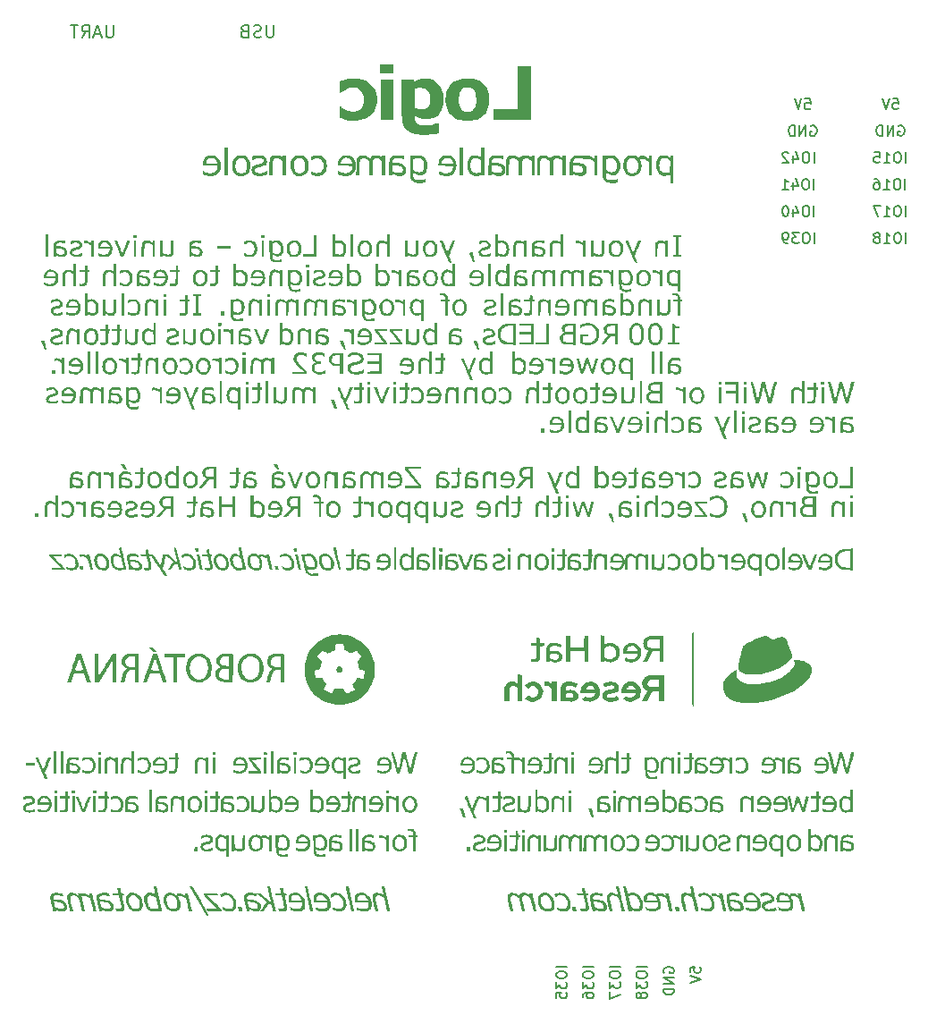
<source format=gbo>
G04 #@! TF.GenerationSoftware,KiCad,Pcbnew,6.0.2+dfsg-1*
G04 #@! TF.CreationDate,2023-06-12T23:47:37+02:00*
G04 #@! TF.ProjectId,Logic_1,4c6f6769-635f-4312-9e6b-696361645f70,rev?*
G04 #@! TF.SameCoordinates,Original*
G04 #@! TF.FileFunction,Legend,Bot*
G04 #@! TF.FilePolarity,Positive*
%FSLAX46Y46*%
G04 Gerber Fmt 4.6, Leading zero omitted, Abs format (unit mm)*
G04 Created by KiCad (PCBNEW 6.0.2+dfsg-1) date 2023-06-12 23:47:37*
%MOMM*%
%LPD*%
G01*
G04 APERTURE LIST*
%ADD10C,0.150000*%
%ADD11C,0.200000*%
G04 APERTURE END LIST*
D10*
X225266904Y-56800000D02*
X225362142Y-56752380D01*
X225505000Y-56752380D01*
X225647857Y-56800000D01*
X225743095Y-56895238D01*
X225790714Y-56990476D01*
X225838333Y-57180952D01*
X225838333Y-57323809D01*
X225790714Y-57514285D01*
X225743095Y-57609523D01*
X225647857Y-57704761D01*
X225505000Y-57752380D01*
X225409761Y-57752380D01*
X225266904Y-57704761D01*
X225219285Y-57657142D01*
X225219285Y-57323809D01*
X225409761Y-57323809D01*
X224790714Y-57752380D02*
X224790714Y-56752380D01*
X224219285Y-57752380D01*
X224219285Y-56752380D01*
X223743095Y-57752380D02*
X223743095Y-56752380D01*
X223505000Y-56752380D01*
X223362142Y-56800000D01*
X223266904Y-56895238D01*
X223219285Y-56990476D01*
X223171666Y-57180952D01*
X223171666Y-57323809D01*
X223219285Y-57514285D01*
X223266904Y-57609523D01*
X223362142Y-57704761D01*
X223505000Y-57752380D01*
X223743095Y-57752380D01*
D11*
X174414285Y-47242857D02*
X174414285Y-48214285D01*
X174357142Y-48328571D01*
X174300000Y-48385714D01*
X174185714Y-48442857D01*
X173957142Y-48442857D01*
X173842857Y-48385714D01*
X173785714Y-48328571D01*
X173728571Y-48214285D01*
X173728571Y-47242857D01*
X173214285Y-48385714D02*
X173042857Y-48442857D01*
X172757142Y-48442857D01*
X172642857Y-48385714D01*
X172585714Y-48328571D01*
X172528571Y-48214285D01*
X172528571Y-48100000D01*
X172585714Y-47985714D01*
X172642857Y-47928571D01*
X172757142Y-47871428D01*
X172985714Y-47814285D01*
X173100000Y-47757142D01*
X173157142Y-47700000D01*
X173214285Y-47585714D01*
X173214285Y-47471428D01*
X173157142Y-47357142D01*
X173100000Y-47300000D01*
X172985714Y-47242857D01*
X172700000Y-47242857D01*
X172528571Y-47300000D01*
X171614285Y-47814285D02*
X171442857Y-47871428D01*
X171385714Y-47928571D01*
X171328571Y-48042857D01*
X171328571Y-48214285D01*
X171385714Y-48328571D01*
X171442857Y-48385714D01*
X171557142Y-48442857D01*
X172014285Y-48442857D01*
X172014285Y-47242857D01*
X171614285Y-47242857D01*
X171500000Y-47300000D01*
X171442857Y-47357142D01*
X171385714Y-47471428D01*
X171385714Y-47585714D01*
X171442857Y-47700000D01*
X171500000Y-47757142D01*
X171614285Y-47814285D01*
X172014285Y-47814285D01*
D10*
X234251190Y-67902380D02*
X234251190Y-66902380D01*
X233584523Y-66902380D02*
X233394047Y-66902380D01*
X233298809Y-66950000D01*
X233203571Y-67045238D01*
X233155952Y-67235714D01*
X233155952Y-67569047D01*
X233203571Y-67759523D01*
X233298809Y-67854761D01*
X233394047Y-67902380D01*
X233584523Y-67902380D01*
X233679761Y-67854761D01*
X233775000Y-67759523D01*
X233822619Y-67569047D01*
X233822619Y-67235714D01*
X233775000Y-67045238D01*
X233679761Y-66950000D01*
X233584523Y-66902380D01*
X232203571Y-67902380D02*
X232775000Y-67902380D01*
X232489285Y-67902380D02*
X232489285Y-66902380D01*
X232584523Y-67045238D01*
X232679761Y-67140476D01*
X232775000Y-67188095D01*
X231632142Y-67330952D02*
X231727380Y-67283333D01*
X231775000Y-67235714D01*
X231822619Y-67140476D01*
X231822619Y-67092857D01*
X231775000Y-66997619D01*
X231727380Y-66950000D01*
X231632142Y-66902380D01*
X231441666Y-66902380D01*
X231346428Y-66950000D01*
X231298809Y-66997619D01*
X231251190Y-67092857D01*
X231251190Y-67140476D01*
X231298809Y-67235714D01*
X231346428Y-67283333D01*
X231441666Y-67330952D01*
X231632142Y-67330952D01*
X231727380Y-67378571D01*
X231775000Y-67426190D01*
X231822619Y-67521428D01*
X231822619Y-67711904D01*
X231775000Y-67807142D01*
X231727380Y-67854761D01*
X231632142Y-67902380D01*
X231441666Y-67902380D01*
X231346428Y-67854761D01*
X231298809Y-67807142D01*
X231251190Y-67711904D01*
X231251190Y-67521428D01*
X231298809Y-67426190D01*
X231346428Y-67378571D01*
X231441666Y-67330952D01*
X207222380Y-136383809D02*
X206222380Y-136383809D01*
X206222380Y-137050476D02*
X206222380Y-137240952D01*
X206270000Y-137336190D01*
X206365238Y-137431428D01*
X206555714Y-137479047D01*
X206889047Y-137479047D01*
X207079523Y-137431428D01*
X207174761Y-137336190D01*
X207222380Y-137240952D01*
X207222380Y-137050476D01*
X207174761Y-136955238D01*
X207079523Y-136860000D01*
X206889047Y-136812380D01*
X206555714Y-136812380D01*
X206365238Y-136860000D01*
X206270000Y-136955238D01*
X206222380Y-137050476D01*
X206222380Y-137812380D02*
X206222380Y-138431428D01*
X206603333Y-138098095D01*
X206603333Y-138240952D01*
X206650952Y-138336190D01*
X206698571Y-138383809D01*
X206793809Y-138431428D01*
X207031904Y-138431428D01*
X207127142Y-138383809D01*
X207174761Y-138336190D01*
X207222380Y-138240952D01*
X207222380Y-137955238D01*
X207174761Y-137860000D01*
X207127142Y-137812380D01*
X206222380Y-138764761D02*
X206222380Y-139431428D01*
X207222380Y-139002857D01*
D11*
X159214285Y-47242857D02*
X159214285Y-48214285D01*
X159157142Y-48328571D01*
X159100000Y-48385714D01*
X158985714Y-48442857D01*
X158757142Y-48442857D01*
X158642857Y-48385714D01*
X158585714Y-48328571D01*
X158528571Y-48214285D01*
X158528571Y-47242857D01*
X158014285Y-48100000D02*
X157442857Y-48100000D01*
X158128571Y-48442857D02*
X157728571Y-47242857D01*
X157328571Y-48442857D01*
X156242857Y-48442857D02*
X156642857Y-47871428D01*
X156928571Y-48442857D02*
X156928571Y-47242857D01*
X156471428Y-47242857D01*
X156357142Y-47300000D01*
X156300000Y-47357142D01*
X156242857Y-47471428D01*
X156242857Y-47642857D01*
X156300000Y-47757142D01*
X156357142Y-47814285D01*
X156471428Y-47871428D01*
X156928571Y-47871428D01*
X155900000Y-47242857D02*
X155214285Y-47242857D01*
X155557142Y-48442857D02*
X155557142Y-47242857D01*
D10*
X209752380Y-136383809D02*
X208752380Y-136383809D01*
X208752380Y-137050476D02*
X208752380Y-137240952D01*
X208800000Y-137336190D01*
X208895238Y-137431428D01*
X209085714Y-137479047D01*
X209419047Y-137479047D01*
X209609523Y-137431428D01*
X209704761Y-137336190D01*
X209752380Y-137240952D01*
X209752380Y-137050476D01*
X209704761Y-136955238D01*
X209609523Y-136860000D01*
X209419047Y-136812380D01*
X209085714Y-136812380D01*
X208895238Y-136860000D01*
X208800000Y-136955238D01*
X208752380Y-137050476D01*
X208752380Y-137812380D02*
X208752380Y-138431428D01*
X209133333Y-138098095D01*
X209133333Y-138240952D01*
X209180952Y-138336190D01*
X209228571Y-138383809D01*
X209323809Y-138431428D01*
X209561904Y-138431428D01*
X209657142Y-138383809D01*
X209704761Y-138336190D01*
X209752380Y-138240952D01*
X209752380Y-137955238D01*
X209704761Y-137860000D01*
X209657142Y-137812380D01*
X209180952Y-139002857D02*
X209133333Y-138907619D01*
X209085714Y-138860000D01*
X208990476Y-138812380D01*
X208942857Y-138812380D01*
X208847619Y-138860000D01*
X208800000Y-138907619D01*
X208752380Y-139002857D01*
X208752380Y-139193333D01*
X208800000Y-139288571D01*
X208847619Y-139336190D01*
X208942857Y-139383809D01*
X208990476Y-139383809D01*
X209085714Y-139336190D01*
X209133333Y-139288571D01*
X209180952Y-139193333D01*
X209180952Y-139002857D01*
X209228571Y-138907619D01*
X209276190Y-138860000D01*
X209371428Y-138812380D01*
X209561904Y-138812380D01*
X209657142Y-138860000D01*
X209704761Y-138907619D01*
X209752380Y-139002857D01*
X209752380Y-139193333D01*
X209704761Y-139288571D01*
X209657142Y-139336190D01*
X209561904Y-139383809D01*
X209371428Y-139383809D01*
X209276190Y-139336190D01*
X209228571Y-139288571D01*
X209180952Y-139193333D01*
X224725476Y-54217380D02*
X225201666Y-54217380D01*
X225249285Y-54693571D01*
X225201666Y-54645952D01*
X225106428Y-54598333D01*
X224868333Y-54598333D01*
X224773095Y-54645952D01*
X224725476Y-54693571D01*
X224677857Y-54788809D01*
X224677857Y-55026904D01*
X224725476Y-55122142D01*
X224773095Y-55169761D01*
X224868333Y-55217380D01*
X225106428Y-55217380D01*
X225201666Y-55169761D01*
X225249285Y-55122142D01*
X224392142Y-54217380D02*
X224058809Y-55217380D01*
X223725476Y-54217380D01*
X234246190Y-60267380D02*
X234246190Y-59267380D01*
X233579523Y-59267380D02*
X233389047Y-59267380D01*
X233293809Y-59315000D01*
X233198571Y-59410238D01*
X233150952Y-59600714D01*
X233150952Y-59934047D01*
X233198571Y-60124523D01*
X233293809Y-60219761D01*
X233389047Y-60267380D01*
X233579523Y-60267380D01*
X233674761Y-60219761D01*
X233770000Y-60124523D01*
X233817619Y-59934047D01*
X233817619Y-59600714D01*
X233770000Y-59410238D01*
X233674761Y-59315000D01*
X233579523Y-59267380D01*
X232198571Y-60267380D02*
X232770000Y-60267380D01*
X232484285Y-60267380D02*
X232484285Y-59267380D01*
X232579523Y-59410238D01*
X232674761Y-59505476D01*
X232770000Y-59553095D01*
X231293809Y-59267380D02*
X231770000Y-59267380D01*
X231817619Y-59743571D01*
X231770000Y-59695952D01*
X231674761Y-59648333D01*
X231436666Y-59648333D01*
X231341428Y-59695952D01*
X231293809Y-59743571D01*
X231246190Y-59838809D01*
X231246190Y-60076904D01*
X231293809Y-60172142D01*
X231341428Y-60219761D01*
X231436666Y-60267380D01*
X231674761Y-60267380D01*
X231770000Y-60219761D01*
X231817619Y-60172142D01*
X213842380Y-136919523D02*
X213842380Y-136443333D01*
X214318571Y-136395714D01*
X214270952Y-136443333D01*
X214223333Y-136538571D01*
X214223333Y-136776666D01*
X214270952Y-136871904D01*
X214318571Y-136919523D01*
X214413809Y-136967142D01*
X214651904Y-136967142D01*
X214747142Y-136919523D01*
X214794761Y-136871904D01*
X214842380Y-136776666D01*
X214842380Y-136538571D01*
X214794761Y-136443333D01*
X214747142Y-136395714D01*
X213842380Y-137252857D02*
X214842380Y-137586190D01*
X213842380Y-137919523D01*
X202152380Y-136393809D02*
X201152380Y-136393809D01*
X201152380Y-137060476D02*
X201152380Y-137250952D01*
X201200000Y-137346190D01*
X201295238Y-137441428D01*
X201485714Y-137489047D01*
X201819047Y-137489047D01*
X202009523Y-137441428D01*
X202104761Y-137346190D01*
X202152380Y-137250952D01*
X202152380Y-137060476D01*
X202104761Y-136965238D01*
X202009523Y-136870000D01*
X201819047Y-136822380D01*
X201485714Y-136822380D01*
X201295238Y-136870000D01*
X201200000Y-136965238D01*
X201152380Y-137060476D01*
X201152380Y-137822380D02*
X201152380Y-138441428D01*
X201533333Y-138108095D01*
X201533333Y-138250952D01*
X201580952Y-138346190D01*
X201628571Y-138393809D01*
X201723809Y-138441428D01*
X201961904Y-138441428D01*
X202057142Y-138393809D01*
X202104761Y-138346190D01*
X202152380Y-138250952D01*
X202152380Y-137965238D01*
X202104761Y-137870000D01*
X202057142Y-137822380D01*
X201152380Y-139346190D02*
X201152380Y-138870000D01*
X201628571Y-138822380D01*
X201580952Y-138870000D01*
X201533333Y-138965238D01*
X201533333Y-139203333D01*
X201580952Y-139298571D01*
X201628571Y-139346190D01*
X201723809Y-139393809D01*
X201961904Y-139393809D01*
X202057142Y-139346190D01*
X202104761Y-139298571D01*
X202152380Y-139203333D01*
X202152380Y-138965238D01*
X202104761Y-138870000D01*
X202057142Y-138822380D01*
X234241190Y-65357380D02*
X234241190Y-64357380D01*
X233574523Y-64357380D02*
X233384047Y-64357380D01*
X233288809Y-64405000D01*
X233193571Y-64500238D01*
X233145952Y-64690714D01*
X233145952Y-65024047D01*
X233193571Y-65214523D01*
X233288809Y-65309761D01*
X233384047Y-65357380D01*
X233574523Y-65357380D01*
X233669761Y-65309761D01*
X233765000Y-65214523D01*
X233812619Y-65024047D01*
X233812619Y-64690714D01*
X233765000Y-64500238D01*
X233669761Y-64405000D01*
X233574523Y-64357380D01*
X232193571Y-65357380D02*
X232765000Y-65357380D01*
X232479285Y-65357380D02*
X232479285Y-64357380D01*
X232574523Y-64500238D01*
X232669761Y-64595476D01*
X232765000Y-64643095D01*
X231860238Y-64357380D02*
X231193571Y-64357380D01*
X231622142Y-65357380D01*
X225591190Y-67902380D02*
X225591190Y-66902380D01*
X224924523Y-66902380D02*
X224734047Y-66902380D01*
X224638809Y-66950000D01*
X224543571Y-67045238D01*
X224495952Y-67235714D01*
X224495952Y-67569047D01*
X224543571Y-67759523D01*
X224638809Y-67854761D01*
X224734047Y-67902380D01*
X224924523Y-67902380D01*
X225019761Y-67854761D01*
X225115000Y-67759523D01*
X225162619Y-67569047D01*
X225162619Y-67235714D01*
X225115000Y-67045238D01*
X225019761Y-66950000D01*
X224924523Y-66902380D01*
X224162619Y-66902380D02*
X223543571Y-66902380D01*
X223876904Y-67283333D01*
X223734047Y-67283333D01*
X223638809Y-67330952D01*
X223591190Y-67378571D01*
X223543571Y-67473809D01*
X223543571Y-67711904D01*
X223591190Y-67807142D01*
X223638809Y-67854761D01*
X223734047Y-67902380D01*
X224019761Y-67902380D01*
X224115000Y-67854761D01*
X224162619Y-67807142D01*
X223067380Y-67902380D02*
X222876904Y-67902380D01*
X222781666Y-67854761D01*
X222734047Y-67807142D01*
X222638809Y-67664285D01*
X222591190Y-67473809D01*
X222591190Y-67092857D01*
X222638809Y-66997619D01*
X222686428Y-66950000D01*
X222781666Y-66902380D01*
X222972142Y-66902380D01*
X223067380Y-66950000D01*
X223115000Y-66997619D01*
X223162619Y-67092857D01*
X223162619Y-67330952D01*
X223115000Y-67426190D01*
X223067380Y-67473809D01*
X222972142Y-67521428D01*
X222781666Y-67521428D01*
X222686428Y-67473809D01*
X222638809Y-67426190D01*
X222591190Y-67330952D01*
X234216190Y-62802380D02*
X234216190Y-61802380D01*
X233549523Y-61802380D02*
X233359047Y-61802380D01*
X233263809Y-61850000D01*
X233168571Y-61945238D01*
X233120952Y-62135714D01*
X233120952Y-62469047D01*
X233168571Y-62659523D01*
X233263809Y-62754761D01*
X233359047Y-62802380D01*
X233549523Y-62802380D01*
X233644761Y-62754761D01*
X233740000Y-62659523D01*
X233787619Y-62469047D01*
X233787619Y-62135714D01*
X233740000Y-61945238D01*
X233644761Y-61850000D01*
X233549523Y-61802380D01*
X232168571Y-62802380D02*
X232740000Y-62802380D01*
X232454285Y-62802380D02*
X232454285Y-61802380D01*
X232549523Y-61945238D01*
X232644761Y-62040476D01*
X232740000Y-62088095D01*
X231311428Y-61802380D02*
X231501904Y-61802380D01*
X231597142Y-61850000D01*
X231644761Y-61897619D01*
X231740000Y-62040476D01*
X231787619Y-62230952D01*
X231787619Y-62611904D01*
X231740000Y-62707142D01*
X231692380Y-62754761D01*
X231597142Y-62802380D01*
X231406666Y-62802380D01*
X231311428Y-62754761D01*
X231263809Y-62707142D01*
X231216190Y-62611904D01*
X231216190Y-62373809D01*
X231263809Y-62278571D01*
X231311428Y-62230952D01*
X231406666Y-62183333D01*
X231597142Y-62183333D01*
X231692380Y-62230952D01*
X231740000Y-62278571D01*
X231787619Y-62373809D01*
X225581190Y-65357380D02*
X225581190Y-64357380D01*
X224914523Y-64357380D02*
X224724047Y-64357380D01*
X224628809Y-64405000D01*
X224533571Y-64500238D01*
X224485952Y-64690714D01*
X224485952Y-65024047D01*
X224533571Y-65214523D01*
X224628809Y-65309761D01*
X224724047Y-65357380D01*
X224914523Y-65357380D01*
X225009761Y-65309761D01*
X225105000Y-65214523D01*
X225152619Y-65024047D01*
X225152619Y-64690714D01*
X225105000Y-64500238D01*
X225009761Y-64405000D01*
X224914523Y-64357380D01*
X223628809Y-64690714D02*
X223628809Y-65357380D01*
X223866904Y-64309761D02*
X224105000Y-65024047D01*
X223485952Y-65024047D01*
X222914523Y-64357380D02*
X222819285Y-64357380D01*
X222724047Y-64405000D01*
X222676428Y-64452619D01*
X222628809Y-64547857D01*
X222581190Y-64738333D01*
X222581190Y-64976428D01*
X222628809Y-65166904D01*
X222676428Y-65262142D01*
X222724047Y-65309761D01*
X222819285Y-65357380D01*
X222914523Y-65357380D01*
X223009761Y-65309761D01*
X223057380Y-65262142D01*
X223105000Y-65166904D01*
X223152619Y-64976428D01*
X223152619Y-64738333D01*
X223105000Y-64547857D01*
X223057380Y-64452619D01*
X223009761Y-64405000D01*
X222914523Y-64357380D01*
X204682380Y-136393809D02*
X203682380Y-136393809D01*
X203682380Y-137060476D02*
X203682380Y-137250952D01*
X203730000Y-137346190D01*
X203825238Y-137441428D01*
X204015714Y-137489047D01*
X204349047Y-137489047D01*
X204539523Y-137441428D01*
X204634761Y-137346190D01*
X204682380Y-137250952D01*
X204682380Y-137060476D01*
X204634761Y-136965238D01*
X204539523Y-136870000D01*
X204349047Y-136822380D01*
X204015714Y-136822380D01*
X203825238Y-136870000D01*
X203730000Y-136965238D01*
X203682380Y-137060476D01*
X203682380Y-137822380D02*
X203682380Y-138441428D01*
X204063333Y-138108095D01*
X204063333Y-138250952D01*
X204110952Y-138346190D01*
X204158571Y-138393809D01*
X204253809Y-138441428D01*
X204491904Y-138441428D01*
X204587142Y-138393809D01*
X204634761Y-138346190D01*
X204682380Y-138250952D01*
X204682380Y-137965238D01*
X204634761Y-137870000D01*
X204587142Y-137822380D01*
X203682380Y-139298571D02*
X203682380Y-139108095D01*
X203730000Y-139012857D01*
X203777619Y-138965238D01*
X203920476Y-138870000D01*
X204110952Y-138822380D01*
X204491904Y-138822380D01*
X204587142Y-138870000D01*
X204634761Y-138917619D01*
X204682380Y-139012857D01*
X204682380Y-139203333D01*
X204634761Y-139298571D01*
X204587142Y-139346190D01*
X204491904Y-139393809D01*
X204253809Y-139393809D01*
X204158571Y-139346190D01*
X204110952Y-139298571D01*
X204063333Y-139203333D01*
X204063333Y-139012857D01*
X204110952Y-138917619D01*
X204158571Y-138870000D01*
X204253809Y-138822380D01*
X225586190Y-60267380D02*
X225586190Y-59267380D01*
X224919523Y-59267380D02*
X224729047Y-59267380D01*
X224633809Y-59315000D01*
X224538571Y-59410238D01*
X224490952Y-59600714D01*
X224490952Y-59934047D01*
X224538571Y-60124523D01*
X224633809Y-60219761D01*
X224729047Y-60267380D01*
X224919523Y-60267380D01*
X225014761Y-60219761D01*
X225110000Y-60124523D01*
X225157619Y-59934047D01*
X225157619Y-59600714D01*
X225110000Y-59410238D01*
X225014761Y-59315000D01*
X224919523Y-59267380D01*
X223633809Y-59600714D02*
X223633809Y-60267380D01*
X223871904Y-59219761D02*
X224110000Y-59934047D01*
X223490952Y-59934047D01*
X223157619Y-59362619D02*
X223110000Y-59315000D01*
X223014761Y-59267380D01*
X222776666Y-59267380D01*
X222681428Y-59315000D01*
X222633809Y-59362619D01*
X222586190Y-59457857D01*
X222586190Y-59553095D01*
X222633809Y-59695952D01*
X223205238Y-60267380D01*
X222586190Y-60267380D01*
X225556190Y-62802380D02*
X225556190Y-61802380D01*
X224889523Y-61802380D02*
X224699047Y-61802380D01*
X224603809Y-61850000D01*
X224508571Y-61945238D01*
X224460952Y-62135714D01*
X224460952Y-62469047D01*
X224508571Y-62659523D01*
X224603809Y-62754761D01*
X224699047Y-62802380D01*
X224889523Y-62802380D01*
X224984761Y-62754761D01*
X225080000Y-62659523D01*
X225127619Y-62469047D01*
X225127619Y-62135714D01*
X225080000Y-61945238D01*
X224984761Y-61850000D01*
X224889523Y-61802380D01*
X223603809Y-62135714D02*
X223603809Y-62802380D01*
X223841904Y-61754761D02*
X224080000Y-62469047D01*
X223460952Y-62469047D01*
X222556190Y-62802380D02*
X223127619Y-62802380D01*
X222841904Y-62802380D02*
X222841904Y-61802380D01*
X222937142Y-61945238D01*
X223032380Y-62040476D01*
X223127619Y-62088095D01*
X211360000Y-136968095D02*
X211312380Y-136872857D01*
X211312380Y-136730000D01*
X211360000Y-136587142D01*
X211455238Y-136491904D01*
X211550476Y-136444285D01*
X211740952Y-136396666D01*
X211883809Y-136396666D01*
X212074285Y-136444285D01*
X212169523Y-136491904D01*
X212264761Y-136587142D01*
X212312380Y-136730000D01*
X212312380Y-136825238D01*
X212264761Y-136968095D01*
X212217142Y-137015714D01*
X211883809Y-137015714D01*
X211883809Y-136825238D01*
X212312380Y-137444285D02*
X211312380Y-137444285D01*
X212312380Y-138015714D01*
X211312380Y-138015714D01*
X212312380Y-138491904D02*
X211312380Y-138491904D01*
X211312380Y-138730000D01*
X211360000Y-138872857D01*
X211455238Y-138968095D01*
X211550476Y-139015714D01*
X211740952Y-139063333D01*
X211883809Y-139063333D01*
X212074285Y-139015714D01*
X212169523Y-138968095D01*
X212264761Y-138872857D01*
X212312380Y-138730000D01*
X212312380Y-138491904D01*
X233035476Y-54192380D02*
X233511666Y-54192380D01*
X233559285Y-54668571D01*
X233511666Y-54620952D01*
X233416428Y-54573333D01*
X233178333Y-54573333D01*
X233083095Y-54620952D01*
X233035476Y-54668571D01*
X232987857Y-54763809D01*
X232987857Y-55001904D01*
X233035476Y-55097142D01*
X233083095Y-55144761D01*
X233178333Y-55192380D01*
X233416428Y-55192380D01*
X233511666Y-55144761D01*
X233559285Y-55097142D01*
X232702142Y-54192380D02*
X232368809Y-55192380D01*
X232035476Y-54192380D01*
X233576904Y-56775000D02*
X233672142Y-56727380D01*
X233815000Y-56727380D01*
X233957857Y-56775000D01*
X234053095Y-56870238D01*
X234100714Y-56965476D01*
X234148333Y-57155952D01*
X234148333Y-57298809D01*
X234100714Y-57489285D01*
X234053095Y-57584523D01*
X233957857Y-57679761D01*
X233815000Y-57727380D01*
X233719761Y-57727380D01*
X233576904Y-57679761D01*
X233529285Y-57632142D01*
X233529285Y-57298809D01*
X233719761Y-57298809D01*
X233100714Y-57727380D02*
X233100714Y-56727380D01*
X232529285Y-57727380D01*
X232529285Y-56727380D01*
X232053095Y-57727380D02*
X232053095Y-56727380D01*
X231815000Y-56727380D01*
X231672142Y-56775000D01*
X231576904Y-56870238D01*
X231529285Y-56965476D01*
X231481666Y-57155952D01*
X231481666Y-57298809D01*
X231529285Y-57489285D01*
X231576904Y-57584523D01*
X231672142Y-57679761D01*
X231815000Y-57727380D01*
X232053095Y-57727380D01*
G04 #@! TO.C,G\u002A\u002A\u002A*
G36*
X206997405Y-76656940D02*
G01*
X206996618Y-76850370D01*
X206995302Y-77026675D01*
X206993521Y-77181423D01*
X206991340Y-77310182D01*
X206988823Y-77408519D01*
X206986035Y-77472003D01*
X206983038Y-77496202D01*
X206968708Y-77501739D01*
X206919913Y-77508240D01*
X206851885Y-77510775D01*
X206735305Y-77510775D01*
X206735305Y-76701997D01*
X206343884Y-76701997D01*
X206002741Y-77106386D01*
X205661597Y-77510775D01*
X205497677Y-77510775D01*
X205493851Y-77510770D01*
X205410759Y-77508024D01*
X205359823Y-77500739D01*
X205346773Y-77489714D01*
X205358879Y-77474274D01*
X205396436Y-77428988D01*
X205455269Y-77359099D01*
X205531397Y-77269317D01*
X205620836Y-77164349D01*
X205719605Y-77048905D01*
X206079420Y-76629156D01*
X205973210Y-76568497D01*
X205943863Y-76550977D01*
X205825420Y-76457439D01*
X205743588Y-76345484D01*
X205695533Y-76210088D01*
X205678637Y-76048310D01*
X205949314Y-76048310D01*
X205953900Y-76155505D01*
X205978202Y-76250148D01*
X205981492Y-76257648D01*
X206040876Y-76343301D01*
X206127905Y-76415112D01*
X206227765Y-76460587D01*
X206250577Y-76465504D01*
X206324081Y-76474585D01*
X206419542Y-76480892D01*
X206522181Y-76483286D01*
X206735305Y-76483408D01*
X206735305Y-75713957D01*
X206456604Y-75722261D01*
X206355240Y-75726404D01*
X206235157Y-75736913D01*
X206146193Y-75754814D01*
X206080868Y-75782610D01*
X206031703Y-75822800D01*
X205991218Y-75877886D01*
X205963802Y-75946870D01*
X205949314Y-76048310D01*
X205678637Y-76048310D01*
X205678420Y-76046231D01*
X205685012Y-75927652D01*
X205719291Y-75804154D01*
X205785838Y-75702830D01*
X205888204Y-75616406D01*
X205933371Y-75588409D01*
X205999797Y-75556623D01*
X206075201Y-75533145D01*
X206166514Y-75516847D01*
X206280669Y-75506602D01*
X206424596Y-75501282D01*
X206605227Y-75499759D01*
X206997611Y-75499759D01*
X206997611Y-76490694D01*
X206997405Y-76656940D01*
G37*
G36*
X211740984Y-85839002D02*
G01*
X211500537Y-85839002D01*
X211500537Y-85284989D01*
X211500667Y-85165784D01*
X211500627Y-85017367D01*
X211498876Y-84903395D01*
X211493809Y-84818284D01*
X211483818Y-84756449D01*
X211467299Y-84712305D01*
X211442644Y-84680266D01*
X211408248Y-84654748D01*
X211362505Y-84630166D01*
X211303807Y-84600935D01*
X211275097Y-84587354D01*
X211157626Y-84549572D01*
X211040038Y-84536154D01*
X210934164Y-84547538D01*
X210851839Y-84584164D01*
X210840228Y-84593093D01*
X210809526Y-84622184D01*
X210785579Y-84657947D01*
X210767548Y-84705672D01*
X210754592Y-84770651D01*
X210745871Y-84858174D01*
X210740544Y-84973534D01*
X210737771Y-85122020D01*
X210736710Y-85308924D01*
X210735477Y-85839002D01*
X210468464Y-85839002D01*
X210478438Y-85265207D01*
X210480806Y-85138532D01*
X210484901Y-84975029D01*
X210490280Y-84845769D01*
X210497804Y-84745000D01*
X210508333Y-84666969D01*
X210522725Y-84605922D01*
X210541840Y-84556106D01*
X210566538Y-84511769D01*
X210597679Y-84467156D01*
X210635553Y-84423816D01*
X210736808Y-84353008D01*
X210859576Y-84313067D01*
X210997371Y-84304029D01*
X211143707Y-84325928D01*
X211292098Y-84378798D01*
X211436058Y-84462675D01*
X211500537Y-84508588D01*
X211500537Y-83740551D01*
X211740984Y-83740551D01*
X211740984Y-85839002D01*
G37*
G36*
X185990087Y-116894983D02*
G01*
X186000506Y-116937288D01*
X186045357Y-117118027D01*
X186087169Y-117284398D01*
X186124729Y-117431714D01*
X186156823Y-117555290D01*
X186182237Y-117650440D01*
X186199757Y-117712480D01*
X186208170Y-117736723D01*
X186209824Y-117735692D01*
X186221206Y-117705937D01*
X186241208Y-117639514D01*
X186268651Y-117540829D01*
X186302354Y-117414285D01*
X186341138Y-117264288D01*
X186383822Y-117095242D01*
X186429227Y-116911551D01*
X186635159Y-116069811D01*
X186903979Y-116069811D01*
X187106564Y-116884053D01*
X187114764Y-116916989D01*
X187159832Y-117097230D01*
X187201723Y-117263493D01*
X187239221Y-117411036D01*
X187271107Y-117535114D01*
X187296163Y-117630982D01*
X187313172Y-117693897D01*
X187320915Y-117719113D01*
X187322098Y-117718748D01*
X187332592Y-117691673D01*
X187352049Y-117627806D01*
X187379268Y-117531541D01*
X187413050Y-117407268D01*
X187452196Y-117259382D01*
X187495506Y-117092273D01*
X187541781Y-116910335D01*
X187750881Y-116080740D01*
X187890266Y-116074161D01*
X187931934Y-116072560D01*
X187990213Y-116073576D01*
X188016326Y-116081656D01*
X188017887Y-116098234D01*
X188011683Y-116119245D01*
X187995122Y-116179245D01*
X187969596Y-116273414D01*
X187936268Y-116397410D01*
X187896301Y-116546894D01*
X187850857Y-116717523D01*
X187801101Y-116904958D01*
X187748194Y-117104857D01*
X187490263Y-118080826D01*
X187198589Y-118080826D01*
X186994135Y-117261119D01*
X186983865Y-117219997D01*
X186938785Y-117040869D01*
X186896946Y-116876761D01*
X186859550Y-116732243D01*
X186827800Y-116611886D01*
X186802899Y-116520264D01*
X186786050Y-116461946D01*
X186778457Y-116441505D01*
X186777609Y-116442588D01*
X186767743Y-116472025D01*
X186748799Y-116538284D01*
X186721991Y-116636798D01*
X186688533Y-116763001D01*
X186649638Y-116912326D01*
X186606519Y-117080207D01*
X186560391Y-117262077D01*
X186353550Y-118082554D01*
X186202034Y-118076225D01*
X186050519Y-118069897D01*
X185803329Y-117119036D01*
X185764721Y-116970504D01*
X185715400Y-116780699D01*
X185670041Y-116606080D01*
X185629819Y-116451167D01*
X185595905Y-116320481D01*
X185569475Y-116218543D01*
X185551701Y-116149873D01*
X185543757Y-116118993D01*
X185539703Y-116091670D01*
X185551362Y-116076883D01*
X185588108Y-116070918D01*
X185659251Y-116069811D01*
X185787129Y-116069811D01*
X185990087Y-116894983D01*
G37*
G36*
X220071523Y-84321517D02*
G01*
X220144815Y-84325992D01*
X220199612Y-84335637D01*
X220247166Y-84352233D01*
X220298730Y-84377560D01*
X220348064Y-84404988D01*
X220423786Y-84458493D01*
X220475807Y-84518852D01*
X220516485Y-84598609D01*
X220526436Y-84624857D01*
X220549300Y-84745116D01*
X220538929Y-84863353D01*
X220497470Y-84968726D01*
X220427067Y-85050398D01*
X220391575Y-85076315D01*
X220328216Y-85112401D01*
X220250384Y-85143387D01*
X220148453Y-85172850D01*
X220012796Y-85204370D01*
X219962149Y-85215874D01*
X219866813Y-85240293D01*
X219787737Y-85264009D01*
X219738246Y-85283195D01*
X219676400Y-85334747D01*
X219642552Y-85411081D01*
X219647042Y-85497965D01*
X219647115Y-85498220D01*
X219689964Y-85573288D01*
X219765147Y-85627437D01*
X219866327Y-85660109D01*
X219987169Y-85670744D01*
X220121336Y-85658781D01*
X220262491Y-85623663D01*
X220404300Y-85564829D01*
X220419351Y-85557233D01*
X220489082Y-85522708D01*
X220540285Y-85498431D01*
X220562777Y-85489260D01*
X220566994Y-85504107D01*
X220570585Y-85552014D01*
X220571965Y-85621528D01*
X220571950Y-85639980D01*
X220569984Y-85706051D01*
X220560442Y-85743891D01*
X220537293Y-85766321D01*
X220494504Y-85786162D01*
X220465496Y-85797477D01*
X220386098Y-85824600D01*
X220303239Y-85849185D01*
X220285792Y-85853694D01*
X220121396Y-85879509D01*
X219954583Y-85878871D01*
X219795649Y-85853342D01*
X219654890Y-85804484D01*
X219542602Y-85733856D01*
X219457000Y-85642038D01*
X219407143Y-85537447D01*
X219391587Y-85412754D01*
X219398967Y-85311366D01*
X219424034Y-85227939D01*
X219471118Y-85159263D01*
X219544549Y-85101961D01*
X219648655Y-85052654D01*
X219787768Y-85007967D01*
X219966216Y-84964520D01*
X220098726Y-84930822D01*
X220193036Y-84894874D01*
X220253991Y-84853209D01*
X220286768Y-84802284D01*
X220296544Y-84738559D01*
X220294005Y-84704481D01*
X220260657Y-84624253D01*
X220188714Y-84564442D01*
X220078266Y-84525140D01*
X220038716Y-84517479D01*
X219945226Y-84510385D01*
X219847574Y-84520804D01*
X219737855Y-84550638D01*
X219608165Y-84601789D01*
X219450599Y-84676157D01*
X219442885Y-84662548D01*
X219438787Y-84615734D01*
X219439669Y-84546052D01*
X219446234Y-84407246D01*
X219566458Y-84364193D01*
X219628464Y-84345346D01*
X219708157Y-84330851D01*
X219807346Y-84323032D01*
X219938058Y-84320475D01*
X219968483Y-84320430D01*
X220071523Y-84321517D01*
G37*
G36*
X185396107Y-71400805D02*
G01*
X185354371Y-71573027D01*
X185350632Y-71585728D01*
X185316584Y-71679669D01*
X185273116Y-71752713D01*
X185208430Y-71825246D01*
X185154439Y-71873590D01*
X185085823Y-71923178D01*
X185029453Y-71951769D01*
X184900806Y-71976947D01*
X184739818Y-71972485D01*
X184580362Y-71932694D01*
X184434267Y-71859408D01*
X184410967Y-71844331D01*
X184364906Y-71816604D01*
X184341367Y-71805611D01*
X184341244Y-71805615D01*
X184333277Y-71825109D01*
X184329969Y-71871188D01*
X184329969Y-71872190D01*
X184327826Y-71909246D01*
X184314249Y-71928447D01*
X184278475Y-71935663D01*
X184209745Y-71936764D01*
X184089521Y-71936764D01*
X184089521Y-71577785D01*
X184329969Y-71577785D01*
X184444728Y-71646693D01*
X184497786Y-71676387D01*
X184568019Y-71709886D01*
X184619599Y-71727817D01*
X184674411Y-71738466D01*
X184744333Y-71748522D01*
X184798751Y-71749113D01*
X184854582Y-71741201D01*
X184922290Y-71721898D01*
X185017588Y-71663945D01*
X185081792Y-71577869D01*
X185117856Y-71481455D01*
X185148151Y-71329459D01*
X185155536Y-71169031D01*
X185139618Y-71015144D01*
X185100005Y-70882768D01*
X185067342Y-70823332D01*
X184994935Y-70736302D01*
X184908906Y-70669774D01*
X184821512Y-70634667D01*
X184735228Y-70626613D01*
X184618944Y-70630900D01*
X184504309Y-70647765D01*
X184411940Y-70675170D01*
X184329969Y-70710437D01*
X184329969Y-71577785D01*
X184089521Y-71577785D01*
X184089521Y-69838313D01*
X184329969Y-69838313D01*
X184329969Y-70166196D01*
X184330057Y-70224939D01*
X184330718Y-70331353D01*
X184331918Y-70416716D01*
X184333532Y-70473473D01*
X184335434Y-70494068D01*
X184350256Y-70489322D01*
X184396079Y-70472653D01*
X184461122Y-70448128D01*
X184577288Y-70415735D01*
X184740101Y-70401992D01*
X184906642Y-70420964D01*
X185053697Y-70477668D01*
X185178390Y-70570373D01*
X185278945Y-70697345D01*
X185353587Y-70856851D01*
X185400543Y-71047156D01*
X185407998Y-71102180D01*
X185410524Y-71169031D01*
X185413541Y-71248893D01*
X185396107Y-71400805D01*
G37*
G36*
X180512876Y-129422642D02*
G01*
X180695842Y-129482525D01*
X180861785Y-129574883D01*
X181003025Y-129698164D01*
X181057079Y-129762296D01*
X181172405Y-129943450D01*
X181255029Y-130144827D01*
X181301604Y-130356883D01*
X181308784Y-130570076D01*
X181306767Y-130596415D01*
X181275535Y-130764906D01*
X181213736Y-130902526D01*
X181120131Y-131010770D01*
X180993482Y-131091135D01*
X180832551Y-131145114D01*
X180769417Y-131156398D01*
X180603920Y-131162396D01*
X180421997Y-131140779D01*
X180235019Y-131092548D01*
X180229086Y-131090589D01*
X180138536Y-131058115D01*
X180080497Y-131026068D01*
X180045891Y-130983572D01*
X180025641Y-130919752D01*
X180010673Y-130823733D01*
X179995839Y-130711916D01*
X180109543Y-130781879D01*
X180200679Y-130832213D01*
X180353314Y-130892824D01*
X180502326Y-130924799D01*
X180641750Y-130928235D01*
X180765621Y-130903230D01*
X180867973Y-130849880D01*
X180942842Y-130768284D01*
X180985737Y-130665408D01*
X181007846Y-130533169D01*
X181008007Y-130383984D01*
X180986224Y-130228392D01*
X180942502Y-130076935D01*
X180938288Y-130066108D01*
X180879115Y-129954166D01*
X180796767Y-129844407D01*
X180702650Y-129750203D01*
X180608169Y-129684927D01*
X180550287Y-129659733D01*
X180403195Y-129627531D01*
X180248442Y-129632940D01*
X180094683Y-129675063D01*
X179950570Y-129753004D01*
X179832095Y-129835996D01*
X179807710Y-129714576D01*
X179807211Y-129712090D01*
X179790466Y-129621701D01*
X179786686Y-129563195D01*
X179799415Y-129525987D01*
X179832201Y-129499488D01*
X179888588Y-129473113D01*
X179938621Y-129453338D01*
X180126587Y-129406497D01*
X180320564Y-129396782D01*
X180512876Y-129422642D01*
G37*
G36*
X169924978Y-125993735D02*
G01*
X169924978Y-125687711D01*
X169924839Y-125647983D01*
X169923022Y-125543210D01*
X169919428Y-125458692D01*
X169914475Y-125402248D01*
X169908583Y-125381698D01*
X169891794Y-125385538D01*
X169843039Y-125401418D01*
X169777196Y-125425415D01*
X169747654Y-125435919D01*
X169583387Y-125469086D01*
X169422562Y-125461488D01*
X169270916Y-125415517D01*
X169134185Y-125333566D01*
X169018106Y-125218030D01*
X168928415Y-125071301D01*
X168907032Y-125023501D01*
X168887491Y-124971074D01*
X168875129Y-124918230D01*
X168868317Y-124854144D01*
X168865425Y-124767994D01*
X168865286Y-124740535D01*
X169110776Y-124740535D01*
X169123648Y-124869184D01*
X169150480Y-124977298D01*
X169199036Y-125065345D01*
X169276508Y-125149820D01*
X169365039Y-125208715D01*
X169409071Y-125225182D01*
X169533179Y-125246504D01*
X169670318Y-125241915D01*
X169804754Y-125211324D01*
X169914048Y-125174028D01*
X169919577Y-124736850D01*
X169925106Y-124299673D01*
X169845996Y-124248625D01*
X169734672Y-124188551D01*
X169598229Y-124145131D01*
X169468384Y-124135235D01*
X169351032Y-124158392D01*
X169252062Y-124214132D01*
X169177366Y-124301985D01*
X169150648Y-124363754D01*
X169124803Y-124474583D01*
X169111337Y-124604589D01*
X169110776Y-124740535D01*
X168865286Y-124740535D01*
X168864823Y-124648955D01*
X168864823Y-124641168D01*
X168865337Y-124525838D01*
X168868042Y-124442819D01*
X168874743Y-124381318D01*
X168887242Y-124330545D01*
X168907343Y-124279709D01*
X168936851Y-124218021D01*
X168984451Y-124133177D01*
X169079669Y-124017876D01*
X169193090Y-123941646D01*
X169327136Y-123903082D01*
X169484230Y-123900781D01*
X169585311Y-123920401D01*
X169699225Y-123959348D01*
X169805731Y-124010047D01*
X169886725Y-124065105D01*
X169890864Y-124068719D01*
X169913783Y-124083819D01*
X169923171Y-124069607D01*
X169924978Y-124018896D01*
X169924978Y-123939002D01*
X170165425Y-123939002D01*
X170165425Y-125993735D01*
X169924978Y-125993735D01*
G37*
G36*
X226517577Y-83062926D02*
G01*
X226277129Y-83062926D01*
X226277129Y-81554664D01*
X226517577Y-81554664D01*
X226517577Y-83062926D01*
G37*
G36*
X166995890Y-92331084D02*
G01*
X167170761Y-92331084D01*
X167170761Y-92549673D01*
X166998797Y-92549673D01*
X166991879Y-93057892D01*
X166991608Y-93077716D01*
X166989256Y-93235600D01*
X166986663Y-93356749D01*
X166983192Y-93447453D01*
X166978204Y-93514004D01*
X166971061Y-93562691D01*
X166961123Y-93599805D01*
X166947754Y-93631636D01*
X166930313Y-93664475D01*
X166870058Y-93746659D01*
X166778134Y-93812022D01*
X166765847Y-93817786D01*
X166669819Y-93846068D01*
X166549701Y-93861220D01*
X166420978Y-93862094D01*
X166299138Y-93847543D01*
X166263238Y-93838589D01*
X166240968Y-93821358D01*
X166232298Y-93784883D01*
X166230830Y-93716931D01*
X166230830Y-93599980D01*
X166290941Y-93623264D01*
X166323602Y-93632280D01*
X166396457Y-93643205D01*
X166478171Y-93648121D01*
X166507393Y-93648215D01*
X166575015Y-93643398D01*
X166620527Y-93627212D01*
X166660032Y-93594950D01*
X166660640Y-93594341D01*
X166690721Y-93558084D01*
X166713798Y-93513507D01*
X166730750Y-93454716D01*
X166742458Y-93375816D01*
X166749803Y-93270914D01*
X166753664Y-93134115D01*
X166754921Y-92959527D01*
X166755442Y-92549673D01*
X166230830Y-92549673D01*
X166230830Y-92331084D01*
X166755442Y-92331084D01*
X166755442Y-91893907D01*
X166995890Y-91893907D01*
X166995890Y-92331084D01*
G37*
G36*
X201584949Y-116544606D02*
G01*
X201734397Y-116584546D01*
X201883505Y-116660557D01*
X201925249Y-116686564D01*
X201974295Y-116714662D01*
X201999309Y-116725577D01*
X202001198Y-116724924D01*
X202010149Y-116699662D01*
X202013790Y-116649071D01*
X202013790Y-116572565D01*
X202254237Y-116572565D01*
X202254237Y-118080826D01*
X202013790Y-118080826D01*
X202013790Y-116968249D01*
X201938575Y-116910880D01*
X201874348Y-116869063D01*
X201766982Y-116818145D01*
X201656159Y-116782643D01*
X201559984Y-116769328D01*
X201543287Y-116769767D01*
X201437559Y-116792787D01*
X201348101Y-116845894D01*
X201287017Y-116922306D01*
X201282665Y-116931477D01*
X201271538Y-116962184D01*
X201263102Y-117002016D01*
X201256997Y-117056738D01*
X201252869Y-117132114D01*
X201250358Y-117233909D01*
X201249109Y-117367890D01*
X201248764Y-117539819D01*
X201248730Y-118080826D01*
X200982722Y-118080826D01*
X200990190Y-117496102D01*
X200990491Y-117472673D01*
X200992986Y-117300161D01*
X200995753Y-117164911D01*
X200999238Y-117061156D01*
X201003886Y-116983130D01*
X201010145Y-116925069D01*
X201018459Y-116881206D01*
X201029276Y-116845775D01*
X201043041Y-116813012D01*
X201095089Y-116725355D01*
X201190231Y-116631110D01*
X201307299Y-116568897D01*
X201440727Y-116539726D01*
X201584949Y-116544606D01*
G37*
G36*
X177110732Y-89556608D02*
G01*
X177162271Y-89562016D01*
X177182120Y-89569925D01*
X177182120Y-89569934D01*
X177174183Y-89593032D01*
X177151664Y-89652029D01*
X177116387Y-89742312D01*
X177070173Y-89859269D01*
X177014846Y-89998286D01*
X176952228Y-90154753D01*
X176884141Y-90324056D01*
X176586161Y-91063270D01*
X176337547Y-91063270D01*
X176038491Y-90325108D01*
X175970196Y-90156112D01*
X175907318Y-89999705D01*
X175851765Y-89860693D01*
X175805369Y-89743695D01*
X175769960Y-89653330D01*
X175747372Y-89594218D01*
X175739435Y-89570977D01*
X175751971Y-89564082D01*
X175797594Y-89557696D01*
X175865124Y-89555375D01*
X175990812Y-89555741D01*
X176108638Y-89866864D01*
X176167203Y-90021192D01*
X176241039Y-90214422D01*
X176301868Y-90371555D01*
X176350904Y-90495527D01*
X176389363Y-90589278D01*
X176418459Y-90655745D01*
X176439407Y-90697867D01*
X176453421Y-90718582D01*
X176461718Y-90720828D01*
X176462343Y-90720038D01*
X176476206Y-90691403D01*
X176503263Y-90627996D01*
X176541340Y-90535285D01*
X176588264Y-90418736D01*
X176641861Y-90283816D01*
X176699960Y-90135992D01*
X176760385Y-89980732D01*
X176820965Y-89823501D01*
X176879526Y-89669768D01*
X176922955Y-89555009D01*
X177052538Y-89555009D01*
X177110732Y-89556608D01*
G37*
G36*
X210975277Y-124642696D02*
G01*
X210974224Y-124778623D01*
X210962629Y-124904387D01*
X210940480Y-125003857D01*
X210890871Y-125118940D01*
X210796137Y-125251161D01*
X210669608Y-125353906D01*
X210509862Y-125428578D01*
X210466845Y-125441519D01*
X210318808Y-125465780D01*
X210151850Y-125468993D01*
X209980311Y-125451470D01*
X209818533Y-125413524D01*
X209642533Y-125357926D01*
X209642533Y-125083651D01*
X209790081Y-125156632D01*
X209820603Y-125171202D01*
X209992452Y-125233579D01*
X210156056Y-125260810D01*
X210307249Y-125254021D01*
X210441861Y-125214342D01*
X210555724Y-125142899D01*
X210644670Y-125040820D01*
X210704531Y-124909233D01*
X210713402Y-124877599D01*
X210729214Y-124806817D01*
X210735477Y-124755235D01*
X210735477Y-124704062D01*
X209615192Y-124704062D01*
X209624925Y-124529191D01*
X209855180Y-124529191D01*
X210295328Y-124529191D01*
X210360960Y-124529220D01*
X210501114Y-124528946D01*
X210603944Y-124526669D01*
X210674050Y-124520497D01*
X210716032Y-124508540D01*
X210734489Y-124488909D01*
X210734022Y-124459712D01*
X210719229Y-124419060D01*
X210694710Y-124365062D01*
X210673251Y-124323678D01*
X210588187Y-124218866D01*
X210476827Y-124143897D01*
X210346608Y-124102801D01*
X210204963Y-124099608D01*
X210195492Y-124100803D01*
X210067981Y-124135806D01*
X209970822Y-124202247D01*
X209904388Y-124299763D01*
X209869051Y-124427989D01*
X209855180Y-124529191D01*
X209624925Y-124529191D01*
X209625229Y-124523726D01*
X209627304Y-124493406D01*
X209658590Y-124313754D01*
X209720177Y-124165094D01*
X209811316Y-124048171D01*
X209931261Y-123963731D01*
X210079265Y-123912520D01*
X210254582Y-123895284D01*
X210292652Y-123896098D01*
X210469840Y-123923560D01*
X210626207Y-123988412D01*
X210758711Y-124088476D01*
X210864308Y-124221577D01*
X210939954Y-124385538D01*
X210945814Y-124404861D01*
X210961388Y-124488909D01*
X210965803Y-124512732D01*
X210975277Y-124642696D01*
G37*
G36*
X189729108Y-98845026D02*
G01*
X189488661Y-98845026D01*
X189488661Y-96724716D01*
X189729108Y-96724716D01*
X189729108Y-98845026D01*
G37*
G36*
X157599987Y-81525988D02*
G01*
X157716610Y-81545964D01*
X157828144Y-81591143D01*
X157949694Y-81666813D01*
X157981751Y-81688599D01*
X158016537Y-81703754D01*
X158030925Y-81685861D01*
X158033756Y-81631170D01*
X158033756Y-81554664D01*
X158274203Y-81554664D01*
X158274203Y-83062926D01*
X158033756Y-83062926D01*
X158033756Y-81930015D01*
X157929926Y-81866392D01*
X157807868Y-81801017D01*
X157681079Y-81759463D01*
X157564792Y-81753937D01*
X157453007Y-81783396D01*
X157419265Y-81799280D01*
X157386469Y-81822384D01*
X157361126Y-81854585D01*
X157342287Y-81900830D01*
X157329001Y-81966061D01*
X157320320Y-82055225D01*
X157315294Y-82173265D01*
X157312975Y-82325126D01*
X157312413Y-82515752D01*
X157312413Y-83062926D01*
X157048146Y-83062926D01*
X157054330Y-81938644D01*
X156965453Y-81877074D01*
X156898473Y-81835422D01*
X156772839Y-81780568D01*
X156651239Y-81755047D01*
X156540548Y-81759097D01*
X156447640Y-81792955D01*
X156379389Y-81856859D01*
X156369472Y-81873785D01*
X156359385Y-81900718D01*
X156351581Y-81938977D01*
X156345662Y-81993963D01*
X156341232Y-82071073D01*
X156337894Y-82175705D01*
X156335251Y-82313258D01*
X156332906Y-82489131D01*
X156326118Y-83062926D01*
X156066458Y-83062926D01*
X156066891Y-82587496D01*
X156066974Y-82553937D01*
X156068576Y-82403221D01*
X156071939Y-82259225D01*
X156076733Y-82131197D01*
X156082628Y-82028388D01*
X156089294Y-81960044D01*
X156095519Y-81921686D01*
X156136821Y-81773923D01*
X156201801Y-81662127D01*
X156292407Y-81584490D01*
X156410585Y-81539202D01*
X156558282Y-81524455D01*
X156651572Y-81529362D01*
X156769349Y-81554563D01*
X156887135Y-81605349D01*
X157018111Y-81686363D01*
X157071893Y-81722260D01*
X157107569Y-81739778D01*
X157129556Y-81736598D01*
X157149298Y-81715238D01*
X157168152Y-81687290D01*
X157180565Y-81659415D01*
X157189496Y-81648157D01*
X157227242Y-81619525D01*
X157284369Y-81583517D01*
X157318714Y-81564387D01*
X157380909Y-81538572D01*
X157448782Y-81526509D01*
X157541211Y-81523810D01*
X157599987Y-81525988D01*
G37*
G36*
X202866286Y-118080826D02*
G01*
X202625838Y-118080826D01*
X202625838Y-116572565D01*
X202866286Y-116572565D01*
X202866286Y-118080826D01*
G37*
G36*
X202811638Y-79543189D02*
G01*
X202811567Y-79586776D01*
X202810052Y-79692786D01*
X202805453Y-79769036D01*
X202796311Y-79825991D01*
X202781166Y-79874117D01*
X202758560Y-79923882D01*
X202752126Y-79936521D01*
X202655672Y-80075636D01*
X202528621Y-80186206D01*
X202375953Y-80264790D01*
X202202647Y-80307948D01*
X202095289Y-80318112D01*
X201932363Y-80314429D01*
X201766081Y-80284786D01*
X201582077Y-80227318D01*
X201489177Y-80193475D01*
X201489177Y-79912273D01*
X201555214Y-79959295D01*
X201598494Y-79987197D01*
X201733072Y-80048012D01*
X201883201Y-80085985D01*
X202036729Y-80099673D01*
X202181507Y-80087632D01*
X202305384Y-80048419D01*
X202309890Y-80046193D01*
X202422517Y-79966065D01*
X202507492Y-79854722D01*
X202560419Y-79717862D01*
X202566505Y-79693064D01*
X202577288Y-79646400D01*
X202580510Y-79610600D01*
X202571650Y-79584229D01*
X202546191Y-79565851D01*
X202499613Y-79554032D01*
X202427397Y-79547337D01*
X202325025Y-79544332D01*
X202187977Y-79543580D01*
X202011735Y-79543649D01*
X201461836Y-79543649D01*
X201471569Y-79368778D01*
X201707766Y-79368778D01*
X202585594Y-79368778D01*
X202570570Y-79297737D01*
X202547038Y-79221544D01*
X202479631Y-79109051D01*
X202384012Y-79021208D01*
X202267662Y-78962579D01*
X202138061Y-78937729D01*
X202002689Y-78951223D01*
X201974257Y-78959102D01*
X201901950Y-78984660D01*
X201848893Y-79010743D01*
X201801908Y-79057602D01*
X201755288Y-79134003D01*
X201721067Y-79220332D01*
X201707766Y-79299173D01*
X201707766Y-79368778D01*
X201471569Y-79368778D01*
X201471873Y-79363313D01*
X201479938Y-79275147D01*
X201518216Y-79107482D01*
X201585729Y-78971118D01*
X201683465Y-78864381D01*
X201812409Y-78785598D01*
X201851936Y-78771479D01*
X201955598Y-78752283D01*
X202078287Y-78745403D01*
X202204743Y-78750573D01*
X202319708Y-78767527D01*
X202407921Y-78795998D01*
X202424400Y-78804229D01*
X202557080Y-78887753D01*
X202658575Y-78990544D01*
X202739611Y-79123184D01*
X202766824Y-79179883D01*
X202788087Y-79232423D01*
X202801277Y-79283806D01*
X202808316Y-79345248D01*
X202809116Y-79368778D01*
X202811128Y-79427970D01*
X202811638Y-79543189D01*
G37*
G36*
X227610520Y-85839002D02*
G01*
X227348213Y-85839002D01*
X227348213Y-84770142D01*
X227277172Y-84716208D01*
X227222713Y-84678303D01*
X227113562Y-84625294D01*
X226992378Y-84599234D01*
X226845592Y-84596353D01*
X226670589Y-84604300D01*
X226670589Y-84357563D01*
X226766652Y-84343157D01*
X226797726Y-84339578D01*
X226943694Y-84348596D01*
X227096664Y-84397557D01*
X227251675Y-84485009D01*
X227345800Y-84549769D01*
X227352471Y-84445719D01*
X227359143Y-84341670D01*
X227484831Y-84335114D01*
X227610520Y-84328558D01*
X227610520Y-85839002D01*
G37*
G36*
X185750795Y-56198382D02*
G01*
X184526699Y-56198382D01*
X184526699Y-52394940D01*
X185750795Y-52394940D01*
X185750795Y-56198382D01*
G37*
G36*
X186493996Y-71936764D02*
G01*
X186253549Y-71936764D01*
X186253549Y-70864717D01*
X186149719Y-70798866D01*
X186062229Y-70748862D01*
X185962234Y-70710650D01*
X185854106Y-70693780D01*
X185721065Y-70694155D01*
X185554065Y-70702588D01*
X185554065Y-70455325D01*
X185649097Y-70441074D01*
X185716655Y-70435857D01*
X185864349Y-70453721D01*
X186014343Y-70507949D01*
X186157247Y-70595684D01*
X186169879Y-70605100D01*
X186214147Y-70635027D01*
X186239218Y-70647091D01*
X186244376Y-70639729D01*
X186250970Y-70600158D01*
X186253549Y-70537797D01*
X186253549Y-70428503D01*
X186493996Y-70428503D01*
X186493996Y-71936764D01*
G37*
G36*
X196263012Y-117899844D02*
G01*
X196175899Y-118005576D01*
X196057249Y-118083102D01*
X195982823Y-118108819D01*
X195846446Y-118124336D01*
X195698020Y-118109528D01*
X195548026Y-118065820D01*
X195406948Y-117994637D01*
X195303119Y-117928777D01*
X195303119Y-118080826D01*
X195062671Y-118080826D01*
X195062671Y-117486609D01*
X195062688Y-117423155D01*
X195062972Y-117293907D01*
X195301589Y-117293907D01*
X195307819Y-117517742D01*
X195314048Y-117741578D01*
X195456131Y-117812104D01*
X195557289Y-117855769D01*
X195708837Y-117892732D01*
X195847590Y-117888675D01*
X195974778Y-117843673D01*
X196021356Y-117808231D01*
X196057075Y-117741427D01*
X196068179Y-117644000D01*
X196066304Y-117602786D01*
X196042680Y-117510205D01*
X195989439Y-117437640D01*
X195903386Y-117382761D01*
X195781328Y-117343234D01*
X195620072Y-117316729D01*
X195583737Y-117312690D01*
X195490014Y-117303237D01*
X195411571Y-117296624D01*
X195362466Y-117294086D01*
X195301589Y-117293907D01*
X195062972Y-117293907D01*
X195063051Y-117258088D01*
X195064167Y-117129230D01*
X195066402Y-117030937D01*
X195070124Y-116957566D01*
X195075697Y-116903473D01*
X195083488Y-116863016D01*
X195093863Y-116830549D01*
X195107189Y-116800430D01*
X195108894Y-116796966D01*
X195178446Y-116702925D01*
X195280076Y-116626209D01*
X195403480Y-116574672D01*
X195422639Y-116570237D01*
X195505692Y-116559925D01*
X195615414Y-116554536D01*
X195739165Y-116553967D01*
X195864303Y-116558113D01*
X195978188Y-116566871D01*
X196068179Y-116580137D01*
X196188403Y-116605353D01*
X196194958Y-116731041D01*
X196196057Y-116785786D01*
X196192379Y-116836848D01*
X196184029Y-116856448D01*
X196155923Y-116850249D01*
X196098557Y-116834143D01*
X196024467Y-116811637D01*
X195909439Y-116784996D01*
X195780326Y-116770112D01*
X195651197Y-116767329D01*
X195535971Y-116776948D01*
X195448567Y-116799268D01*
X195374747Y-116850470D01*
X195322358Y-116931239D01*
X195303119Y-117027520D01*
X195303119Y-117091188D01*
X195516243Y-117106378D01*
X195542700Y-117108359D01*
X195763662Y-117134226D01*
X195945162Y-117174769D01*
X196089193Y-117231303D01*
X196197748Y-117305143D01*
X196272820Y-117397604D01*
X196316401Y-117510001D01*
X196330485Y-117643649D01*
X196330444Y-117644000D01*
X196315468Y-117770925D01*
X196263012Y-117899844D01*
G37*
G36*
X175903873Y-124972711D02*
G01*
X175872762Y-125075417D01*
X175824022Y-125163650D01*
X175754710Y-125246984D01*
X175677954Y-125317123D01*
X175582417Y-125373554D01*
X175471890Y-125403611D01*
X175333593Y-125412312D01*
X175298687Y-125412103D01*
X175215430Y-125408442D01*
X175151476Y-125396632D01*
X175088511Y-125372042D01*
X175008222Y-125330041D01*
X174859176Y-125248115D01*
X174869868Y-125414709D01*
X174878674Y-125505652D01*
X174896489Y-125585509D01*
X174924287Y-125639972D01*
X174974568Y-125694141D01*
X175081010Y-125757600D01*
X175216441Y-125789075D01*
X175380232Y-125788455D01*
X175571755Y-125755629D01*
X175614847Y-125745399D01*
X175693631Y-125727020D01*
X175750015Y-125714314D01*
X175773950Y-125709570D01*
X175777700Y-125719995D01*
X175781629Y-125763356D01*
X175783153Y-125828951D01*
X175783153Y-125948332D01*
X175701182Y-125969580D01*
X175693711Y-125971498D01*
X175623227Y-125988245D01*
X175564564Y-126000234D01*
X175515678Y-126005364D01*
X175439424Y-126009822D01*
X175352516Y-126012617D01*
X175251798Y-126011230D01*
X175072888Y-125987349D01*
X174925777Y-125934189D01*
X174808919Y-125850454D01*
X174720765Y-125734848D01*
X174659770Y-125586076D01*
X174624385Y-125402841D01*
X174623933Y-125398763D01*
X174618391Y-125324840D01*
X174613400Y-125215515D01*
X174609158Y-125078496D01*
X174608106Y-125028305D01*
X174864150Y-125028305D01*
X174928748Y-125074303D01*
X174940687Y-125082351D01*
X175010028Y-125120610D01*
X175084973Y-125152629D01*
X175187918Y-125178014D01*
X175306588Y-125185304D01*
X175415434Y-125171003D01*
X175500038Y-125135700D01*
X175545988Y-125100881D01*
X175601191Y-125038863D01*
X175637877Y-124960688D01*
X175659722Y-124857384D01*
X175670402Y-124719981D01*
X175671025Y-124702911D01*
X175668884Y-124552541D01*
X175649789Y-124432745D01*
X175611275Y-124333736D01*
X175550876Y-124245733D01*
X175494690Y-124194535D01*
X175388346Y-124142922D01*
X175259480Y-124119460D01*
X175115407Y-124125204D01*
X174963446Y-124161204D01*
X174876010Y-124190535D01*
X174864150Y-125028305D01*
X174608106Y-125028305D01*
X174605868Y-124921494D01*
X174603728Y-124752217D01*
X174602940Y-124578373D01*
X174602774Y-123939002D01*
X174723684Y-123939002D01*
X174775498Y-123940498D01*
X174832555Y-123950478D01*
X174856936Y-123971164D01*
X174858150Y-123974128D01*
X174872869Y-123988684D01*
X174903233Y-123983459D01*
X174960079Y-123956959D01*
X175051140Y-123922870D01*
X175186903Y-123900565D01*
X175330506Y-123902220D01*
X175465344Y-123928761D01*
X175523477Y-123950614D01*
X175658979Y-124032650D01*
X175773778Y-124148722D01*
X175861644Y-124293105D01*
X175874919Y-124322327D01*
X175898009Y-124379598D01*
X175912699Y-124433560D01*
X175920851Y-124495967D01*
X175924327Y-124578573D01*
X175924986Y-124693133D01*
X175924686Y-124702911D01*
X175920300Y-124845956D01*
X175903873Y-124972711D01*
G37*
G36*
X165611630Y-82334008D02*
G01*
X165593700Y-82518709D01*
X165541145Y-82684046D01*
X165456111Y-82826570D01*
X165340745Y-82942831D01*
X165197193Y-83029379D01*
X165027602Y-83082766D01*
X164822968Y-83101904D01*
X164604424Y-83079864D01*
X164379524Y-83015748D01*
X164263532Y-82972349D01*
X164263532Y-82842767D01*
X164264329Y-82784588D01*
X164267026Y-82733038D01*
X164270970Y-82713184D01*
X164291684Y-82721674D01*
X164340908Y-82744851D01*
X164407588Y-82777566D01*
X164496668Y-82818099D01*
X164669824Y-82871513D01*
X164836037Y-82885958D01*
X165001913Y-82862378D01*
X165101199Y-82820490D01*
X165201228Y-82741418D01*
X165282297Y-82638072D01*
X165336636Y-82520602D01*
X165356475Y-82399159D01*
X165356475Y-82341583D01*
X164241673Y-82341583D01*
X164241673Y-82215023D01*
X164241756Y-82202472D01*
X164247609Y-82144854D01*
X164476533Y-82144854D01*
X164916504Y-82144854D01*
X164947173Y-82144848D01*
X165089172Y-82144485D01*
X165194048Y-82143207D01*
X165267369Y-82140519D01*
X165314705Y-82135925D01*
X165341623Y-82128932D01*
X165353690Y-82119044D01*
X165356475Y-82105768D01*
X165355563Y-82092837D01*
X165334266Y-82025018D01*
X165291180Y-81945418D01*
X165234927Y-81868145D01*
X165174127Y-81807308D01*
X165159358Y-81795769D01*
X165114296Y-81765919D01*
X165067305Y-81748163D01*
X165004457Y-81738566D01*
X164911821Y-81733191D01*
X164889579Y-81732333D01*
X164803936Y-81731168D01*
X164745727Y-81736683D01*
X164701593Y-81751186D01*
X164658173Y-81776983D01*
X164603414Y-81821591D01*
X164530700Y-81922950D01*
X164491370Y-82052065D01*
X164476533Y-82144854D01*
X164247609Y-82144854D01*
X164258795Y-82034748D01*
X164303068Y-81880070D01*
X164371089Y-81747547D01*
X164459372Y-81646287D01*
X164561768Y-81581792D01*
X164702787Y-81538583D01*
X164876023Y-81523320D01*
X164910857Y-81523185D01*
X164998599Y-81525832D01*
X165065780Y-81536020D01*
X165129934Y-81557470D01*
X165208593Y-81593904D01*
X165258654Y-81620545D01*
X165388250Y-81715738D01*
X165486174Y-81835581D01*
X165555238Y-81984202D01*
X165584046Y-82105768D01*
X165598255Y-82165727D01*
X165611630Y-82334008D01*
G37*
G36*
X229375010Y-125067453D02*
G01*
X229363772Y-125149777D01*
X229341828Y-125213121D01*
X229303618Y-125275867D01*
X229266042Y-125323298D01*
X229155771Y-125415663D01*
X229023909Y-125471153D01*
X229003502Y-125475449D01*
X228907307Y-125480792D01*
X228794370Y-125470013D01*
X228676778Y-125446037D01*
X228566617Y-125411792D01*
X228475975Y-125370203D01*
X228416938Y-125324197D01*
X228413964Y-125320687D01*
X228380776Y-125295925D01*
X228360555Y-125312718D01*
X228353721Y-125370757D01*
X228353721Y-125447263D01*
X228111354Y-125447263D01*
X228117445Y-124860304D01*
X228353721Y-124860304D01*
X228353744Y-124896715D01*
X228354817Y-124982508D01*
X228359302Y-125037686D01*
X228369646Y-125072122D01*
X228388299Y-125095686D01*
X228417710Y-125118250D01*
X228433889Y-125129186D01*
X228502447Y-125169530D01*
X228576187Y-125206694D01*
X228608521Y-125218955D01*
X228701103Y-125239579D01*
X228805027Y-125248913D01*
X228902742Y-125245949D01*
X228976699Y-125229680D01*
X228983912Y-125226548D01*
X229059495Y-125170598D01*
X229107348Y-125090678D01*
X229125242Y-124997588D01*
X229110950Y-124902127D01*
X229062242Y-124815094D01*
X229038865Y-124791084D01*
X228968407Y-124745254D01*
X228869543Y-124709976D01*
X228737309Y-124683749D01*
X228566741Y-124665070D01*
X228353721Y-124647922D01*
X228353721Y-124860304D01*
X228117445Y-124860304D01*
X228117779Y-124828100D01*
X228124203Y-124208936D01*
X228185908Y-124115748D01*
X228201785Y-124093279D01*
X228272582Y-124022399D01*
X228371708Y-123964812D01*
X228376939Y-123962387D01*
X228435397Y-123937564D01*
X228489684Y-123921467D01*
X228551765Y-123912256D01*
X228633608Y-123908096D01*
X228747181Y-123907146D01*
X228829612Y-123908520D01*
X228945796Y-123914387D01*
X229049153Y-123923800D01*
X229124246Y-123935594D01*
X229249935Y-123963960D01*
X229249935Y-124218583D01*
X229113317Y-124174180D01*
X229031969Y-124152981D01*
X228911309Y-124134286D01*
X228784819Y-124125775D01*
X228664532Y-124127656D01*
X228562484Y-124140137D01*
X228490709Y-124163425D01*
X228426330Y-124214590D01*
X228373538Y-124295776D01*
X228353721Y-124385032D01*
X228353711Y-124390219D01*
X228354866Y-124411149D01*
X228362549Y-124426723D01*
X228382917Y-124438603D01*
X228422128Y-124448453D01*
X228486339Y-124457935D01*
X228581708Y-124468713D01*
X228714392Y-124482451D01*
X228723236Y-124483365D01*
X228858081Y-124499402D01*
X228960889Y-124517405D01*
X229042692Y-124540441D01*
X229114527Y-124571576D01*
X229187427Y-124613874D01*
X229260206Y-124670094D01*
X229332670Y-124766157D01*
X229371086Y-124885370D01*
X229375900Y-124997588D01*
X229377374Y-125031959D01*
X229375010Y-125067453D01*
G37*
G36*
X162012069Y-89555009D02*
G01*
X162186940Y-89555009D01*
X162186940Y-89751738D01*
X162014929Y-89751738D01*
X162008034Y-90270886D01*
X162007491Y-90311509D01*
X162005188Y-90466650D01*
X162002600Y-90585650D01*
X161999108Y-90674692D01*
X161994096Y-90739957D01*
X161986946Y-90787625D01*
X161977041Y-90823878D01*
X161963762Y-90854898D01*
X161946492Y-90886864D01*
X161894786Y-90958492D01*
X161795507Y-91034412D01*
X161777526Y-91043239D01*
X161664764Y-91076588D01*
X161523052Y-91085809D01*
X161348424Y-91071229D01*
X161247009Y-91057328D01*
X161247009Y-90940616D01*
X161247892Y-90874124D01*
X161254036Y-90841473D01*
X161270685Y-90834812D01*
X161303079Y-90845223D01*
X161337226Y-90853877D01*
X161408952Y-90863000D01*
X161490560Y-90866540D01*
X161537753Y-90865852D01*
X161599262Y-90858935D01*
X161642547Y-90840242D01*
X161683995Y-90804518D01*
X161698473Y-90789115D01*
X161724018Y-90753628D01*
X161743070Y-90709581D01*
X161756381Y-90651122D01*
X161764703Y-90572400D01*
X161768787Y-90467561D01*
X161769383Y-90330755D01*
X161767245Y-90156127D01*
X161760692Y-89762668D01*
X161503850Y-89756509D01*
X161247009Y-89750351D01*
X161247009Y-89555009D01*
X161771621Y-89555009D01*
X161771621Y-89117831D01*
X162012069Y-89117831D01*
X162012069Y-89555009D01*
G37*
G36*
X210866630Y-111260861D02*
G01*
X210866630Y-110320929D01*
X210299951Y-110320929D01*
X210064142Y-110785430D01*
X209828334Y-111249931D01*
X209252046Y-111262109D01*
X209522826Y-110764196D01*
X209559498Y-110696639D01*
X209634380Y-110557388D01*
X209690564Y-110450171D01*
X209730004Y-110370699D01*
X209754651Y-110314680D01*
X209766460Y-110277821D01*
X209767383Y-110255833D01*
X209759373Y-110244423D01*
X209682551Y-110194664D01*
X209600034Y-110137788D01*
X209540368Y-110090338D01*
X209494721Y-110045089D01*
X209454260Y-109994816D01*
X209405470Y-109918097D01*
X209344834Y-109767067D01*
X209317854Y-109605591D01*
X209319277Y-109566799D01*
X209829895Y-109566799D01*
X209833067Y-109626112D01*
X209859685Y-109720277D01*
X209918233Y-109793981D01*
X210014581Y-109856429D01*
X210035968Y-109866959D01*
X210073604Y-109882138D01*
X210115976Y-109892745D01*
X210170879Y-109899587D01*
X210246108Y-109903473D01*
X210349461Y-109905211D01*
X210488731Y-109905611D01*
X210866630Y-109905611D01*
X210866630Y-109224514D01*
X210467706Y-109231715D01*
X210409340Y-109232825D01*
X210278776Y-109236093D01*
X210182227Y-109240359D01*
X210112613Y-109246384D01*
X210062851Y-109254930D01*
X210025860Y-109266759D01*
X209994560Y-109282633D01*
X209971340Y-109297014D01*
X209889117Y-109368457D01*
X209843790Y-109455241D01*
X209829895Y-109566799D01*
X209319277Y-109566799D01*
X209323851Y-109442068D01*
X209362146Y-109284901D01*
X209432057Y-109142487D01*
X209532905Y-109023229D01*
X209574256Y-108987260D01*
X209642264Y-108935819D01*
X209713609Y-108894072D01*
X209793332Y-108861042D01*
X209886476Y-108835752D01*
X209998085Y-108817225D01*
X210133200Y-108804482D01*
X210296864Y-108796547D01*
X210494121Y-108792441D01*
X210730012Y-108791188D01*
X211369384Y-108790809D01*
X211369384Y-111260861D01*
X210866630Y-111260861D01*
G37*
G36*
X205319059Y-110502101D02*
G01*
X205271001Y-110683885D01*
X205186477Y-110854622D01*
X205065378Y-111008114D01*
X204980483Y-111085272D01*
X204808756Y-111195524D01*
X204609212Y-111272249D01*
X204498468Y-111291920D01*
X204359305Y-111298587D01*
X204210936Y-111292136D01*
X204069619Y-111273296D01*
X203951613Y-111242793D01*
X203901040Y-111222641D01*
X203822357Y-111185618D01*
X203743992Y-111143679D01*
X203675834Y-111102535D01*
X203627773Y-111067891D01*
X203609699Y-111045458D01*
X203614211Y-111038031D01*
X203643982Y-111005698D01*
X203695448Y-110955449D01*
X203761379Y-110894479D01*
X203912847Y-110757616D01*
X203991789Y-110811188D01*
X204034049Y-110835987D01*
X204151729Y-110880637D01*
X204281126Y-110904226D01*
X204401657Y-110902183D01*
X204471911Y-110885879D01*
X204600202Y-110827280D01*
X204712409Y-110739796D01*
X204795405Y-110632418D01*
X204859662Y-110517659D01*
X203478334Y-110517659D01*
X203478334Y-110400419D01*
X203478347Y-110394752D01*
X203497899Y-110183150D01*
X203502178Y-110167917D01*
X203933150Y-110167917D01*
X204394296Y-110167917D01*
X204441716Y-110167855D01*
X204573667Y-110166983D01*
X204687387Y-110165210D01*
X204776503Y-110162699D01*
X204834646Y-110159614D01*
X204855442Y-110156117D01*
X204852660Y-110140761D01*
X204829181Y-110089045D01*
X204789100Y-110024550D01*
X204741300Y-109960800D01*
X204694663Y-109911320D01*
X204675094Y-109894976D01*
X204557685Y-109826526D01*
X204433418Y-109797763D01*
X204308787Y-109807367D01*
X204190284Y-109854015D01*
X204084404Y-109936386D01*
X203997641Y-110053158D01*
X203933150Y-110167917D01*
X203502178Y-110167917D01*
X203552938Y-109987234D01*
X203641004Y-109811932D01*
X203759636Y-109662177D01*
X203906372Y-109542898D01*
X203975205Y-109503052D01*
X204152677Y-109433806D01*
X204338247Y-109404106D01*
X204525929Y-109413294D01*
X204709737Y-109460712D01*
X204883685Y-109545704D01*
X205041787Y-109667612D01*
X205148817Y-109788386D01*
X205245531Y-109952410D01*
X205306215Y-110130167D01*
X205309653Y-110156117D01*
X205330761Y-110315463D01*
X205319059Y-110502101D01*
G37*
G36*
X160463505Y-98752363D02*
G01*
X160477180Y-98813315D01*
X160481948Y-98835800D01*
X160474810Y-98839082D01*
X160435538Y-98843354D01*
X160373423Y-98845026D01*
X160310030Y-98842096D01*
X160266187Y-98828931D01*
X160241432Y-98801180D01*
X160238389Y-98795555D01*
X160220280Y-98771552D01*
X160195353Y-98771314D01*
X160147904Y-98793565D01*
X160146563Y-98794257D01*
X160081545Y-98824685D01*
X160023054Y-98847479D01*
X160013801Y-98849856D01*
X159957231Y-98856806D01*
X159875331Y-98860594D01*
X159782465Y-98860446D01*
X159770812Y-98860108D01*
X159624938Y-98845851D01*
X159504791Y-98809678D01*
X159396186Y-98745514D01*
X159284941Y-98647281D01*
X159177325Y-98521286D01*
X159069059Y-98335547D01*
X158996107Y-98125590D01*
X158959324Y-97893394D01*
X158955712Y-97808695D01*
X158955756Y-97808166D01*
X159216841Y-97808166D01*
X159217493Y-97937886D01*
X159236583Y-98078460D01*
X159272649Y-98217805D01*
X159324229Y-98343841D01*
X159355248Y-98396308D01*
X159439570Y-98497959D01*
X159540706Y-98581834D01*
X159645075Y-98635584D01*
X159656749Y-98639409D01*
X159806189Y-98664334D01*
X159960151Y-98648996D01*
X160109211Y-98594237D01*
X160172231Y-98561648D01*
X160142848Y-98435566D01*
X160139979Y-98423221D01*
X160122346Y-98346672D01*
X160098484Y-98242377D01*
X160071163Y-98122455D01*
X160043150Y-97999032D01*
X159972836Y-97688580D01*
X159817538Y-97606207D01*
X159738310Y-97566354D01*
X159667803Y-97539341D01*
X159600058Y-97526616D01*
X159517050Y-97523199D01*
X159419877Y-97528806D01*
X159342400Y-97552885D01*
X159287150Y-97601436D01*
X159243906Y-97680339D01*
X159236090Y-97701382D01*
X159216841Y-97808166D01*
X158955756Y-97808166D01*
X158969537Y-97643829D01*
X159013479Y-97510566D01*
X159087560Y-97408828D01*
X159124187Y-97376037D01*
X159202479Y-97326351D01*
X159292618Y-97300477D01*
X159409539Y-97293046D01*
X159513204Y-97299935D01*
X159658335Y-97337959D01*
X159803891Y-97412997D01*
X159837069Y-97432922D01*
X159883267Y-97456410D01*
X159905505Y-97461457D01*
X159905743Y-97451209D01*
X159898852Y-97404782D01*
X159884286Y-97327849D01*
X159863479Y-97227809D01*
X159837863Y-97112064D01*
X159821587Y-97039946D01*
X159797401Y-96930562D01*
X159778067Y-96840313D01*
X159765248Y-96777019D01*
X159760606Y-96748501D01*
X159767576Y-96739689D01*
X159809150Y-96728740D01*
X159880830Y-96724716D01*
X159930265Y-96725537D01*
X159981277Y-96728888D01*
X160001053Y-96733942D01*
X160001122Y-96734459D01*
X160006991Y-96761702D01*
X160021656Y-96826926D01*
X160044173Y-96926006D01*
X160073597Y-97054817D01*
X160108986Y-97209234D01*
X160149396Y-97385132D01*
X160193882Y-97578386D01*
X160241501Y-97784871D01*
X160247257Y-97809812D01*
X160294555Y-98014950D01*
X160338609Y-98206369D01*
X160378475Y-98379945D01*
X160413208Y-98531552D01*
X160420080Y-98561648D01*
X160441866Y-98657067D01*
X160463505Y-98752363D01*
G37*
G36*
X160061611Y-93101948D02*
G01*
X160048746Y-93272813D01*
X160011134Y-93429366D01*
X159978129Y-93504898D01*
X159889002Y-93630120D01*
X159767986Y-93734760D01*
X159621472Y-93813834D01*
X159455852Y-93862358D01*
X159384743Y-93871220D01*
X159231762Y-93871127D01*
X159066200Y-93850607D01*
X158904188Y-93811155D01*
X158744169Y-93761124D01*
X158737678Y-93626033D01*
X158731188Y-93490941D01*
X158873961Y-93557753D01*
X158879141Y-93560163D01*
X159057760Y-93626562D01*
X159226732Y-93657305D01*
X159381990Y-93652504D01*
X159519466Y-93612272D01*
X159635092Y-93536721D01*
X159724018Y-93434605D01*
X159782652Y-93318248D01*
X159803843Y-93199974D01*
X159804324Y-93118003D01*
X158689521Y-93118003D01*
X158689521Y-93023653D01*
X158695814Y-92921274D01*
X158929136Y-92921274D01*
X159810044Y-92921274D01*
X159797140Y-92841756D01*
X159794008Y-92825531D01*
X159751426Y-92720219D01*
X159677433Y-92623882D01*
X159582203Y-92550315D01*
X159554058Y-92536631D01*
X159452174Y-92508051D01*
X159336432Y-92497891D01*
X159224377Y-92506744D01*
X159133553Y-92535199D01*
X159071775Y-92578453D01*
X159003085Y-92660375D01*
X158964211Y-92753201D01*
X158954271Y-92800548D01*
X158940482Y-92866627D01*
X158929136Y-92921274D01*
X158695814Y-92921274D01*
X158696055Y-92917356D01*
X158715260Y-92794916D01*
X158743565Y-92680763D01*
X158777364Y-92592593D01*
X158808071Y-92542835D01*
X158886198Y-92453981D01*
X158980339Y-92377798D01*
X159074659Y-92328358D01*
X159084867Y-92325144D01*
X159154491Y-92311604D01*
X159247013Y-92302097D01*
X159345287Y-92298514D01*
X159442959Y-92300553D01*
X159518479Y-92309134D01*
X159583468Y-92327571D01*
X159654821Y-92359176D01*
X159758767Y-92422483D01*
X159882901Y-92537349D01*
X159976178Y-92674914D01*
X160015686Y-92772988D01*
X160048303Y-92921274D01*
X160050376Y-92930697D01*
X160061611Y-93101948D01*
G37*
G36*
X184215116Y-59577272D02*
G01*
X184391442Y-59631617D01*
X184561493Y-59729077D01*
X184668781Y-59805518D01*
X184675444Y-59706941D01*
X184682106Y-59608365D01*
X184985735Y-59608365D01*
X184985735Y-61488227D01*
X184679711Y-61488227D01*
X184679711Y-60071958D01*
X184566853Y-59999538D01*
X184439565Y-59928870D01*
X184292151Y-59874422D01*
X184153929Y-59852398D01*
X184029800Y-59862916D01*
X183924663Y-59906093D01*
X183843419Y-59982050D01*
X183822501Y-60024409D01*
X183803639Y-60097798D01*
X183788589Y-60202164D01*
X183777148Y-60340038D01*
X183769109Y-60513950D01*
X183764268Y-60726430D01*
X183762418Y-60980009D01*
X183761638Y-61488227D01*
X183453470Y-61488227D01*
X183457089Y-60783279D01*
X183460707Y-60078330D01*
X183333945Y-59996021D01*
X183212778Y-59927906D01*
X183066970Y-59873491D01*
X182929617Y-59851651D01*
X182805785Y-59862484D01*
X182700541Y-59906083D01*
X182618952Y-59982546D01*
X182598062Y-60025504D01*
X182579496Y-60099606D01*
X182564643Y-60205190D01*
X182553311Y-60344685D01*
X182545305Y-60520521D01*
X182540431Y-60735129D01*
X182538495Y-60990938D01*
X182537542Y-61488227D01*
X182227939Y-61488227D01*
X182236484Y-60761420D01*
X182237345Y-60690410D01*
X182240039Y-60500202D01*
X182243039Y-60347209D01*
X182246620Y-60226528D01*
X182251058Y-60133259D01*
X182256628Y-60062498D01*
X182263605Y-60009343D01*
X182272267Y-59968894D01*
X182282887Y-59936248D01*
X182291081Y-59915573D01*
X182358892Y-59784331D01*
X182443276Y-59687391D01*
X182550414Y-59617386D01*
X182587342Y-59599976D01*
X182642164Y-59579333D01*
X182698116Y-59568611D01*
X182769351Y-59565630D01*
X182870020Y-59568214D01*
X183006928Y-59580212D01*
X183148199Y-59614207D01*
X183279573Y-59674985D01*
X183416635Y-59768251D01*
X183519738Y-59847414D01*
X183635223Y-59732614D01*
X183648362Y-59719746D01*
X183739286Y-59644173D01*
X183831697Y-59596562D01*
X183939061Y-59571768D01*
X184074843Y-59564647D01*
X184215116Y-59577272D01*
G37*
G36*
X206844599Y-121774974D02*
G01*
X206604151Y-121774974D01*
X206604151Y-120244854D01*
X206844599Y-120244854D01*
X206844599Y-121774974D01*
G37*
G36*
X218407938Y-83062926D02*
G01*
X218145632Y-83062926D01*
X218145632Y-82102041D01*
X217260348Y-82090207D01*
X217253741Y-81975447D01*
X217247133Y-81860688D01*
X218145632Y-81860688D01*
X218145632Y-81292358D01*
X217118265Y-81292358D01*
X217118265Y-81051910D01*
X218407938Y-81051910D01*
X218407938Y-83062926D01*
G37*
G36*
X195991095Y-124579783D02*
G01*
X195991673Y-124692638D01*
X195990713Y-124806207D01*
X195986700Y-124892850D01*
X195978136Y-124957442D01*
X195963524Y-125011049D01*
X195941371Y-125064733D01*
X195909832Y-125125316D01*
X195806253Y-125260758D01*
X195672898Y-125366285D01*
X195514621Y-125437657D01*
X195436013Y-125455711D01*
X195296305Y-125468507D01*
X195141317Y-125465382D01*
X194985976Y-125446875D01*
X194845211Y-125413524D01*
X194669212Y-125357926D01*
X194669212Y-125083651D01*
X194816759Y-125156632D01*
X194871885Y-125182145D01*
X195051003Y-125240458D01*
X195222979Y-125258848D01*
X195384458Y-125237227D01*
X195532085Y-125175507D01*
X195589655Y-125131867D01*
X195665316Y-125039449D01*
X195719896Y-124927982D01*
X195744905Y-124811970D01*
X195751225Y-124714991D01*
X194647353Y-124703311D01*
X194647353Y-124554642D01*
X194648111Y-124529191D01*
X194887800Y-124529191D01*
X195312758Y-124529191D01*
X195327532Y-124529180D01*
X195458015Y-124528097D01*
X195572276Y-124525444D01*
X195663442Y-124521508D01*
X195724640Y-124516577D01*
X195748996Y-124510939D01*
X195753861Y-124493166D01*
X195744870Y-124439202D01*
X195715988Y-124369659D01*
X195672655Y-124296370D01*
X195620314Y-124231167D01*
X195558588Y-124178700D01*
X195440766Y-124120107D01*
X195310159Y-124095059D01*
X195177893Y-124105118D01*
X195055097Y-124151846D01*
X194999386Y-124199505D01*
X194943537Y-124279269D01*
X194903270Y-124370814D01*
X194887800Y-124457317D01*
X194887800Y-124529191D01*
X194648111Y-124529191D01*
X194649208Y-124492353D01*
X194677416Y-124318426D01*
X194738099Y-124171542D01*
X194829337Y-124053743D01*
X194949211Y-123967072D01*
X195095799Y-123913571D01*
X195267183Y-123895284D01*
X195386905Y-123902650D01*
X195557230Y-123944100D01*
X195703344Y-124021525D01*
X195824212Y-124134311D01*
X195918799Y-124281844D01*
X195942580Y-124331078D01*
X195965799Y-124386291D01*
X195980238Y-124438332D01*
X195987242Y-124493166D01*
X195987977Y-124498922D01*
X195991095Y-124579783D01*
G37*
G36*
X165378334Y-70428503D02*
G01*
X165553205Y-70428503D01*
X165553205Y-70647091D01*
X165381856Y-70647091D01*
X165374551Y-71155310D01*
X165372619Y-71281429D01*
X165369900Y-71416158D01*
X165366489Y-71518096D01*
X165361801Y-71593490D01*
X165355255Y-71648590D01*
X165346268Y-71689641D01*
X165334256Y-71722891D01*
X165318637Y-71754588D01*
X165273448Y-71823503D01*
X165178898Y-71907406D01*
X165058190Y-71956296D01*
X164986165Y-71970855D01*
X164913651Y-71977034D01*
X164834079Y-71972208D01*
X164729823Y-71956379D01*
X164591415Y-71932276D01*
X164591415Y-71713310D01*
X164673385Y-71731849D01*
X164701390Y-71737126D01*
X164784130Y-71746736D01*
X164869628Y-71750676D01*
X164873570Y-71750680D01*
X164947705Y-71746202D01*
X164998052Y-71728621D01*
X165043266Y-71691588D01*
X165050176Y-71684382D01*
X165076562Y-71648508D01*
X165096995Y-71601744D01*
X165112223Y-71538624D01*
X165122994Y-71453679D01*
X165130056Y-71341443D01*
X165134156Y-71196448D01*
X165136042Y-71013227D01*
X165137886Y-70647091D01*
X164589019Y-70647091D01*
X164595682Y-70543262D01*
X164602344Y-70439432D01*
X164870115Y-70433295D01*
X165137886Y-70427157D01*
X165137886Y-69991325D01*
X165378334Y-69991325D01*
X165378334Y-70428503D01*
G37*
G36*
X206745461Y-79855290D02*
G01*
X206679168Y-80013517D01*
X206582426Y-80141153D01*
X206455638Y-80237560D01*
X206299208Y-80302102D01*
X206154565Y-80325684D01*
X205996571Y-80317727D01*
X205844215Y-80278547D01*
X205708029Y-80210918D01*
X205598549Y-80117613D01*
X205555954Y-80065697D01*
X205489497Y-79959329D01*
X205445974Y-79841817D01*
X205422199Y-79703000D01*
X205418076Y-79605705D01*
X205667917Y-79605705D01*
X205688103Y-79768218D01*
X205733897Y-79898087D01*
X205806187Y-79997556D01*
X205905863Y-80068871D01*
X205927015Y-80078683D01*
X206043423Y-80107438D01*
X206169837Y-80104674D01*
X206289360Y-80070329D01*
X206292637Y-80068823D01*
X206389784Y-80002735D01*
X206461374Y-79905601D01*
X206508589Y-79775179D01*
X206532613Y-79609225D01*
X206534696Y-79572348D01*
X206528785Y-79391802D01*
X206495139Y-79239656D01*
X206435012Y-79117848D01*
X206349658Y-79028315D01*
X206240331Y-78972993D01*
X206108285Y-78953819D01*
X206019822Y-78959342D01*
X205897899Y-78993828D01*
X205802813Y-79060917D01*
X205733569Y-79161773D01*
X205689174Y-79297562D01*
X205668634Y-79469449D01*
X205667917Y-79605705D01*
X205418076Y-79605705D01*
X205414983Y-79532719D01*
X205416703Y-79443437D01*
X205431759Y-79290079D01*
X205464959Y-79163131D01*
X205519493Y-79052433D01*
X205598549Y-78947826D01*
X205680324Y-78869246D01*
X205796745Y-78799182D01*
X205934584Y-78759190D01*
X206101398Y-78746242D01*
X206105139Y-78746234D01*
X206204556Y-78748289D01*
X206277881Y-78757050D01*
X206342082Y-78775877D01*
X206414130Y-78808128D01*
X206539337Y-78887736D01*
X206648143Y-79003885D01*
X206725561Y-79149785D01*
X206771834Y-79325906D01*
X206787204Y-79532719D01*
X206785345Y-79572348D01*
X206780901Y-79667108D01*
X206745461Y-79855290D01*
G37*
G36*
X168799078Y-76794257D02*
G01*
X168796302Y-76911241D01*
X168789227Y-76998683D01*
X168776705Y-77067088D01*
X168757588Y-77126962D01*
X168685365Y-77260501D01*
X168576995Y-77380226D01*
X168442929Y-77473082D01*
X168291367Y-77531946D01*
X168271923Y-77536123D01*
X168168413Y-77544565D01*
X168048267Y-77538560D01*
X167930830Y-77519875D01*
X167835445Y-77490278D01*
X167725377Y-77428595D01*
X167607504Y-77319951D01*
X167520158Y-77180195D01*
X167463478Y-77009566D01*
X167437604Y-76808303D01*
X167435662Y-76749405D01*
X167438085Y-76699020D01*
X167690164Y-76699020D01*
X167699574Y-76892230D01*
X167725670Y-77027720D01*
X167777750Y-77148734D01*
X167856120Y-77238979D01*
X167963242Y-77302282D01*
X168055155Y-77328689D01*
X168181086Y-77331499D01*
X168300237Y-77299022D01*
X168400883Y-77233113D01*
X168408603Y-77225639D01*
X168482393Y-77124123D01*
X168534198Y-76994103D01*
X168562149Y-76845114D01*
X168564377Y-76686689D01*
X168539014Y-76528362D01*
X168508895Y-76433068D01*
X168446916Y-76317307D01*
X168363549Y-76237839D01*
X168255690Y-76192064D01*
X168120238Y-76177384D01*
X168047050Y-76182503D01*
X167925328Y-76219898D01*
X167827725Y-76292038D01*
X167755294Y-76397132D01*
X167709089Y-76533390D01*
X167690164Y-76699020D01*
X167438085Y-76699020D01*
X167444212Y-76571619D01*
X167477994Y-76421068D01*
X167539468Y-76289634D01*
X167631090Y-76169201D01*
X167642729Y-76156668D01*
X167752425Y-76059729D01*
X167869639Y-75997709D01*
X168004117Y-75966855D01*
X168165610Y-75963414D01*
X168267971Y-75973745D01*
X168421726Y-76015878D01*
X168549329Y-76091148D01*
X168654917Y-76202344D01*
X168742628Y-76352255D01*
X168753442Y-76375718D01*
X168774108Y-76427616D01*
X168787455Y-76479680D01*
X168795050Y-76542794D01*
X168798458Y-76627844D01*
X168798851Y-76686689D01*
X168799246Y-76745714D01*
X168799078Y-76794257D01*
G37*
G36*
X214199459Y-104768241D02*
G01*
X214200621Y-104769409D01*
X214204945Y-104778295D01*
X214208871Y-104795484D01*
X214212417Y-104822943D01*
X214215602Y-104862639D01*
X214218446Y-104916540D01*
X214220966Y-104986615D01*
X214223182Y-105074829D01*
X214225113Y-105183151D01*
X214226777Y-105313548D01*
X214228194Y-105467987D01*
X214229381Y-105648437D01*
X214230358Y-105856864D01*
X214231144Y-106095237D01*
X214231758Y-106365522D01*
X214232217Y-106669688D01*
X214232542Y-107009701D01*
X214232751Y-107387529D01*
X214232862Y-107805140D01*
X214232895Y-108264501D01*
X214232824Y-108738379D01*
X214232599Y-109175839D01*
X214232208Y-109572724D01*
X214231640Y-109930617D01*
X214230883Y-110251096D01*
X214229924Y-110535744D01*
X214228753Y-110786141D01*
X214227356Y-111003868D01*
X214225723Y-111190505D01*
X214223841Y-111347633D01*
X214221699Y-111476834D01*
X214219284Y-111579687D01*
X214216585Y-111657774D01*
X214213590Y-111712675D01*
X214210287Y-111745971D01*
X214206664Y-111759243D01*
X214188272Y-111774907D01*
X214151910Y-111783411D01*
X214100305Y-111762845D01*
X214097763Y-111761375D01*
X214092445Y-111756787D01*
X214087625Y-111748764D01*
X214083276Y-111735293D01*
X214079375Y-111714359D01*
X214075899Y-111683948D01*
X214072821Y-111642047D01*
X214070119Y-111586640D01*
X214067767Y-111515713D01*
X214065741Y-111427253D01*
X214064018Y-111319245D01*
X214062572Y-111189676D01*
X214061379Y-111036530D01*
X214060415Y-110857794D01*
X214059656Y-110651454D01*
X214059077Y-110415495D01*
X214058654Y-110147903D01*
X214058362Y-109846665D01*
X214058178Y-109509765D01*
X214058076Y-109135190D01*
X214058033Y-108720926D01*
X214058024Y-108264959D01*
X214058024Y-104789700D01*
X214112024Y-104765096D01*
X214161170Y-104751642D01*
X214199459Y-104768241D01*
G37*
G36*
X208492290Y-123920872D02*
G01*
X208641177Y-123964731D01*
X208658134Y-123972556D01*
X208762268Y-124041025D01*
X208862006Y-124137013D01*
X208945500Y-124247516D01*
X209000903Y-124359533D01*
X209017580Y-124424621D01*
X209033043Y-124537268D01*
X209040410Y-124665678D01*
X209039439Y-124795217D01*
X209029888Y-124911254D01*
X209011513Y-124999157D01*
X208946215Y-125140283D01*
X208847188Y-125269640D01*
X208724493Y-125371837D01*
X208585746Y-125439005D01*
X208556098Y-125447062D01*
X208449186Y-125461403D01*
X208320661Y-125463617D01*
X208185377Y-125454496D01*
X208058184Y-125434827D01*
X207953936Y-125405402D01*
X207828248Y-125356687D01*
X207828248Y-125071370D01*
X207899289Y-125118679D01*
X207902660Y-125120915D01*
X208055829Y-125202608D01*
X208222951Y-125250769D01*
X208254054Y-125255872D01*
X208399199Y-125256736D01*
X208526928Y-125218703D01*
X208633645Y-125144116D01*
X208715758Y-125035313D01*
X208769673Y-124894637D01*
X208782973Y-124816330D01*
X208788304Y-124694172D01*
X208780289Y-124567302D01*
X208760133Y-124451497D01*
X208729041Y-124362534D01*
X208663191Y-124264268D01*
X208562710Y-124178823D01*
X208442364Y-124129224D01*
X208306130Y-124116336D01*
X208157983Y-124141025D01*
X208001899Y-124204158D01*
X207994991Y-124207754D01*
X207924742Y-124244164D01*
X207870903Y-124271806D01*
X207844642Y-124284943D01*
X207837010Y-124273087D01*
X207830679Y-124228043D01*
X207828248Y-124159973D01*
X207829711Y-124087135D01*
X207837581Y-124042585D01*
X207856963Y-124015933D01*
X207892959Y-123994096D01*
X207990252Y-123953491D01*
X208152378Y-123915819D01*
X208324541Y-123904757D01*
X208492290Y-123920872D01*
G37*
G36*
X174646492Y-82690705D02*
G01*
X174728463Y-82744812D01*
X174737301Y-82750558D01*
X174861892Y-82815236D01*
X174989230Y-82854537D01*
X175110535Y-82867458D01*
X175217032Y-82852995D01*
X175299941Y-82810144D01*
X175305988Y-82804810D01*
X175356183Y-82742808D01*
X175388932Y-82673526D01*
X175392508Y-82654066D01*
X175398566Y-82588542D01*
X175403759Y-82490508D01*
X175407815Y-82367210D01*
X175410463Y-82225895D01*
X175411431Y-82073812D01*
X175411552Y-81554664D01*
X175652000Y-81554664D01*
X175652000Y-82131176D01*
X175651715Y-82274579D01*
X175649942Y-82443020D01*
X175645820Y-82577025D01*
X175638521Y-82682016D01*
X175627220Y-82763414D01*
X175611089Y-82826644D01*
X175589304Y-82877127D01*
X175561037Y-82920286D01*
X175525462Y-82961543D01*
X175515474Y-82971582D01*
X175450413Y-83023284D01*
X175378764Y-83065202D01*
X175341438Y-83080341D01*
X175205646Y-83106739D01*
X175058421Y-83097291D01*
X174908300Y-83053240D01*
X174763822Y-82975826D01*
X174724711Y-82949965D01*
X174678414Y-82921129D01*
X174656326Y-82909914D01*
X174655047Y-82910563D01*
X174648966Y-82935819D01*
X174646492Y-82986420D01*
X174646492Y-83062926D01*
X174406045Y-83062926D01*
X174406045Y-81554664D01*
X174646492Y-81554664D01*
X174646492Y-82690705D01*
G37*
G36*
X206011972Y-85658253D02*
G01*
X205925162Y-85763778D01*
X205806303Y-85841278D01*
X205714247Y-85871256D01*
X205574949Y-85883536D01*
X205426184Y-85865996D01*
X205279157Y-85820223D01*
X205145072Y-85747799D01*
X205052172Y-85683889D01*
X205052172Y-85839002D01*
X204811725Y-85839002D01*
X204812205Y-85254277D01*
X204812367Y-85173492D01*
X205054722Y-85173492D01*
X205056872Y-85274227D01*
X205063101Y-85496372D01*
X205196055Y-85569274D01*
X205211719Y-85577695D01*
X205335274Y-85629716D01*
X205458361Y-85652477D01*
X205562344Y-85654260D01*
X205675027Y-85633060D01*
X205754549Y-85584074D01*
X205801691Y-85506754D01*
X205817232Y-85400554D01*
X205816229Y-85373823D01*
X205788626Y-85271330D01*
X205723080Y-85190380D01*
X205619386Y-85130692D01*
X205576001Y-85117598D01*
X205492480Y-85099874D01*
X205388943Y-85082557D01*
X205278532Y-85067588D01*
X205174391Y-85056910D01*
X205089660Y-85052461D01*
X205072437Y-85055911D01*
X205061361Y-85072071D01*
X205055837Y-85108685D01*
X205054722Y-85173492D01*
X204812367Y-85173492D01*
X204812504Y-85104990D01*
X204813505Y-84958015D01*
X204815524Y-84844492D01*
X204818903Y-84758780D01*
X204823980Y-84695237D01*
X204831097Y-84648223D01*
X204840594Y-84612095D01*
X204852812Y-84581213D01*
X204904829Y-84494583D01*
X204994496Y-84411316D01*
X205114441Y-84353523D01*
X205267138Y-84320090D01*
X205455064Y-84309902D01*
X205476881Y-84310158D01*
X205590696Y-84315035D01*
X205704070Y-84324666D01*
X205795373Y-84337309D01*
X205937456Y-84363696D01*
X205944012Y-84489301D01*
X205945631Y-84543919D01*
X205943841Y-84595132D01*
X205938270Y-84614905D01*
X205936787Y-84614766D01*
X205905743Y-84607754D01*
X205845758Y-84592252D01*
X205768212Y-84571188D01*
X205711033Y-84557151D01*
X205571502Y-84535319D01*
X205432545Y-84528502D01*
X205307565Y-84536945D01*
X205209962Y-84560897D01*
X205128978Y-84612644D01*
X205072671Y-84690979D01*
X205052172Y-84783603D01*
X205052172Y-84847190D01*
X205319943Y-84872551D01*
X205484572Y-84891095D01*
X205622823Y-84914580D01*
X205733202Y-84944314D01*
X205823815Y-84982503D01*
X205902763Y-85031357D01*
X205911636Y-85037955D01*
X206003153Y-85134215D01*
X206059498Y-85255033D01*
X206079059Y-85397062D01*
X206078662Y-85400554D01*
X206064063Y-85529048D01*
X206011972Y-85658253D01*
G37*
G36*
X194654890Y-98518289D02*
G01*
X194603411Y-98645086D01*
X194513726Y-98751265D01*
X194385046Y-98838071D01*
X194373574Y-98843174D01*
X194303752Y-98858797D01*
X194209245Y-98865464D01*
X194104621Y-98863326D01*
X194004448Y-98852536D01*
X193923294Y-98833246D01*
X193906227Y-98826893D01*
X193821910Y-98788745D01*
X193746143Y-98745811D01*
X193722843Y-98730734D01*
X193676782Y-98703007D01*
X193653243Y-98692014D01*
X193651759Y-98692664D01*
X193644712Y-98717922D01*
X193641845Y-98768520D01*
X193641845Y-98845026D01*
X193401398Y-98845026D01*
X193401698Y-98472877D01*
X193641845Y-98472877D01*
X193734745Y-98531556D01*
X193758861Y-98545922D01*
X193843546Y-98588286D01*
X193924020Y-98619265D01*
X193959084Y-98628788D01*
X194087854Y-98646140D01*
X194205154Y-98635469D01*
X194302477Y-98598355D01*
X194371312Y-98536372D01*
X194397403Y-98475784D01*
X194407129Y-98386563D01*
X194394871Y-98296328D01*
X194361257Y-98224559D01*
X194329051Y-98189362D01*
X194271247Y-98147368D01*
X194194592Y-98114187D01*
X194092873Y-98087907D01*
X193959877Y-98066613D01*
X193789392Y-98048392D01*
X193641845Y-98035030D01*
X193641845Y-98472877D01*
X193401698Y-98472877D01*
X193401878Y-98249372D01*
X193402242Y-98078414D01*
X193403302Y-97934420D01*
X193405381Y-97823320D01*
X193408811Y-97739544D01*
X193413927Y-97677521D01*
X193421060Y-97631683D01*
X193430544Y-97596460D01*
X193442712Y-97566282D01*
X193487895Y-97487169D01*
X193563723Y-97407757D01*
X193664186Y-97351685D01*
X193794786Y-97316108D01*
X193961020Y-97298183D01*
X194092836Y-97296812D01*
X194242437Y-97305907D01*
X194383969Y-97324241D01*
X194499805Y-97350115D01*
X194501203Y-97350551D01*
X194523726Y-97367818D01*
X194534987Y-97407588D01*
X194538058Y-97480320D01*
X194537419Y-97528382D01*
X194534719Y-97579306D01*
X194530626Y-97599071D01*
X194527868Y-97598634D01*
X194494565Y-97590948D01*
X194432510Y-97575659D01*
X194352258Y-97555353D01*
X194188106Y-97522586D01*
X194026909Y-97511190D01*
X193888250Y-97524502D01*
X193776966Y-97562021D01*
X193697897Y-97623246D01*
X193674038Y-97658511D01*
X193649576Y-97719105D01*
X193640157Y-97777736D01*
X193647249Y-97822006D01*
X193672317Y-97839518D01*
X193688768Y-97839804D01*
X193771457Y-97845270D01*
X193878853Y-97856311D01*
X193997299Y-97871121D01*
X194113136Y-97887897D01*
X194212707Y-97904834D01*
X194282354Y-97920126D01*
X194372914Y-97951234D01*
X194501040Y-98024909D01*
X194593800Y-98123171D01*
X194650191Y-98244806D01*
X194668943Y-98386563D01*
X194669212Y-98388599D01*
X194654890Y-98518289D01*
G37*
G36*
X204724289Y-68786111D02*
G01*
X204787355Y-68831017D01*
X204822110Y-68854250D01*
X204943727Y-68915847D01*
X205069009Y-68953399D01*
X205188842Y-68965690D01*
X205294112Y-68951501D01*
X205375706Y-68909617D01*
X205407261Y-68878496D01*
X205433765Y-68838569D01*
X205454030Y-68786266D01*
X205468845Y-68716367D01*
X205478997Y-68623653D01*
X205485273Y-68502905D01*
X205488462Y-68348904D01*
X205489349Y-68156431D01*
X205489349Y-67652427D01*
X205729797Y-67652427D01*
X205729797Y-68211078D01*
X205729752Y-68251168D01*
X205728306Y-68432645D01*
X205724956Y-68589816D01*
X205719886Y-68717831D01*
X205713274Y-68811843D01*
X205705303Y-68867001D01*
X205676677Y-68941326D01*
X205611396Y-69038867D01*
X205526700Y-69120249D01*
X205434702Y-69171826D01*
X205291305Y-69201345D01*
X205133395Y-69193591D01*
X204974247Y-69147908D01*
X204821569Y-69065632D01*
X204735219Y-69006764D01*
X204728434Y-69083726D01*
X204721650Y-69160688D01*
X204483842Y-69160688D01*
X204483842Y-67652427D01*
X204724289Y-67652427D01*
X204724289Y-68786111D01*
G37*
G36*
X205139607Y-81554664D02*
G01*
X205314478Y-81554664D01*
X205314478Y-81773253D01*
X205143130Y-81773253D01*
X205135904Y-82281472D01*
X205135617Y-82301582D01*
X205133170Y-82459389D01*
X205130506Y-82580458D01*
X205126983Y-82671067D01*
X205121960Y-82737493D01*
X205114794Y-82786016D01*
X205104845Y-82822912D01*
X205091471Y-82854460D01*
X205074031Y-82886938D01*
X205012516Y-82969853D01*
X204909240Y-83045511D01*
X204780006Y-83086827D01*
X204766634Y-83088886D01*
X204694561Y-83095528D01*
X204636854Y-83094584D01*
X204619088Y-83092299D01*
X204553460Y-83083767D01*
X204478377Y-83073922D01*
X204374547Y-83060247D01*
X204374547Y-82842356D01*
X204456518Y-82859741D01*
X204506642Y-82868885D01*
X204632290Y-82876600D01*
X204733887Y-82859114D01*
X204805075Y-82817205D01*
X204833848Y-82782258D01*
X204856563Y-82737311D01*
X204873381Y-82677303D01*
X204885127Y-82596510D01*
X204892630Y-82489207D01*
X204896714Y-82349671D01*
X204898208Y-82172177D01*
X204899160Y-81773253D01*
X204374547Y-81773253D01*
X204374547Y-81554664D01*
X204899160Y-81554664D01*
X204899160Y-81117487D01*
X205139607Y-81117487D01*
X205139607Y-81554664D01*
G37*
G36*
X192374031Y-61488227D02*
G01*
X192046148Y-61488227D01*
X192046148Y-58865164D01*
X192374031Y-58865164D01*
X192374031Y-61488227D01*
G37*
G36*
X207818949Y-90426035D02*
G01*
X207797872Y-90552938D01*
X207738834Y-90718789D01*
X207647020Y-90855911D01*
X207522688Y-90963951D01*
X207366098Y-91042556D01*
X207289187Y-91063132D01*
X207161660Y-91078942D01*
X207017047Y-91082325D01*
X206869333Y-91073670D01*
X206732504Y-91053366D01*
X206620546Y-91021802D01*
X206494857Y-90972694D01*
X206494857Y-90841289D01*
X206496729Y-90781450D01*
X206502664Y-90733454D01*
X206511251Y-90718220D01*
X206643011Y-90781277D01*
X206780510Y-90835146D01*
X206901510Y-90867169D01*
X206937350Y-90873171D01*
X207093762Y-90877800D01*
X207235786Y-90847686D01*
X207358383Y-90786068D01*
X207456511Y-90696182D01*
X207525133Y-90581269D01*
X207559208Y-90444565D01*
X207572058Y-90320069D01*
X206444660Y-90320069D01*
X206458124Y-90145198D01*
X206687744Y-90145198D01*
X207571662Y-90145198D01*
X207559101Y-90067796D01*
X207525286Y-89962901D01*
X207454986Y-89862636D01*
X207357864Y-89784354D01*
X207241747Y-89732686D01*
X207114465Y-89712259D01*
X206983844Y-89727701D01*
X206900120Y-89758250D01*
X206805185Y-89825513D01*
X206740461Y-89922461D01*
X206703180Y-90052298D01*
X206687744Y-90145198D01*
X206458124Y-90145198D01*
X206458545Y-90139733D01*
X206466987Y-90062824D01*
X206509249Y-89888980D01*
X206580639Y-89747150D01*
X206680268Y-89638148D01*
X206807246Y-89562789D01*
X206960684Y-89521886D01*
X207139694Y-89516253D01*
X207189865Y-89520940D01*
X207360910Y-89561845D01*
X207508870Y-89637536D01*
X207631360Y-89744821D01*
X207725997Y-89880505D01*
X207790397Y-90041398D01*
X207808431Y-90145198D01*
X207822175Y-90224305D01*
X207818949Y-90426035D01*
G37*
G36*
X165563676Y-130711785D02*
G01*
X165516794Y-130860497D01*
X165441643Y-130978106D01*
X165335100Y-131068605D01*
X165194042Y-131135983D01*
X165171660Y-131143570D01*
X165095169Y-131161704D01*
X165006963Y-131168911D01*
X164891385Y-131166784D01*
X164881162Y-131166270D01*
X164709617Y-131143389D01*
X164560963Y-131091705D01*
X164425137Y-131006451D01*
X164292076Y-130882859D01*
X164250510Y-130836332D01*
X164129089Y-130665180D01*
X164044660Y-130478398D01*
X163995424Y-130271125D01*
X163979580Y-130038497D01*
X163979598Y-130029211D01*
X163979718Y-130023851D01*
X164266781Y-130023851D01*
X164270721Y-130125060D01*
X164290180Y-130301142D01*
X164339848Y-130489935D01*
X164416797Y-130650122D01*
X164519589Y-130778837D01*
X164646781Y-130873216D01*
X164647129Y-130873407D01*
X164725485Y-130909962D01*
X164802225Y-130928167D01*
X164899671Y-130933328D01*
X164993000Y-130927512D01*
X165097142Y-130896432D01*
X165177919Y-130834437D01*
X165243371Y-130736932D01*
X165258995Y-130705220D01*
X165277009Y-130656849D01*
X165286110Y-130603641D01*
X165288034Y-130532689D01*
X165284517Y-130431084D01*
X165273398Y-130305367D01*
X165230444Y-130108319D01*
X165158324Y-129940211D01*
X165058007Y-129803048D01*
X164930463Y-129698833D01*
X164927504Y-129697008D01*
X164867099Y-129663224D01*
X164812509Y-129643949D01*
X164747251Y-129635260D01*
X164654844Y-129633236D01*
X164604239Y-129634132D01*
X164500671Y-129646367D01*
X164424463Y-129677570D01*
X164364848Y-129733600D01*
X164311059Y-129820316D01*
X164294569Y-129853505D01*
X164277010Y-129900878D01*
X164268312Y-129953392D01*
X164266781Y-130023851D01*
X163979718Y-130023851D01*
X163981967Y-129923398D01*
X163989881Y-129846087D01*
X164005642Y-129783202D01*
X164031550Y-129720671D01*
X164039021Y-129705329D01*
X164123426Y-129576742D01*
X164232051Y-129482494D01*
X164367910Y-129420597D01*
X164534014Y-129389062D01*
X164670744Y-129386885D01*
X164858594Y-129419887D01*
X165034961Y-129493926D01*
X165195395Y-129607533D01*
X165298093Y-129697931D01*
X165283613Y-129607382D01*
X165280527Y-129588982D01*
X165267861Y-129525696D01*
X165256432Y-129483733D01*
X165256231Y-129464744D01*
X165282651Y-129448304D01*
X165345347Y-129435393D01*
X165448525Y-129430085D01*
X165612297Y-129456219D01*
X165792447Y-129522241D01*
X165988442Y-129627992D01*
X166063008Y-129673946D01*
X166049610Y-129606959D01*
X166037181Y-129548457D01*
X166021857Y-129482774D01*
X166007502Y-129425577D01*
X166292132Y-129425577D01*
X166348766Y-129671489D01*
X166367116Y-129751294D01*
X166394648Y-129871241D01*
X166428120Y-130017222D01*
X166465552Y-130180591D01*
X166504963Y-130352702D01*
X166544370Y-130524909D01*
X166683338Y-131132417D01*
X166396740Y-131119639D01*
X166259747Y-130518520D01*
X166253701Y-130491990D01*
X166218776Y-130338662D01*
X166187407Y-130200833D01*
X166160826Y-130083928D01*
X166140267Y-129993372D01*
X166126962Y-129934590D01*
X166122144Y-129913006D01*
X166108996Y-129899847D01*
X166063956Y-129872412D01*
X165996653Y-129837340D01*
X165917279Y-129799457D01*
X165836027Y-129763589D01*
X165763089Y-129734562D01*
X165708657Y-129717204D01*
X165643638Y-129706592D01*
X165562495Y-129701003D01*
X165479732Y-129700851D01*
X165406638Y-129705769D01*
X165354503Y-129715391D01*
X165334616Y-129729350D01*
X165337002Y-129736890D01*
X165356929Y-129773331D01*
X165390481Y-129825523D01*
X165391955Y-129827703D01*
X165465858Y-129965903D01*
X165524213Y-130131520D01*
X165563840Y-130310282D01*
X165581560Y-130487919D01*
X165579527Y-130532689D01*
X165574194Y-130650160D01*
X165563676Y-130711785D01*
G37*
G36*
X172045287Y-81292358D02*
G01*
X171761122Y-81292358D01*
X171761122Y-81030052D01*
X172045287Y-81030052D01*
X172045287Y-81292358D01*
G37*
G36*
X202543867Y-77505982D02*
G01*
X202506352Y-77505235D01*
X202319992Y-77499958D01*
X202170011Y-77491726D01*
X202050196Y-77479006D01*
X201954331Y-77460265D01*
X201876203Y-77433971D01*
X201809595Y-77398592D01*
X201748294Y-77352594D01*
X201686085Y-77294445D01*
X201636114Y-77236193D01*
X201565543Y-77106768D01*
X201529197Y-76961631D01*
X201529022Y-76873794D01*
X201798221Y-76873794D01*
X201811083Y-77008094D01*
X201858154Y-77115903D01*
X201938884Y-77196326D01*
X202052722Y-77248468D01*
X202065530Y-77251541D01*
X202128942Y-77261107D01*
X202222161Y-77270576D01*
X202334790Y-77278995D01*
X202456432Y-77285415D01*
X202778850Y-77298823D01*
X202778850Y-76527126D01*
X202456432Y-76527248D01*
X202420581Y-76527325D01*
X202270318Y-76529885D01*
X202154648Y-76537215D01*
X202066084Y-76550869D01*
X201997136Y-76572405D01*
X201940316Y-76603378D01*
X201888134Y-76645345D01*
X201871478Y-76661016D01*
X201831345Y-76708430D01*
X201810533Y-76761016D01*
X201800259Y-76838028D01*
X201798221Y-76873794D01*
X201529022Y-76873794D01*
X201528896Y-76810404D01*
X201566462Y-76662706D01*
X201597433Y-76604388D01*
X201672581Y-76514452D01*
X201766776Y-76439215D01*
X201865254Y-76392049D01*
X201903337Y-76377951D01*
X201940431Y-76356019D01*
X201951278Y-76337923D01*
X201928926Y-76330396D01*
X201912876Y-76322372D01*
X201872814Y-76290427D01*
X201821688Y-76242445D01*
X201789242Y-76206354D01*
X201723735Y-76095503D01*
X201693777Y-75975172D01*
X201695958Y-75928380D01*
X201972491Y-75928380D01*
X201974798Y-76008000D01*
X201987581Y-76089931D01*
X202030565Y-76182709D01*
X202105190Y-76246701D01*
X202214559Y-76285502D01*
X202248513Y-76291237D01*
X202335083Y-76300130D01*
X202440947Y-76306256D01*
X202550408Y-76308537D01*
X202778850Y-76308537D01*
X202778850Y-75718348D01*
X202500150Y-75718470D01*
X202414962Y-75719113D01*
X202280863Y-75724289D01*
X202180206Y-75735839D01*
X202106368Y-75755183D01*
X202052724Y-75783740D01*
X202012649Y-75822930D01*
X202006516Y-75830928D01*
X201981923Y-75874936D01*
X201972491Y-75928380D01*
X201695958Y-75928380D01*
X201699424Y-75854011D01*
X201740733Y-75740672D01*
X201817762Y-75643808D01*
X201845345Y-75620083D01*
X201900502Y-75581210D01*
X201962249Y-75551495D01*
X202036764Y-75529781D01*
X202130228Y-75514909D01*
X202248817Y-75505720D01*
X202398711Y-75501056D01*
X202586088Y-75499759D01*
X203041157Y-75499759D01*
X203041157Y-77515451D01*
X202543867Y-77505982D01*
G37*
G36*
X170684132Y-121465648D02*
G01*
X170632094Y-121583121D01*
X170550333Y-121682933D01*
X170440207Y-121756772D01*
X170405375Y-121771329D01*
X170344988Y-121786763D01*
X170269309Y-121792786D01*
X170164327Y-121791144D01*
X170135205Y-121789898D01*
X170044719Y-121783037D01*
X169975571Y-121769374D01*
X169909996Y-121744218D01*
X169830227Y-121702874D01*
X169815050Y-121694562D01*
X169746258Y-121657679D01*
X169695501Y-121631754D01*
X169672848Y-121621962D01*
X169672739Y-121621966D01*
X169665625Y-121641457D01*
X169662671Y-121687539D01*
X169662671Y-121689801D01*
X169660405Y-121726166D01*
X169646535Y-121744989D01*
X169610355Y-121752047D01*
X169541163Y-121753115D01*
X169419654Y-121753115D01*
X169425270Y-121257540D01*
X169665134Y-121257540D01*
X169666887Y-121334101D01*
X169679835Y-121386015D01*
X169710196Y-121424413D01*
X169764193Y-121460427D01*
X169848046Y-121505187D01*
X169897771Y-121526790D01*
X169992357Y-121554022D01*
X170093451Y-121571064D01*
X170185478Y-121575604D01*
X170252861Y-121565325D01*
X170299129Y-121545901D01*
X170385130Y-121487692D01*
X170434071Y-121411108D01*
X170449509Y-121311559D01*
X170436322Y-121225204D01*
X170388842Y-121143973D01*
X170305488Y-121079926D01*
X170184904Y-121032349D01*
X170025731Y-121000527D01*
X169826613Y-120983746D01*
X169673601Y-120977126D01*
X169667283Y-121181752D01*
X169665134Y-121257540D01*
X169425270Y-121257540D01*
X169426404Y-121157461D01*
X169433153Y-120561807D01*
X169493236Y-120459600D01*
X169498200Y-120451356D01*
X169577240Y-120357639D01*
X169684270Y-120290017D01*
X169822667Y-120246926D01*
X169995807Y-120226802D01*
X170034654Y-120225627D01*
X170146935Y-120227544D01*
X170267913Y-120235467D01*
X170384487Y-120248092D01*
X170483555Y-120264113D01*
X170552014Y-120282224D01*
X170562888Y-120296443D01*
X170574226Y-120341062D01*
X170580566Y-120401295D01*
X170581253Y-120462476D01*
X170575632Y-120509939D01*
X170563046Y-120529019D01*
X170556800Y-120528251D01*
X170515584Y-120519702D01*
X170447108Y-120503688D01*
X170362286Y-120482726D01*
X170261813Y-120461437D01*
X170112240Y-120444581D01*
X169975332Y-120446330D01*
X169860207Y-120466348D01*
X169775983Y-120504299D01*
X169774917Y-120505066D01*
X169719270Y-120566829D01*
X169678708Y-120651729D01*
X169662793Y-120739868D01*
X169662850Y-120740679D01*
X169685990Y-120755599D01*
X169747678Y-120768980D01*
X169843007Y-120779737D01*
X169982722Y-120792843D01*
X170155572Y-120815888D01*
X170294557Y-120844867D01*
X170405475Y-120881416D01*
X170494124Y-120927169D01*
X170566301Y-120983762D01*
X170567958Y-120985344D01*
X170648362Y-121090362D01*
X170693622Y-121210959D01*
X170702647Y-121311559D01*
X170705093Y-121338824D01*
X170684132Y-121465648D01*
G37*
G36*
X207170754Y-60946883D02*
G01*
X207101480Y-61109627D01*
X207008009Y-61243754D01*
X206981007Y-61271971D01*
X206851837Y-61369915D01*
X206702402Y-61433803D01*
X206539226Y-61463016D01*
X206368833Y-61456933D01*
X206197745Y-61414935D01*
X206032487Y-61336403D01*
X205893738Y-61252370D01*
X205886491Y-61364834D01*
X205884839Y-61402207D01*
X205896687Y-61558019D01*
X205939188Y-61689212D01*
X206011042Y-61791331D01*
X206012961Y-61793241D01*
X206091143Y-61855466D01*
X206182737Y-61896278D01*
X206297226Y-61918612D01*
X206444094Y-61925404D01*
X206525584Y-61922921D01*
X206618282Y-61913164D01*
X206722296Y-61894259D01*
X206847581Y-61864359D01*
X207004090Y-61821621D01*
X207010449Y-61820022D01*
X207027852Y-61821816D01*
X207036839Y-61842128D01*
X207039239Y-61889324D01*
X207036878Y-61971772D01*
X207030399Y-62133064D01*
X206855528Y-62170745D01*
X206753072Y-62187566D01*
X206607855Y-62199576D01*
X206453826Y-62202184D01*
X206303915Y-62195631D01*
X206171046Y-62180161D01*
X206068146Y-62156014D01*
X206010521Y-62133702D01*
X205864325Y-62046946D01*
X205745904Y-61927687D01*
X205657415Y-61778488D01*
X205601020Y-61601910D01*
X205597877Y-61582055D01*
X205591597Y-61506861D01*
X205586371Y-61390456D01*
X205582236Y-61234565D01*
X205579234Y-61040913D01*
X205577404Y-60811223D01*
X205576785Y-60547220D01*
X205576785Y-59941301D01*
X205882043Y-59941301D01*
X205887891Y-60468852D01*
X205893738Y-60996403D01*
X206057680Y-61079116D01*
X206077837Y-61089019D01*
X206235507Y-61148417D01*
X206386615Y-61174878D01*
X206525947Y-61169169D01*
X206648292Y-61132058D01*
X206748435Y-61064313D01*
X206821166Y-60966701D01*
X206845798Y-60910454D01*
X206884802Y-60768639D01*
X206904606Y-60606486D01*
X206903075Y-60437773D01*
X206889051Y-60327763D01*
X206841646Y-60163010D01*
X206766220Y-60030026D01*
X206664468Y-59930278D01*
X206538088Y-59865234D01*
X206388774Y-59836363D01*
X206218225Y-59845131D01*
X206132296Y-59861180D01*
X206040758Y-59883339D01*
X205971772Y-59905399D01*
X205882043Y-59941301D01*
X205576785Y-59941301D01*
X205576785Y-59608365D01*
X205710993Y-59608365D01*
X205761584Y-59609577D01*
X205833213Y-59619648D01*
X205869470Y-59640743D01*
X205870132Y-59641616D01*
X205888047Y-59656036D01*
X205916923Y-59657600D01*
X205966558Y-59644991D01*
X206046750Y-59616890D01*
X206077405Y-59605856D01*
X206152456Y-59582680D01*
X206221465Y-59570321D01*
X206300948Y-59566600D01*
X206407422Y-59569342D01*
X206456238Y-59571953D01*
X206598872Y-59589558D01*
X206715653Y-59624364D01*
X206819305Y-59681199D01*
X206922551Y-59764894D01*
X207030769Y-59879291D01*
X207109288Y-60000882D01*
X207169686Y-60147651D01*
X207180479Y-60181824D01*
X207220691Y-60372992D01*
X207231628Y-60569960D01*
X207228417Y-60606486D01*
X207214559Y-60764126D01*
X207170754Y-60946883D01*
G37*
G36*
X173509831Y-69160688D02*
G01*
X173269384Y-69160688D01*
X173269384Y-67652427D01*
X173509831Y-67652427D01*
X173509831Y-69160688D01*
G37*
G36*
X175612145Y-97309856D02*
G01*
X175797265Y-97363293D01*
X175968957Y-97456019D01*
X176006299Y-97483714D01*
X176121027Y-97596947D01*
X176216474Y-97734611D01*
X176290691Y-97889110D01*
X176341726Y-98052845D01*
X176367630Y-98218219D01*
X176366450Y-98377635D01*
X176336238Y-98523495D01*
X176275042Y-98648203D01*
X176263997Y-98663058D01*
X176184285Y-98739577D01*
X176080885Y-98804800D01*
X175970608Y-98847710D01*
X175966844Y-98848658D01*
X175871936Y-98860713D01*
X175751596Y-98860152D01*
X175621044Y-98848324D01*
X175495499Y-98826578D01*
X175390183Y-98796264D01*
X175248591Y-98742615D01*
X175222681Y-98613485D01*
X175211719Y-98554310D01*
X175203995Y-98500691D01*
X175203731Y-98477312D01*
X175209715Y-98477637D01*
X175243280Y-98492948D01*
X175294728Y-98522923D01*
X175336086Y-98547479D01*
X175480478Y-98613516D01*
X175622693Y-98650601D01*
X175756532Y-98658829D01*
X175875796Y-98638296D01*
X175974285Y-98589097D01*
X176045799Y-98511329D01*
X176073385Y-98455258D01*
X176103803Y-98328739D01*
X176105719Y-98186082D01*
X176081064Y-98036674D01*
X176031768Y-97889903D01*
X175959761Y-97755154D01*
X175866975Y-97641815D01*
X175780049Y-97574875D01*
X175651119Y-97519540D01*
X175511338Y-97499314D01*
X175369172Y-97514120D01*
X175233092Y-97563884D01*
X175111564Y-97648529D01*
X175085377Y-97670966D01*
X175066523Y-97676797D01*
X175052469Y-97658154D01*
X175038791Y-97608899D01*
X175021068Y-97522894D01*
X175016368Y-97499195D01*
X175009080Y-97448110D01*
X175015910Y-97413897D01*
X175043727Y-97388972D01*
X175099401Y-97365756D01*
X175189802Y-97336665D01*
X175229738Y-97325157D01*
X175420627Y-97296785D01*
X175612145Y-97309856D01*
G37*
G36*
X161161841Y-73195136D02*
G01*
X161244536Y-73198551D01*
X161306926Y-73207991D01*
X161362660Y-73225823D01*
X161425389Y-73254412D01*
X161544374Y-73325466D01*
X161657361Y-73431336D01*
X161738196Y-73562111D01*
X161788848Y-73721144D01*
X161811283Y-73911785D01*
X161810415Y-74086181D01*
X161787586Y-74246953D01*
X161740066Y-74384309D01*
X161665951Y-74506028D01*
X161614666Y-74563009D01*
X161513758Y-74643500D01*
X161400246Y-74706963D01*
X161290976Y-74742763D01*
X161203557Y-74750836D01*
X161082781Y-74748851D01*
X160953524Y-74736986D01*
X160833091Y-74716889D01*
X160738790Y-74690206D01*
X160613101Y-74641196D01*
X160613101Y-74363502D01*
X160716931Y-74426275D01*
X160761965Y-74452340D01*
X160882483Y-74506668D01*
X161001275Y-74532421D01*
X161136658Y-74534316D01*
X161169329Y-74532163D01*
X161249916Y-74521362D01*
X161309713Y-74500366D01*
X161366041Y-74463854D01*
X161413666Y-74423768D01*
X161479271Y-74344813D01*
X161523685Y-74247420D01*
X161553598Y-74119301D01*
X161565841Y-74007598D01*
X161558196Y-73838173D01*
X161518699Y-73685318D01*
X161448869Y-73557187D01*
X161407905Y-73511423D01*
X161306681Y-73444148D01*
X161184317Y-73408400D01*
X161047483Y-73404768D01*
X160902851Y-73433840D01*
X160757093Y-73496204D01*
X160613101Y-73575352D01*
X160613101Y-73295155D01*
X160738790Y-73245827D01*
X160794628Y-73226150D01*
X160871991Y-73208031D01*
X160963189Y-73198402D01*
X161083067Y-73195074D01*
X161161841Y-73195136D01*
G37*
G36*
X153377441Y-121019218D02*
G01*
X153370209Y-121175995D01*
X153344469Y-121311006D01*
X153338387Y-121330322D01*
X153267519Y-121476772D01*
X153162284Y-121601529D01*
X153028504Y-121699017D01*
X152871997Y-121763660D01*
X152816091Y-121776259D01*
X152672134Y-121790571D01*
X152511503Y-121787261D01*
X152349870Y-121767098D01*
X152202904Y-121730851D01*
X152044427Y-121678934D01*
X152044427Y-121401531D01*
X152137327Y-121455231D01*
X152156338Y-121465857D01*
X152310692Y-121530675D01*
X152477452Y-121568531D01*
X152642993Y-121577354D01*
X152793690Y-121555071D01*
X152830060Y-121542722D01*
X152936850Y-121478622D01*
X153026925Y-121382792D01*
X153093507Y-121263799D01*
X153129820Y-121130208D01*
X153143312Y-121031773D01*
X152022568Y-121031773D01*
X152022568Y-120882728D01*
X152025214Y-120835043D01*
X152263015Y-120835043D01*
X153138203Y-120835043D01*
X153124040Y-120774931D01*
X153093799Y-120688855D01*
X153024226Y-120577315D01*
X152933211Y-120491066D01*
X152918384Y-120480985D01*
X152871638Y-120454223D01*
X152823250Y-120439022D01*
X152759210Y-120432219D01*
X152665511Y-120430654D01*
X152586649Y-120431869D01*
X152514428Y-120438214D01*
X152464022Y-120452050D01*
X152423172Y-120475651D01*
X152368357Y-120531250D01*
X152316095Y-120611934D01*
X152277851Y-120698717D01*
X152263015Y-120774098D01*
X152263015Y-120835043D01*
X152025214Y-120835043D01*
X152030527Y-120739303D01*
X152061167Y-120603745D01*
X152118145Y-120489313D01*
X152204962Y-120386477D01*
X152221215Y-120370959D01*
X152311120Y-120299087D01*
X152404069Y-120253642D01*
X152513047Y-120229863D01*
X152651036Y-120222995D01*
X152795789Y-120231623D01*
X152931568Y-120264450D01*
X153050082Y-120325961D01*
X153162641Y-120420522D01*
X153205105Y-120464126D01*
X153261612Y-120532996D01*
X153300249Y-120602893D01*
X153332047Y-120691462D01*
X153337798Y-120711060D01*
X153361974Y-120835043D01*
X153366519Y-120858349D01*
X153377441Y-121019218D01*
G37*
G36*
X172323675Y-77153122D02*
G01*
X172285741Y-77288457D01*
X172212777Y-77398568D01*
X172106539Y-77481188D01*
X171968781Y-77534053D01*
X171874193Y-77547173D01*
X171726013Y-77537330D01*
X171574004Y-77496086D01*
X171430765Y-77425971D01*
X171381443Y-77395918D01*
X171333710Y-77368383D01*
X171311563Y-77357762D01*
X171310331Y-77358411D01*
X171304470Y-77383667D01*
X171302086Y-77434268D01*
X171302086Y-77510775D01*
X171061638Y-77510775D01*
X171061638Y-77140137D01*
X171302086Y-77140137D01*
X171405161Y-77205505D01*
X171444510Y-77228836D01*
X171521420Y-77267675D01*
X171585497Y-77292337D01*
X171695547Y-77312910D01*
X171818030Y-77311881D01*
X171924983Y-77285481D01*
X172008456Y-77235840D01*
X172060498Y-77165088D01*
X172082770Y-77064795D01*
X172066197Y-76967390D01*
X172013192Y-76881794D01*
X171927452Y-76813909D01*
X171812675Y-76769631D01*
X171750297Y-76757518D01*
X171665994Y-76745115D01*
X171572113Y-76733876D01*
X171479221Y-76724826D01*
X171397887Y-76718989D01*
X171338679Y-76717393D01*
X171312166Y-76721062D01*
X171309732Y-76729560D01*
X171305804Y-76773600D01*
X171303095Y-76845695D01*
X171302086Y-76935639D01*
X171302086Y-77140137D01*
X171061638Y-77140137D01*
X171061638Y-76934776D01*
X171061863Y-76811470D01*
X171063916Y-76627602D01*
X171069296Y-76479623D01*
X171079418Y-76362563D01*
X171095697Y-76271452D01*
X171119550Y-76201321D01*
X171152392Y-76147198D01*
X171195639Y-76104115D01*
X171250705Y-76067101D01*
X171319008Y-76031186D01*
X171336369Y-76022752D01*
X171391665Y-75998533D01*
X171443420Y-75983084D01*
X171503444Y-75974492D01*
X171583549Y-75970845D01*
X171695546Y-75970232D01*
X171777968Y-75971735D01*
X171894155Y-75977755D01*
X171997515Y-75987272D01*
X172072611Y-75999105D01*
X172198299Y-76027471D01*
X172198299Y-76282094D01*
X172061682Y-76237077D01*
X171986209Y-76216849D01*
X171864906Y-76197333D01*
X171737173Y-76188515D01*
X171615169Y-76190572D01*
X171511053Y-76203681D01*
X171436982Y-76228018D01*
X171432386Y-76230624D01*
X171367267Y-76289999D01*
X171320198Y-76372656D01*
X171302086Y-76459856D01*
X171302095Y-76462721D01*
X171303958Y-76480011D01*
X171313270Y-76493249D01*
X171336041Y-76503810D01*
X171378283Y-76513071D01*
X171446006Y-76522407D01*
X171545222Y-76533194D01*
X171681941Y-76546809D01*
X171785218Y-76559783D01*
X171959971Y-76597579D01*
X172101785Y-76651271D01*
X172206258Y-76719412D01*
X172222013Y-76734893D01*
X172278523Y-76822598D01*
X172315474Y-76937740D01*
X172328519Y-77064795D01*
X172328973Y-77069218D01*
X172323675Y-77153122D01*
G37*
G36*
X196342904Y-81541123D02*
G01*
X196472286Y-81566463D01*
X196544299Y-81595260D01*
X196672586Y-81677290D01*
X196784238Y-81788133D01*
X196868336Y-81918097D01*
X196898503Y-81994305D01*
X196931161Y-82140894D01*
X196943103Y-82303521D01*
X196933643Y-82467935D01*
X196902096Y-82619887D01*
X196883933Y-82672959D01*
X196804788Y-82823411D01*
X196695158Y-82943242D01*
X196557228Y-83030464D01*
X196393182Y-83083088D01*
X196382274Y-83085171D01*
X196197405Y-83100834D01*
X196013425Y-83077473D01*
X195822267Y-83014115D01*
X195718437Y-82970107D01*
X195718437Y-82839824D01*
X195720267Y-82781003D01*
X195726206Y-82732616D01*
X195734831Y-82716827D01*
X195737419Y-82718026D01*
X195770372Y-82734128D01*
X195829400Y-82763436D01*
X195903763Y-82800620D01*
X195974415Y-82834324D01*
X196048404Y-82861396D01*
X196120274Y-82874017D01*
X196209787Y-82877126D01*
X196348222Y-82864386D01*
X196470098Y-82821130D01*
X196563647Y-82746154D01*
X196629821Y-82638339D01*
X196669570Y-82496569D01*
X196683844Y-82319725D01*
X196681843Y-82227920D01*
X196662819Y-82091820D01*
X196621495Y-81980026D01*
X196554922Y-81882535D01*
X196537095Y-81862946D01*
X196433446Y-81785566D01*
X196310368Y-81745361D01*
X196171091Y-81742488D01*
X196018847Y-81777098D01*
X195856868Y-81849347D01*
X195718437Y-81925438D01*
X195718437Y-81645241D01*
X195844126Y-81596767D01*
X195891056Y-81580687D01*
X196035527Y-81549043D01*
X196191730Y-81535586D01*
X196342904Y-81541123D01*
G37*
G36*
X209030485Y-93839346D02*
G01*
X208790038Y-93839346D01*
X208790038Y-92331084D01*
X209030485Y-92331084D01*
X209030485Y-93839346D01*
G37*
G36*
X173624590Y-116052373D02*
G01*
X173761208Y-116058881D01*
X173767764Y-116184570D01*
X173774319Y-116310258D01*
X173487972Y-116310258D01*
X173487972Y-116045866D01*
X173624590Y-116052373D01*
G37*
G36*
X219172998Y-83062926D02*
G01*
X218932551Y-83062926D01*
X218932551Y-81554664D01*
X219172998Y-81554664D01*
X219172998Y-83062926D01*
G37*
G36*
X193941302Y-120264219D02*
G01*
X194081812Y-120268514D01*
X194193138Y-120282407D01*
X194288967Y-120309760D01*
X194382984Y-120354433D01*
X194488876Y-120420289D01*
X194559917Y-120467735D01*
X194559917Y-120266713D01*
X194822224Y-120266713D01*
X194822224Y-121753115D01*
X194559917Y-121753115D01*
X194559917Y-120681068D01*
X194458203Y-120616563D01*
X194375548Y-120568513D01*
X194276431Y-120528409D01*
X194172143Y-120510713D01*
X194044410Y-120510752D01*
X194014282Y-120512207D01*
X193942891Y-120514005D01*
X193903161Y-120509951D01*
X193885993Y-120498127D01*
X193882293Y-120476618D01*
X193879485Y-120454260D01*
X193868064Y-120448526D01*
X193865275Y-120453171D01*
X193847460Y-120490915D01*
X193815901Y-120561959D01*
X193772777Y-120661258D01*
X193720269Y-120783766D01*
X193660559Y-120924442D01*
X193595826Y-121078239D01*
X193582496Y-121110046D01*
X193512373Y-121277836D01*
X193457460Y-121410840D01*
X193416189Y-121513746D01*
X193386992Y-121591242D01*
X193368300Y-121648016D01*
X193358546Y-121688758D01*
X193356159Y-121718156D01*
X193359574Y-121740897D01*
X193367220Y-121761672D01*
X193386638Y-121805821D01*
X193419900Y-121880610D01*
X193461828Y-121974397D01*
X193507683Y-122076560D01*
X193618743Y-122323500D01*
X193347353Y-122310516D01*
X192916906Y-121305009D01*
X192899173Y-121263574D01*
X192815761Y-121068379D01*
X192738101Y-120886170D01*
X192667835Y-120720830D01*
X192606606Y-120576244D01*
X192556056Y-120456294D01*
X192517825Y-120364866D01*
X192493557Y-120305842D01*
X192484892Y-120283107D01*
X192497241Y-120275890D01*
X192542655Y-120269267D01*
X192610231Y-120266713D01*
X192737137Y-120266713D01*
X192964220Y-120813184D01*
X192966726Y-120819212D01*
X193026795Y-120962644D01*
X193081658Y-121091660D01*
X193129035Y-121201055D01*
X193166645Y-121285623D01*
X193192210Y-121340160D01*
X193203450Y-121359459D01*
X193212600Y-121344269D01*
X193236457Y-121293586D01*
X193272402Y-121212493D01*
X193318103Y-121106344D01*
X193371229Y-120980498D01*
X193429447Y-120840311D01*
X193479542Y-120719148D01*
X193534422Y-120587386D01*
X193582475Y-120473068D01*
X193621264Y-120381949D01*
X193648357Y-120319780D01*
X193661319Y-120292316D01*
X193661918Y-120291413D01*
X193684539Y-120278262D01*
X193733950Y-120269726D01*
X193815762Y-120265228D01*
X193935586Y-120264195D01*
X193941302Y-120264219D01*
G37*
G36*
X176273607Y-77051209D02*
G01*
X176265987Y-77082420D01*
X176205942Y-77244021D01*
X176119478Y-77372504D01*
X176007754Y-77466504D01*
X175871927Y-77524656D01*
X175842728Y-77532191D01*
X175777974Y-77546612D01*
X175735047Y-77553017D01*
X175673521Y-77548797D01*
X175570122Y-77525086D01*
X175459988Y-77485449D01*
X175359935Y-77435171D01*
X175239105Y-77362411D01*
X175232428Y-77431128D01*
X175232074Y-77434746D01*
X175225805Y-77471996D01*
X175209102Y-77492153D01*
X175170882Y-77501521D01*
X175100064Y-77506401D01*
X174974375Y-77512956D01*
X174974375Y-77154942D01*
X175236682Y-77154942D01*
X175369623Y-77225799D01*
X175475278Y-77271805D01*
X175602147Y-77303156D01*
X175719908Y-77307947D01*
X175817025Y-77284663D01*
X175873595Y-77251784D01*
X175955483Y-77165443D01*
X176010694Y-77044610D01*
X176039253Y-76889218D01*
X176041185Y-76699200D01*
X176031806Y-76604037D01*
X175993416Y-76452850D01*
X175927452Y-76335120D01*
X175833493Y-76250209D01*
X175711118Y-76197476D01*
X175660074Y-76187799D01*
X175543567Y-76184372D01*
X175420461Y-76199459D01*
X175311575Y-76231296D01*
X175236682Y-76262589D01*
X175236682Y-77154942D01*
X174974375Y-77154942D01*
X174974375Y-75412324D01*
X175236682Y-75412324D01*
X175236682Y-75731099D01*
X175237400Y-75852324D01*
X175240051Y-75945183D01*
X175245076Y-76003866D01*
X175252915Y-76033303D01*
X175264005Y-76038427D01*
X175372101Y-76000344D01*
X175543385Y-75967907D01*
X175708682Y-75968937D01*
X175861440Y-76002462D01*
X175995105Y-76067507D01*
X176103126Y-76163099D01*
X176182968Y-76278098D01*
X176256906Y-76448374D01*
X176297456Y-76638138D01*
X176299250Y-76699200D01*
X176303421Y-76841158D01*
X176273607Y-77051209D01*
G37*
G36*
X212236992Y-75482167D02*
G01*
X212266740Y-75484406D01*
X212316644Y-75493594D01*
X212342099Y-75514684D01*
X212356885Y-75556184D01*
X212358539Y-75562203D01*
X212403669Y-75642585D01*
X212483199Y-75705008D01*
X212590557Y-75745754D01*
X212719169Y-75761106D01*
X212812069Y-75762065D01*
X212812069Y-75936936D01*
X212396750Y-75936936D01*
X212396750Y-77314045D01*
X212812069Y-77314045D01*
X212812069Y-77510775D01*
X211719126Y-77510775D01*
X211719126Y-77314045D01*
X212134444Y-77314045D01*
X212134444Y-75475505D01*
X212236992Y-75482167D01*
G37*
G36*
X179486000Y-124820015D02*
G01*
X179452244Y-124985686D01*
X179392047Y-125134734D01*
X179305490Y-125258000D01*
X179240771Y-125315546D01*
X179117311Y-125381803D01*
X178976667Y-125415372D01*
X178826764Y-125415678D01*
X178675529Y-125382145D01*
X178530888Y-125314199D01*
X178483225Y-125286553D01*
X178435453Y-125263299D01*
X178412842Y-125258481D01*
X178412779Y-125258544D01*
X178405541Y-125290786D01*
X178408803Y-125351872D01*
X178420220Y-125428923D01*
X178437446Y-125509058D01*
X178458137Y-125579400D01*
X178479948Y-125627067D01*
X178541976Y-125696549D01*
X178648536Y-125759152D01*
X178782808Y-125790152D01*
X178943023Y-125789197D01*
X179127408Y-125755934D01*
X179161155Y-125747475D01*
X179241073Y-125728093D01*
X179300473Y-125714620D01*
X179328451Y-125709570D01*
X179335667Y-125720006D01*
X179343218Y-125763367D01*
X179346148Y-125828951D01*
X179346148Y-125948332D01*
X179264177Y-125969709D01*
X179258887Y-125971075D01*
X179183944Y-125988493D01*
X179116630Y-126001395D01*
X179098093Y-126003449D01*
X179031993Y-126006575D01*
X178942454Y-126007588D01*
X178843394Y-126006241D01*
X178668729Y-125990106D01*
X178515258Y-125947450D01*
X178392290Y-125876858D01*
X178296941Y-125776644D01*
X178226326Y-125645118D01*
X178214220Y-125613451D01*
X178203715Y-125579910D01*
X178195314Y-125541618D01*
X178188715Y-125493704D01*
X178183622Y-125431295D01*
X178179734Y-125349524D01*
X178176753Y-125243517D01*
X178174381Y-125108406D01*
X178172318Y-124939319D01*
X178170266Y-124731386D01*
X178165344Y-124206425D01*
X178405291Y-124206425D01*
X178411218Y-124622058D01*
X178417146Y-125037690D01*
X178534248Y-125103827D01*
X178578739Y-125126099D01*
X178698850Y-125165460D01*
X178825016Y-125183051D01*
X178943360Y-125177657D01*
X179040007Y-125148066D01*
X179094865Y-125110841D01*
X179165308Y-125021412D01*
X179211152Y-124896554D01*
X179232642Y-124735748D01*
X179234001Y-124641174D01*
X179214419Y-124474075D01*
X179166082Y-124337375D01*
X179090158Y-124232437D01*
X178987810Y-124160627D01*
X178860205Y-124123311D01*
X178708509Y-124121854D01*
X178662226Y-124128166D01*
X178570486Y-124147252D01*
X178494922Y-124170562D01*
X178405291Y-124206425D01*
X178165344Y-124206425D01*
X178162837Y-123939002D01*
X178282705Y-123939002D01*
X178330805Y-123940898D01*
X178385907Y-123949463D01*
X178410481Y-123962724D01*
X178423055Y-123969947D01*
X178473273Y-123964092D01*
X178559850Y-123938555D01*
X178726751Y-123901613D01*
X178894448Y-123902498D01*
X179052970Y-123940678D01*
X179195586Y-124014515D01*
X179315563Y-124122371D01*
X179354996Y-124174244D01*
X179427814Y-124314835D01*
X179473866Y-124475432D01*
X179492591Y-124641174D01*
X179493235Y-124646878D01*
X179486000Y-124820015D01*
G37*
G36*
X207649496Y-98047512D02*
G01*
X207641951Y-98240851D01*
X207598495Y-98413586D01*
X207520649Y-98563175D01*
X207409933Y-98687076D01*
X207267869Y-98782747D01*
X207095976Y-98847645D01*
X207049027Y-98856152D01*
X206944526Y-98862177D01*
X206820107Y-98858707D01*
X206689788Y-98846767D01*
X206567590Y-98827387D01*
X206467533Y-98801592D01*
X206319986Y-98751440D01*
X206319986Y-98481413D01*
X206473397Y-98557563D01*
X206476207Y-98558952D01*
X206637703Y-98619798D01*
X206801723Y-98647468D01*
X206960234Y-98642213D01*
X207105205Y-98604285D01*
X207228605Y-98533935D01*
X207237763Y-98526172D01*
X207292649Y-98458675D01*
X207341769Y-98367656D01*
X207377159Y-98270301D01*
X207390857Y-98183795D01*
X207391070Y-98101824D01*
X206269789Y-98101824D01*
X206283123Y-97932418D01*
X206289666Y-97867913D01*
X206524024Y-97867913D01*
X206528511Y-97906495D01*
X206528562Y-97906573D01*
X206554103Y-97913121D01*
X206616957Y-97918729D01*
X206710795Y-97923101D01*
X206829290Y-97925941D01*
X206966113Y-97926954D01*
X207391070Y-97926954D01*
X207390590Y-97877771D01*
X207383677Y-97830600D01*
X207351343Y-97745205D01*
X207300926Y-97660636D01*
X207241724Y-97594580D01*
X207153628Y-97536629D01*
X207031433Y-97498708D01*
X206885706Y-97494197D01*
X206881715Y-97494496D01*
X206765984Y-97515894D01*
X206675916Y-97564072D01*
X206598551Y-97645878D01*
X206582597Y-97671536D01*
X206555251Y-97734867D01*
X206534332Y-97805515D01*
X206524024Y-97867913D01*
X206289666Y-97867913D01*
X206290141Y-97863232D01*
X206326563Y-97687156D01*
X206387869Y-97545072D01*
X206475244Y-97434745D01*
X206589872Y-97353942D01*
X206684071Y-97320005D01*
X206810607Y-97299008D01*
X206948737Y-97294381D01*
X207083309Y-97306571D01*
X207199171Y-97336024D01*
X207280289Y-97372901D01*
X207413182Y-97468607D01*
X207518330Y-97596552D01*
X207594080Y-97754467D01*
X207635619Y-97926954D01*
X207638781Y-97940082D01*
X207649496Y-98047512D01*
G37*
G36*
X199363403Y-105220168D02*
G01*
X199379478Y-105224201D01*
X199447015Y-105241232D01*
X199521879Y-105260198D01*
X199620244Y-105285181D01*
X199631174Y-105513339D01*
X199642103Y-105741497D01*
X200024633Y-105754129D01*
X200024633Y-106034890D01*
X199642103Y-106047522D01*
X199631174Y-106670499D01*
X199630999Y-106680438D01*
X199627735Y-106859895D01*
X199624657Y-107001293D01*
X199621280Y-107110020D01*
X199617122Y-107191465D01*
X199611700Y-107251014D01*
X199604529Y-107294056D01*
X199595126Y-107325978D01*
X199583009Y-107352168D01*
X199567693Y-107378014D01*
X199507794Y-107448478D01*
X199403751Y-107514418D01*
X199342617Y-107539617D01*
X199278610Y-107555807D01*
X199201327Y-107563224D01*
X199095632Y-107564320D01*
X199038778Y-107563687D01*
X198934776Y-107560657D01*
X198864575Y-107552224D01*
X198821243Y-107534404D01*
X198797847Y-107503215D01*
X198787453Y-107454673D01*
X198783129Y-107384796D01*
X198776650Y-107237488D01*
X198837776Y-107254553D01*
X198876914Y-107261717D01*
X198952037Y-107268412D01*
X199036054Y-107270587D01*
X199088247Y-107269400D01*
X199150052Y-107262052D01*
X199193053Y-107243852D01*
X199232783Y-107210018D01*
X199292361Y-107150479D01*
X199299190Y-106593535D01*
X199306019Y-106036592D01*
X198756819Y-106036592D01*
X198756819Y-105752427D01*
X199303291Y-105752427D01*
X199303291Y-105205122D01*
X199363403Y-105220168D01*
G37*
G36*
X204395987Y-79346919D02*
G01*
X204399363Y-79357391D01*
X204447658Y-79505589D01*
X204492000Y-79638821D01*
X204530541Y-79751746D01*
X204561429Y-79839020D01*
X204582814Y-79895302D01*
X204592846Y-79915250D01*
X204599922Y-79899213D01*
X204615869Y-79845836D01*
X204638841Y-79760466D01*
X204667370Y-79648735D01*
X204699990Y-79516273D01*
X204735234Y-79368712D01*
X204765771Y-79240016D01*
X204799024Y-79102356D01*
X204828372Y-78983496D01*
X204852326Y-78889383D01*
X204869392Y-78825965D01*
X204878080Y-78799188D01*
X204891995Y-78790923D01*
X204941058Y-78783016D01*
X205011392Y-78782860D01*
X205130498Y-78789518D01*
X204736752Y-80286850D01*
X204509038Y-80286850D01*
X204316790Y-79708725D01*
X204309477Y-79686767D01*
X204259719Y-79539156D01*
X204214298Y-79407416D01*
X204175060Y-79296685D01*
X204143854Y-79212100D01*
X204122527Y-79158797D01*
X204112927Y-79141914D01*
X204112827Y-79142024D01*
X204102718Y-79166102D01*
X204080831Y-79226033D01*
X204049076Y-79316332D01*
X204009361Y-79431513D01*
X203963595Y-79566089D01*
X203913687Y-79714574D01*
X203726062Y-80275921D01*
X203492113Y-80275921D01*
X203299965Y-79543649D01*
X203262716Y-79401424D01*
X203220640Y-79240062D01*
X203183332Y-79096212D01*
X203152067Y-78974827D01*
X203128119Y-78880859D01*
X203112764Y-78819260D01*
X203107275Y-78794983D01*
X203117315Y-78788336D01*
X203160214Y-78781314D01*
X203225484Y-78778589D01*
X203229171Y-78778593D01*
X203300483Y-78781960D01*
X203339274Y-78793687D01*
X203356014Y-78816842D01*
X203361180Y-78836877D01*
X203375298Y-78896225D01*
X203396388Y-78987216D01*
X203423007Y-79103568D01*
X203453711Y-79239001D01*
X203487059Y-79387234D01*
X203513395Y-79504089D01*
X203544212Y-79639058D01*
X203571059Y-79754677D01*
X203592563Y-79845114D01*
X203607353Y-79904534D01*
X203614057Y-79927106D01*
X203614479Y-79926993D01*
X203624839Y-79903781D01*
X203646779Y-79844934D01*
X203678483Y-79755628D01*
X203718137Y-79641039D01*
X203763926Y-79506342D01*
X203814037Y-79356713D01*
X204006284Y-78778589D01*
X204212878Y-78778589D01*
X204395987Y-79346919D01*
G37*
G36*
X161025149Y-90682917D02*
G01*
X160992299Y-90821604D01*
X160923859Y-90935020D01*
X160819482Y-91023636D01*
X160678820Y-91087921D01*
X160675398Y-91089018D01*
X160570655Y-91103617D01*
X160443979Y-91092488D01*
X160306778Y-91057587D01*
X160170459Y-91000867D01*
X160001053Y-90914955D01*
X160001053Y-91063270D01*
X159760606Y-91063270D01*
X159760606Y-90480622D01*
X160001053Y-90480622D01*
X160001394Y-90547933D01*
X160006212Y-90632266D01*
X160021878Y-90689959D01*
X160054781Y-90731711D01*
X160111310Y-90768221D01*
X160197854Y-90810186D01*
X160239725Y-90827675D01*
X160360173Y-90859097D01*
X160480100Y-90866493D01*
X160589928Y-90850846D01*
X160680081Y-90813141D01*
X160740983Y-90754363D01*
X160761476Y-90697181D01*
X160768690Y-90613057D01*
X160759663Y-90527599D01*
X160734827Y-90461376D01*
X160674268Y-90402002D01*
X160574994Y-90350447D01*
X160444781Y-90311185D01*
X160289697Y-90286028D01*
X160115812Y-90276784D01*
X160001053Y-90276351D01*
X160001053Y-90480622D01*
X159760606Y-90480622D01*
X159760606Y-90465590D01*
X159760675Y-90316618D01*
X159761177Y-90170850D01*
X159762523Y-90058532D01*
X159765128Y-89974029D01*
X159769404Y-89911708D01*
X159775765Y-89865936D01*
X159784624Y-89831078D01*
X159796393Y-89801500D01*
X159811485Y-89771571D01*
X159835287Y-89732438D01*
X159925523Y-89639811D01*
X160048671Y-89572430D01*
X160202135Y-89531101D01*
X160383313Y-89516633D01*
X160589608Y-89529833D01*
X160695306Y-89543054D01*
X160784521Y-89555861D01*
X160842712Y-89569381D01*
X160876481Y-89587401D01*
X160892429Y-89613709D01*
X160897158Y-89652091D01*
X160897267Y-89706334D01*
X160897267Y-89830702D01*
X160695072Y-89778624D01*
X160581090Y-89753812D01*
X160418429Y-89736290D01*
X160277500Y-89743654D01*
X160161801Y-89774790D01*
X160074828Y-89828585D01*
X160020080Y-89903923D01*
X160001053Y-89999691D01*
X160004449Y-90028151D01*
X160027432Y-90059163D01*
X160078533Y-90075111D01*
X160165201Y-90079621D01*
X160167446Y-90079628D01*
X160238673Y-90083021D01*
X160332542Y-90091446D01*
X160429363Y-90103150D01*
X160598342Y-90135421D01*
X160756779Y-90189873D01*
X160877652Y-90263916D01*
X160962314Y-90358708D01*
X161012119Y-90475405D01*
X161028174Y-90613057D01*
X161028420Y-90615164D01*
X161025149Y-90682917D01*
G37*
G36*
X222408110Y-125993735D02*
G01*
X222408110Y-125687711D01*
X222408058Y-125647998D01*
X222407368Y-125543219D01*
X222406004Y-125458693D01*
X222404124Y-125402242D01*
X222401888Y-125381687D01*
X222385522Y-125386449D01*
X222337979Y-125402295D01*
X222271281Y-125425404D01*
X222206464Y-125445138D01*
X222038423Y-125469149D01*
X221875670Y-125455001D01*
X221725283Y-125403830D01*
X221594343Y-125316773D01*
X221558436Y-125282983D01*
X221453801Y-125148092D01*
X221383191Y-124987849D01*
X221346199Y-124801070D01*
X221342972Y-124618079D01*
X221602874Y-124618079D01*
X221605534Y-124795555D01*
X221628672Y-124938470D01*
X221674113Y-125050770D01*
X221743662Y-125136911D01*
X221839123Y-125201351D01*
X221868901Y-125214784D01*
X221997160Y-125245676D01*
X222140741Y-125244610D01*
X222287886Y-125211324D01*
X222397181Y-125174028D01*
X222397181Y-124279229D01*
X222268657Y-124213499D01*
X222236830Y-124198181D01*
X222107097Y-124153556D01*
X221980406Y-124135743D01*
X221866746Y-124145359D01*
X221776104Y-124183023D01*
X221750618Y-124201817D01*
X221685843Y-124269467D01*
X221641667Y-124356274D01*
X221615030Y-124469917D01*
X221602874Y-124618079D01*
X221342972Y-124618079D01*
X221342416Y-124586571D01*
X221353490Y-124468279D01*
X221393635Y-124286668D01*
X221460209Y-124139589D01*
X221553371Y-124026733D01*
X221673280Y-123947792D01*
X221701594Y-123935596D01*
X221848793Y-123899821D01*
X222004304Y-123903847D01*
X222161864Y-123946891D01*
X222315210Y-124028167D01*
X222408110Y-124090535D01*
X222408110Y-123939002D01*
X222670416Y-123939002D01*
X222670416Y-125993735D01*
X222408110Y-125993735D01*
G37*
G36*
X157829369Y-107703146D02*
G01*
X157828081Y-107781660D01*
X157824449Y-107984746D01*
X157820566Y-108178879D01*
X157816572Y-108358266D01*
X157812609Y-108517114D01*
X157808819Y-108649628D01*
X157805343Y-108750016D01*
X157802321Y-108812484D01*
X157790031Y-108998468D01*
X157930313Y-108736162D01*
X157953259Y-108693407D01*
X157998781Y-108609741D01*
X158044464Y-108527782D01*
X158092899Y-108443242D01*
X158146679Y-108351836D01*
X158208395Y-108249277D01*
X158280640Y-108131279D01*
X158366006Y-107993555D01*
X158467086Y-107831819D01*
X158586470Y-107641784D01*
X158726751Y-107419165D01*
X159130034Y-106779793D01*
X159520158Y-106779793D01*
X159520158Y-109446575D01*
X159187278Y-109446575D01*
X159195550Y-108320843D01*
X159196086Y-108246061D01*
X159197447Y-108033046D01*
X159198474Y-107835203D01*
X159199161Y-107656610D01*
X159199502Y-107501345D01*
X159199489Y-107373485D01*
X159199118Y-107277107D01*
X159198381Y-107216290D01*
X159197272Y-107195112D01*
X159193244Y-107199746D01*
X159175698Y-107233085D01*
X159150846Y-107288012D01*
X159124594Y-107345484D01*
X159084279Y-107425379D01*
X159031674Y-107522437D01*
X158965140Y-107639448D01*
X158883035Y-107779200D01*
X158783716Y-107944483D01*
X158665544Y-108138085D01*
X158526877Y-108362796D01*
X158366073Y-108621403D01*
X157851485Y-109446575D01*
X157509143Y-109446575D01*
X157509143Y-106779793D01*
X157844128Y-106779793D01*
X157829369Y-107703146D01*
G37*
G36*
X202603979Y-121774974D02*
G01*
X202363532Y-121774974D01*
X202363532Y-120244854D01*
X202603979Y-120244854D01*
X202603979Y-121774974D01*
G37*
G36*
X184049317Y-81559116D02*
G01*
X184181662Y-81565594D01*
X184409593Y-82154727D01*
X184423718Y-82191214D01*
X184481180Y-82339175D01*
X184533114Y-82472170D01*
X184577483Y-82585031D01*
X184612250Y-82672595D01*
X184635377Y-82729694D01*
X184644826Y-82751163D01*
X184645380Y-82751176D01*
X184657443Y-82729801D01*
X184681426Y-82676011D01*
X184714144Y-82597220D01*
X184752409Y-82500842D01*
X184767126Y-82463036D01*
X184816291Y-82336767D01*
X184873252Y-82190508D01*
X184932077Y-82039489D01*
X184986833Y-81898941D01*
X185120978Y-81554664D01*
X185250086Y-81554664D01*
X185307826Y-81555822D01*
X185359346Y-81559774D01*
X185379194Y-81565563D01*
X185379189Y-81565643D01*
X185370949Y-81588719D01*
X185348275Y-81647677D01*
X185312970Y-81737945D01*
X185266837Y-81854950D01*
X185211677Y-81994120D01*
X185149295Y-82150884D01*
X185081491Y-82320669D01*
X184783787Y-83064877D01*
X184523363Y-83051997D01*
X183916973Y-81552639D01*
X184049317Y-81559116D01*
G37*
G36*
X198103095Y-97301861D02*
G01*
X198252345Y-97343444D01*
X198397946Y-97423125D01*
X198494513Y-97488297D01*
X198494513Y-97336764D01*
X198756819Y-97336764D01*
X198756819Y-98076322D01*
X198756572Y-98207921D01*
X198755511Y-98373712D01*
X198753711Y-98521652D01*
X198751281Y-98646568D01*
X198748325Y-98743285D01*
X198744951Y-98806632D01*
X198741265Y-98831435D01*
X198728910Y-98836448D01*
X198681817Y-98841400D01*
X198615576Y-98840543D01*
X198505442Y-98834096D01*
X198493804Y-97695314D01*
X198379399Y-97626146D01*
X198260852Y-97567011D01*
X198129920Y-97529697D01*
X198008307Y-97523650D01*
X197902840Y-97549111D01*
X197820341Y-97606324D01*
X197819651Y-97607064D01*
X197792591Y-97646051D01*
X197771155Y-97701252D01*
X197754807Y-97777241D01*
X197743012Y-97878590D01*
X197735233Y-98009871D01*
X197730934Y-98175659D01*
X197729579Y-98380525D01*
X197729453Y-98845026D01*
X197485920Y-98845026D01*
X197492927Y-98238442D01*
X197492970Y-98234743D01*
X197495322Y-98053809D01*
X197497952Y-97911098D01*
X197501236Y-97801214D01*
X197505553Y-97718762D01*
X197511278Y-97658346D01*
X197518790Y-97614569D01*
X197528466Y-97582037D01*
X197540683Y-97555353D01*
X197541683Y-97553481D01*
X197622293Y-97434009D01*
X197718217Y-97353238D01*
X197835640Y-97307480D01*
X197980751Y-97293046D01*
X198103095Y-97301861D01*
G37*
G36*
X162665938Y-71755782D02*
G01*
X162578825Y-71861514D01*
X162460175Y-71939040D01*
X162374366Y-71965139D01*
X162260360Y-71978634D01*
X162140475Y-71976781D01*
X162033029Y-71958735D01*
X161985461Y-71941264D01*
X161909192Y-71905394D01*
X161830835Y-71862086D01*
X161706045Y-71786942D01*
X161706045Y-71936764D01*
X161465597Y-71936764D01*
X161466077Y-71352040D01*
X161466377Y-71202753D01*
X161466759Y-71146704D01*
X161704481Y-71146704D01*
X161710727Y-71370419D01*
X161716974Y-71594134D01*
X161849928Y-71667037D01*
X161885749Y-71685466D01*
X162016927Y-71734039D01*
X162144998Y-71754597D01*
X162262169Y-71747364D01*
X162360643Y-71712561D01*
X162432626Y-71650411D01*
X162460168Y-71589720D01*
X162474004Y-71505372D01*
X162470640Y-71420382D01*
X162448976Y-71354660D01*
X162418009Y-71315870D01*
X162339103Y-71259124D01*
X162225916Y-71215028D01*
X162075674Y-71182627D01*
X161885598Y-71160966D01*
X161704481Y-71146704D01*
X161466759Y-71146704D01*
X161467378Y-71055777D01*
X161469397Y-70942254D01*
X161472775Y-70856542D01*
X161477853Y-70793000D01*
X161484970Y-70745986D01*
X161494467Y-70709858D01*
X161506684Y-70678975D01*
X161558702Y-70592345D01*
X161648369Y-70509078D01*
X161768313Y-70451286D01*
X161921011Y-70417852D01*
X162108936Y-70407664D01*
X162130754Y-70407921D01*
X162244568Y-70412798D01*
X162357942Y-70422429D01*
X162449246Y-70435071D01*
X162591329Y-70461458D01*
X162597884Y-70587063D01*
X162599504Y-70641682D01*
X162597713Y-70692895D01*
X162592143Y-70712668D01*
X162590660Y-70712529D01*
X162559616Y-70705516D01*
X162499630Y-70690014D01*
X162422085Y-70668950D01*
X162364340Y-70654991D01*
X162230837Y-70633419D01*
X162104706Y-70625232D01*
X162020545Y-70628313D01*
X161893370Y-70650768D01*
X161801166Y-70696125D01*
X161741677Y-70765741D01*
X161712648Y-70860970D01*
X161701097Y-70947089D01*
X161905765Y-70962501D01*
X161983815Y-70969149D01*
X162196692Y-70997595D01*
X162370414Y-71039293D01*
X162507317Y-71095759D01*
X162609734Y-71168507D01*
X162680000Y-71259051D01*
X162720447Y-71368906D01*
X162733411Y-71499587D01*
X162732728Y-71505372D01*
X162718394Y-71626863D01*
X162665938Y-71755782D01*
G37*
G36*
X210896632Y-117387018D02*
G01*
X210882502Y-117552193D01*
X210850434Y-117686336D01*
X210798060Y-117797108D01*
X210723015Y-117892167D01*
X210668853Y-117943266D01*
X210580143Y-118002853D01*
X210478948Y-118037700D01*
X210350474Y-118054245D01*
X210294025Y-118056632D01*
X210163283Y-118047511D01*
X210048066Y-118012410D01*
X209931393Y-117946982D01*
X209924812Y-117942625D01*
X209870792Y-117911494D01*
X209837593Y-117906672D01*
X209822515Y-117932218D01*
X209822862Y-117992194D01*
X209835935Y-118090662D01*
X209838335Y-118105308D01*
X209872719Y-118230922D01*
X209929204Y-118323060D01*
X210011894Y-118384917D01*
X210124888Y-118419688D01*
X210272290Y-118430568D01*
X210313153Y-118429981D01*
X210392748Y-118424320D01*
X210477217Y-118410854D01*
X210578698Y-118387392D01*
X210709329Y-118351747D01*
X210712619Y-118350818D01*
X210739117Y-118346234D01*
X210752350Y-118357787D01*
X210755824Y-118394642D01*
X210753047Y-118465964D01*
X210746406Y-118594509D01*
X210648041Y-118621128D01*
X210612808Y-118628222D01*
X210523639Y-118637578D01*
X210407917Y-118642711D01*
X210276441Y-118642987D01*
X210184142Y-118641084D01*
X210095181Y-118637348D01*
X210031177Y-118630381D01*
X209981538Y-118618236D01*
X209935670Y-118598964D01*
X209882981Y-118570615D01*
X209833477Y-118539058D01*
X209725746Y-118435202D01*
X209647677Y-118300727D01*
X209600877Y-118138099D01*
X209600161Y-118133726D01*
X209593703Y-118068922D01*
X209588079Y-117966368D01*
X209583440Y-117831465D01*
X209579940Y-117669612D01*
X209579902Y-117666471D01*
X209817404Y-117666471D01*
X209917920Y-117730216D01*
X209951111Y-117749370D01*
X210041131Y-117790273D01*
X210126655Y-117817170D01*
X210228647Y-117832002D01*
X210361532Y-117823970D01*
X210469812Y-117780264D01*
X210552816Y-117701605D01*
X210609871Y-117588714D01*
X210640304Y-117442310D01*
X210643445Y-117263116D01*
X210633054Y-117160293D01*
X210595611Y-117016620D01*
X210531954Y-116906344D01*
X210440834Y-116827588D01*
X210321003Y-116778476D01*
X210237713Y-116765523D01*
X210111337Y-116766994D01*
X209985331Y-116787693D01*
X209880064Y-116825450D01*
X209817404Y-116857852D01*
X209817404Y-117666471D01*
X209579902Y-117666471D01*
X209577728Y-117486207D01*
X209576957Y-117286652D01*
X209576957Y-116572565D01*
X209697181Y-116572565D01*
X209768737Y-116575399D01*
X209806611Y-116585580D01*
X209817404Y-116605353D01*
X209817442Y-116615068D01*
X209820839Y-116631768D01*
X209836404Y-116634127D01*
X209873448Y-116621122D01*
X209941281Y-116591730D01*
X209962580Y-116582946D01*
X210073473Y-116553528D01*
X210210864Y-116542548D01*
X210331475Y-116549284D01*
X210488730Y-116590917D01*
X210624348Y-116670456D01*
X210738628Y-116788093D01*
X210831863Y-116944019D01*
X210839832Y-116960983D01*
X210867174Y-117023907D01*
X210884422Y-117079076D01*
X210893791Y-117139355D01*
X210897495Y-117217607D01*
X210897601Y-117263116D01*
X210897750Y-117326695D01*
X210896632Y-117387018D01*
G37*
G36*
X169444083Y-77510775D02*
G01*
X169181776Y-77510775D01*
X169181776Y-76002513D01*
X169444083Y-76002513D01*
X169444083Y-77510775D01*
G37*
G36*
X211078251Y-130422184D02*
G01*
X211077620Y-130608351D01*
X211044909Y-130769938D01*
X210979227Y-130903179D01*
X210880023Y-131008867D01*
X210746745Y-131087796D01*
X210578843Y-131140757D01*
X210512530Y-131153489D01*
X210421427Y-131166722D01*
X210349405Y-131172548D01*
X210296630Y-131170737D01*
X210186720Y-131157626D01*
X210060118Y-131134475D01*
X209931966Y-131104211D01*
X209817404Y-131069759D01*
X209697181Y-131028126D01*
X209667652Y-130892108D01*
X209654773Y-130825970D01*
X209647211Y-130770977D01*
X209648079Y-130746136D01*
X209648233Y-130746001D01*
X209672093Y-130750434D01*
X209723550Y-130770693D01*
X209791717Y-130802507D01*
X209918487Y-130857799D01*
X210091768Y-130909110D01*
X210256173Y-130930597D01*
X210406728Y-130922666D01*
X210538459Y-130885721D01*
X210646395Y-130820169D01*
X210725561Y-130726414D01*
X210766779Y-130636611D01*
X210796067Y-130504676D01*
X210791761Y-130377476D01*
X210777213Y-130299931D01*
X209516725Y-130299931D01*
X209489310Y-130123701D01*
X209486391Y-130103201D01*
X209747049Y-130103201D01*
X210738423Y-130103201D01*
X210723750Y-130054019D01*
X210717860Y-130037391D01*
X210691672Y-129979386D01*
X210656855Y-129913771D01*
X210616384Y-129852566D01*
X210519321Y-129751000D01*
X210404283Y-129674090D01*
X210278650Y-129623544D01*
X210149802Y-129601076D01*
X210025117Y-129608394D01*
X209911977Y-129647211D01*
X209817759Y-129719237D01*
X209795353Y-129746804D01*
X209774274Y-129789967D01*
X209762165Y-129850132D01*
X209755258Y-129940643D01*
X209747049Y-130103201D01*
X209486391Y-130103201D01*
X209482880Y-130078540D01*
X209472359Y-129909183D01*
X209488748Y-129766920D01*
X209532626Y-129645367D01*
X209591573Y-129558849D01*
X209691783Y-129474571D01*
X209815648Y-129417272D01*
X209957174Y-129386973D01*
X210110367Y-129383696D01*
X210269232Y-129407461D01*
X210427775Y-129458289D01*
X210580002Y-129536201D01*
X210719919Y-129641218D01*
X210764920Y-129680974D01*
X210792528Y-129700931D01*
X210800417Y-129695222D01*
X210795193Y-129666024D01*
X210776307Y-129583311D01*
X210764445Y-129514896D01*
X210764988Y-129473637D01*
X210778277Y-129451348D01*
X210804655Y-129439841D01*
X210926188Y-129426131D01*
X211072302Y-129444848D01*
X211231515Y-129495841D01*
X211397303Y-129577595D01*
X211420449Y-129590867D01*
X211488343Y-129628157D01*
X211537369Y-129652581D01*
X211558178Y-129659387D01*
X211558944Y-129657763D01*
X211556266Y-129628549D01*
X211543881Y-129577285D01*
X211531468Y-129532311D01*
X211521140Y-129471578D01*
X211534572Y-129439775D01*
X211578167Y-129428662D01*
X211658326Y-129429998D01*
X211794255Y-129436506D01*
X211985034Y-130267143D01*
X211995392Y-130312255D01*
X212036967Y-130493680D01*
X212075101Y-130660630D01*
X212108733Y-130808416D01*
X212136800Y-130932351D01*
X212158240Y-131027748D01*
X212171989Y-131089918D01*
X212176987Y-131114174D01*
X212158951Y-131122261D01*
X212108216Y-131128271D01*
X212036079Y-131130568D01*
X211966122Y-131129480D01*
X211913941Y-131126478D01*
X211893996Y-131122233D01*
X211893009Y-131111215D01*
X211883845Y-131059556D01*
X211866400Y-130976608D01*
X211842313Y-130869090D01*
X211813223Y-130743721D01*
X211780769Y-130607219D01*
X211746588Y-130466304D01*
X211712320Y-130327693D01*
X211679602Y-130198107D01*
X211650074Y-130084263D01*
X211625373Y-129992882D01*
X211607138Y-129930680D01*
X211597008Y-129904379D01*
X211587237Y-129895809D01*
X211540368Y-129865431D01*
X211469348Y-129826215D01*
X211385311Y-129784468D01*
X211339618Y-129763250D01*
X211258872Y-129729447D01*
X211192415Y-129710446D01*
X211123538Y-129702252D01*
X211035527Y-129700872D01*
X211018718Y-129701092D01*
X210937237Y-129705289D01*
X210874659Y-129713509D01*
X210843387Y-129724242D01*
X210838149Y-129737503D01*
X210851614Y-129783278D01*
X210896004Y-129857680D01*
X210980824Y-130014280D01*
X211010207Y-130103201D01*
X211045394Y-130209689D01*
X211078251Y-130422184D01*
G37*
G36*
X162886423Y-121774974D02*
G01*
X162645976Y-121774974D01*
X162645976Y-119654664D01*
X162886423Y-119654664D01*
X162886423Y-121774974D01*
G37*
G36*
X188267295Y-71518302D02*
G01*
X188247412Y-71662552D01*
X188190509Y-71786699D01*
X188099481Y-71886346D01*
X187977226Y-71957094D01*
X187944965Y-71967775D01*
X187830773Y-71982837D01*
X187698679Y-71974971D01*
X187561531Y-71946530D01*
X187432178Y-71899869D01*
X187323466Y-71837340D01*
X187248127Y-71781559D01*
X187241343Y-71859162D01*
X187234559Y-71936764D01*
X186996750Y-71936764D01*
X186996750Y-71577785D01*
X187237198Y-71577785D01*
X187351957Y-71646278D01*
X187402902Y-71674457D01*
X187485437Y-71713284D01*
X187554151Y-71738210D01*
X187635639Y-71754435D01*
X187758808Y-71755632D01*
X187863537Y-71728039D01*
X187945041Y-71675249D01*
X187998540Y-71600853D01*
X188019249Y-71508442D01*
X188002386Y-71401608D01*
X187979590Y-71351731D01*
X187927181Y-71292161D01*
X187847762Y-71244885D01*
X187737250Y-71208247D01*
X187591559Y-71180594D01*
X187406604Y-71160271D01*
X187237198Y-71146115D01*
X187237198Y-71577785D01*
X186996750Y-71577785D01*
X186996750Y-71376435D01*
X186997509Y-71197246D01*
X187000503Y-71018034D01*
X187005812Y-70880567D01*
X187013480Y-70783792D01*
X187023549Y-70726658D01*
X187044508Y-70674190D01*
X187114453Y-70574866D01*
X187212262Y-70493708D01*
X187327396Y-70440637D01*
X187426500Y-70421090D01*
X187556238Y-70410360D01*
X187701098Y-70409034D01*
X187847133Y-70417232D01*
X187980399Y-70435071D01*
X188122482Y-70461458D01*
X188129123Y-70589920D01*
X188129547Y-70598181D01*
X188131893Y-70665911D01*
X188127659Y-70700022D01*
X188113334Y-70709681D01*
X188085405Y-70704053D01*
X188013963Y-70684114D01*
X187899260Y-70655003D01*
X187806566Y-70636975D01*
X187723152Y-70627796D01*
X187636292Y-70625232D01*
X187535129Y-70629680D01*
X187416382Y-70653605D01*
X187330869Y-70700300D01*
X187274892Y-70772088D01*
X187244756Y-70871292D01*
X187232453Y-70947105D01*
X187437020Y-70962509D01*
X187447908Y-70963342D01*
X187657734Y-70985645D01*
X187829319Y-71017688D01*
X187967134Y-71060854D01*
X188075652Y-71116529D01*
X188159344Y-71186096D01*
X188184857Y-71215269D01*
X188233395Y-71295388D01*
X188259506Y-71391686D01*
X188266780Y-71508442D01*
X188267297Y-71516746D01*
X188267295Y-71518302D01*
G37*
G36*
X216443892Y-84341670D02*
G01*
X216675239Y-84894523D01*
X216681168Y-84908673D01*
X216741777Y-85051196D01*
X216797316Y-85178092D01*
X216845491Y-85284394D01*
X216884003Y-85365135D01*
X216910556Y-85415348D01*
X216922854Y-85430065D01*
X216934968Y-85406521D01*
X216961381Y-85347850D01*
X216999690Y-85259574D01*
X217047550Y-85147156D01*
X217102614Y-85016059D01*
X217162539Y-84871747D01*
X217385956Y-84330740D01*
X217514417Y-84330740D01*
X217571559Y-84332300D01*
X217623037Y-84337686D01*
X217642878Y-84345590D01*
X217636582Y-84363662D01*
X217615141Y-84418064D01*
X217580342Y-84503989D01*
X217534104Y-84616763D01*
X217478344Y-84751710D01*
X217414980Y-84904155D01*
X217345931Y-85069425D01*
X217048984Y-85778409D01*
X217182226Y-86076476D01*
X217204746Y-86127097D01*
X217248450Y-86226879D01*
X217283521Y-86309050D01*
X217306825Y-86366204D01*
X217315231Y-86390938D01*
X217302607Y-86398030D01*
X217256886Y-86404653D01*
X217189306Y-86407131D01*
X217063618Y-86406930D01*
X216671148Y-85483594D01*
X216608291Y-85335749D01*
X216528596Y-85148398D01*
X216454056Y-84973273D01*
X216386661Y-84815044D01*
X216328400Y-84678378D01*
X216281263Y-84567945D01*
X216247239Y-84488414D01*
X216228318Y-84444451D01*
X216177958Y-84328644D01*
X216443892Y-84341670D01*
G37*
G36*
X175083669Y-109446575D02*
G01*
X175083669Y-108288055D01*
X174870546Y-108288177D01*
X174772242Y-108289760D01*
X174651201Y-108299135D01*
X174558089Y-108318924D01*
X174483660Y-108351391D01*
X174418663Y-108398799D01*
X174384555Y-108432374D01*
X174330318Y-108506606D01*
X174282996Y-108604109D01*
X174239557Y-108731681D01*
X174196972Y-108896118D01*
X174182270Y-108957957D01*
X174152022Y-109079804D01*
X174121755Y-109196025D01*
X174096231Y-109288098D01*
X174049934Y-109446575D01*
X173875698Y-109446575D01*
X173803861Y-109446282D01*
X173746549Y-109443734D01*
X173718391Y-109436412D01*
X173711278Y-109421804D01*
X173717100Y-109397392D01*
X173727205Y-109362242D01*
X173746485Y-109291992D01*
X173772787Y-109194563D01*
X173804054Y-109077577D01*
X173838227Y-108948658D01*
X173871142Y-108827517D01*
X173907482Y-108701075D01*
X173941267Y-108590593D01*
X173969793Y-108504883D01*
X173990358Y-108452758D01*
X174001708Y-108431353D01*
X174067232Y-108340579D01*
X174153194Y-108253710D01*
X174243703Y-108187391D01*
X174257131Y-108178890D01*
X174266165Y-108163616D01*
X174246173Y-108144927D01*
X174191805Y-108115403D01*
X174150067Y-108092678D01*
X174007598Y-107987004D01*
X173900581Y-107856887D01*
X173830509Y-107704543D01*
X173798877Y-107532189D01*
X173798200Y-107520911D01*
X173799452Y-107493966D01*
X174123737Y-107493966D01*
X174138001Y-107620518D01*
X174184275Y-107740560D01*
X174260241Y-107846983D01*
X174363582Y-107932678D01*
X174491983Y-107990536D01*
X174550450Y-108004254D01*
X174682380Y-108020272D01*
X174847189Y-108025749D01*
X175083669Y-108025749D01*
X175083669Y-107042933D01*
X175029060Y-107029227D01*
X174996974Y-107025182D01*
X174926625Y-107022284D01*
X174833307Y-107021935D01*
X174728500Y-107024324D01*
X174724058Y-107024486D01*
X174578996Y-107034204D01*
X174467311Y-107053500D01*
X174379327Y-107085903D01*
X174305368Y-107134945D01*
X174235761Y-107204156D01*
X174200497Y-107249771D01*
X174143796Y-107368014D01*
X174123737Y-107493966D01*
X173799452Y-107493966D01*
X173806682Y-107338332D01*
X173852432Y-107178059D01*
X173934339Y-107041499D01*
X174051294Y-106930061D01*
X174202183Y-106845153D01*
X174385897Y-106788183D01*
X174385946Y-106788172D01*
X174462492Y-106774463D01*
X174544653Y-106765819D01*
X174641919Y-106761853D01*
X174763780Y-106762177D01*
X174919728Y-106766405D01*
X175008954Y-106769786D01*
X175131295Y-106775464D01*
X175236991Y-106781567D01*
X175317022Y-106787556D01*
X175362370Y-106792892D01*
X175433411Y-106806614D01*
X175433411Y-109446575D01*
X175083669Y-109446575D01*
G37*
G36*
X196155614Y-74734699D02*
G01*
X195915167Y-74734699D01*
X195915167Y-72614389D01*
X196155614Y-72614389D01*
X196155614Y-74734699D01*
G37*
G36*
X180535478Y-97741207D02*
G01*
X180582557Y-97944198D01*
X180627498Y-98137744D01*
X180668693Y-98314937D01*
X180705124Y-98471402D01*
X180735771Y-98602768D01*
X180759616Y-98704661D01*
X180775639Y-98772709D01*
X180782821Y-98802538D01*
X180786302Y-98825865D01*
X180774806Y-98839351D01*
X180738303Y-98843283D01*
X180667503Y-98840737D01*
X180540460Y-98834096D01*
X180304722Y-97817659D01*
X180257534Y-97613489D01*
X180213274Y-97420607D01*
X180173134Y-97244295D01*
X180138085Y-97088889D01*
X180109100Y-96958719D01*
X180087149Y-96858121D01*
X180073204Y-96791426D01*
X180068237Y-96762969D01*
X180068480Y-96756093D01*
X180079740Y-96736485D01*
X180114854Y-96727114D01*
X180183676Y-96724716D01*
X180299862Y-96724716D01*
X180535478Y-97741207D01*
G37*
G36*
X199126780Y-109415951D02*
G01*
X199196169Y-109421579D01*
X199252469Y-109433386D01*
X199308095Y-109453539D01*
X199375460Y-109484207D01*
X199466096Y-109533478D01*
X199618713Y-109650190D01*
X199745137Y-109792927D01*
X199841939Y-109955319D01*
X199905692Y-110130999D01*
X199932971Y-110313598D01*
X199920347Y-110496749D01*
X199897273Y-110595165D01*
X199821866Y-110786017D01*
X199712605Y-110953185D01*
X199572906Y-111092894D01*
X199406184Y-111201373D01*
X199215855Y-111274850D01*
X199038762Y-111302932D01*
X198846873Y-111294158D01*
X198655722Y-111248590D01*
X198473713Y-111168262D01*
X198309254Y-111055212D01*
X198222360Y-110982044D01*
X198368082Y-110831967D01*
X198513803Y-110681890D01*
X198575199Y-110739362D01*
X198623068Y-110779419D01*
X198751400Y-110850519D01*
X198890037Y-110883859D01*
X199031207Y-110879263D01*
X199167140Y-110836556D01*
X199290065Y-110755562D01*
X199313712Y-110733625D01*
X199396361Y-110627480D01*
X199443845Y-110502697D01*
X199459035Y-110352429D01*
X199446442Y-110216705D01*
X199400559Y-110086666D01*
X199318577Y-109973983D01*
X199246778Y-109911100D01*
X199122874Y-109846215D01*
X198987615Y-109819010D01*
X198847682Y-109829571D01*
X198709756Y-109877986D01*
X198580519Y-109964343D01*
X198505442Y-110028826D01*
X198207032Y-109711232D01*
X198340394Y-109613056D01*
X198454236Y-109535480D01*
X198567373Y-109476490D01*
X198683013Y-109439433D01*
X198814558Y-109420115D01*
X198975408Y-109414342D01*
X199031886Y-109414334D01*
X199126780Y-109415951D01*
G37*
G36*
X157074453Y-120270093D02*
G01*
X157106214Y-120277322D01*
X157109972Y-120292921D01*
X157084196Y-120357750D01*
X157045570Y-120454357D01*
X156997584Y-120574038D01*
X156942802Y-120710428D01*
X156883787Y-120857163D01*
X156823103Y-121007877D01*
X156763316Y-121156206D01*
X156706988Y-121295786D01*
X156656684Y-121420251D01*
X156614969Y-121523237D01*
X156584406Y-121598380D01*
X156567559Y-121639313D01*
X156518870Y-121755029D01*
X156388009Y-121748608D01*
X156257147Y-121742186D01*
X155965073Y-121021360D01*
X155903126Y-120868067D01*
X155840541Y-120712292D01*
X155785174Y-120573533D01*
X155738881Y-120456483D01*
X155703516Y-120365837D01*
X155680937Y-120306289D01*
X155672998Y-120282532D01*
X155685288Y-120275408D01*
X155730557Y-120270408D01*
X155797694Y-120271086D01*
X155922389Y-120277642D01*
X156045661Y-120594596D01*
X156052085Y-120611114D01*
X156107368Y-120753383D01*
X156167147Y-120907384D01*
X156224637Y-121055626D01*
X156273050Y-121180620D01*
X156282376Y-121204570D01*
X156320606Y-121299532D01*
X156353022Y-121375064D01*
X156376444Y-121423997D01*
X156387695Y-121439165D01*
X156388355Y-121438181D01*
X156401080Y-121409764D01*
X156427156Y-121346697D01*
X156464474Y-121254240D01*
X156510923Y-121137655D01*
X156564392Y-121002201D01*
X156622773Y-120853140D01*
X156847324Y-120277642D01*
X156984270Y-120271062D01*
X157007894Y-120270052D01*
X157074453Y-120270093D01*
G37*
G36*
X175481740Y-90731642D02*
G01*
X175444090Y-90844394D01*
X175430120Y-90868207D01*
X175357849Y-90953747D01*
X175264816Y-91027285D01*
X175168581Y-91074175D01*
X175088657Y-91093632D01*
X174924429Y-91100610D01*
X174758048Y-91064437D01*
X174591015Y-90985343D01*
X174527771Y-90947927D01*
X174479522Y-90920666D01*
X174458044Y-90910258D01*
X174456967Y-90910906D01*
X174451846Y-90936161D01*
X174449762Y-90986764D01*
X174449762Y-91063270D01*
X174209315Y-91063270D01*
X174209315Y-90685724D01*
X174449762Y-90685724D01*
X174536061Y-90745529D01*
X174556430Y-90758997D01*
X174633669Y-90802836D01*
X174705467Y-90834978D01*
X174721668Y-90840363D01*
X174827035Y-90861405D01*
X174939612Y-90865168D01*
X175043416Y-90852120D01*
X175122467Y-90822731D01*
X175187790Y-90765322D01*
X175229173Y-90684040D01*
X175237414Y-90594054D01*
X175213505Y-90504615D01*
X175158442Y-90424972D01*
X175073218Y-90364379D01*
X174980094Y-90330704D01*
X174854937Y-90302448D01*
X174715155Y-90283520D01*
X174575451Y-90276516D01*
X174449762Y-90276351D01*
X174449762Y-90685724D01*
X174209315Y-90685724D01*
X174209315Y-90509837D01*
X174209822Y-90336873D01*
X174212255Y-90170013D01*
X174217580Y-90037096D01*
X174226751Y-89932851D01*
X174240722Y-89852008D01*
X174260449Y-89789299D01*
X174286884Y-89739452D01*
X174320983Y-89697199D01*
X174363699Y-89657270D01*
X174391665Y-89635557D01*
X174473918Y-89585808D01*
X174554507Y-89552128D01*
X174573302Y-89547378D01*
X174664309Y-89534237D01*
X174781595Y-89527252D01*
X174911863Y-89526301D01*
X175041818Y-89531263D01*
X175158166Y-89542017D01*
X175247611Y-89558442D01*
X175356905Y-89587797D01*
X175363461Y-89713485D01*
X175365656Y-89768141D01*
X175365948Y-89819266D01*
X175363461Y-89838892D01*
X175344736Y-89833888D01*
X175294818Y-89819004D01*
X175225752Y-89797738D01*
X175072062Y-89758148D01*
X174910205Y-89735797D01*
X174766605Y-89736995D01*
X174647525Y-89761633D01*
X174559226Y-89809598D01*
X174525567Y-89844969D01*
X174487043Y-89905981D01*
X174461816Y-89969847D01*
X174454416Y-90024125D01*
X174469373Y-90056373D01*
X174486435Y-90061819D01*
X174541739Y-90071040D01*
X174622926Y-90080177D01*
X174719260Y-90087877D01*
X174916694Y-90107894D01*
X175094444Y-90144308D01*
X175235892Y-90197278D01*
X175343711Y-90268163D01*
X175420578Y-90358324D01*
X175469166Y-90469121D01*
X175469488Y-90470232D01*
X175489380Y-90594054D01*
X175490570Y-90601463D01*
X175481740Y-90731642D01*
G37*
G36*
X188373859Y-75281170D02*
G01*
X188373859Y-74649722D01*
X188270029Y-74697614D01*
X188244223Y-74708823D01*
X188173498Y-74730923D01*
X188090786Y-74742264D01*
X187980399Y-74745435D01*
X187944589Y-74745283D01*
X187858863Y-74742104D01*
X187795792Y-74732122D01*
X187739567Y-74711839D01*
X187674375Y-74677760D01*
X187666965Y-74673521D01*
X187539259Y-74575339D01*
X187433211Y-74445126D01*
X187356189Y-74291816D01*
X187336348Y-74221736D01*
X187317595Y-74092089D01*
X187313129Y-73983840D01*
X187566737Y-73983840D01*
X187576573Y-74116291D01*
X187597994Y-74225547D01*
X187617922Y-74277586D01*
X187686012Y-74381312D01*
X187779123Y-74464076D01*
X187885952Y-74514534D01*
X187894005Y-74516685D01*
X187968808Y-74531187D01*
X188035046Y-74536409D01*
X188045827Y-74535906D01*
X188108693Y-74527335D01*
X188185619Y-74511139D01*
X188262304Y-74490991D01*
X188324447Y-74470563D01*
X188357748Y-74453529D01*
X188358631Y-74452046D01*
X188363383Y-74419365D01*
X188366952Y-74351012D01*
X188369169Y-74253888D01*
X188369865Y-74134892D01*
X188368869Y-74000926D01*
X188362929Y-73565384D01*
X188253635Y-73506082D01*
X188246705Y-73502356D01*
X188099904Y-73440151D01*
X187963192Y-73414034D01*
X187842097Y-73425092D01*
X187808711Y-73436367D01*
X187712879Y-73496184D01*
X187636683Y-73585389D01*
X187589945Y-73693522D01*
X187582969Y-73725504D01*
X187568773Y-73847232D01*
X187566737Y-73983840D01*
X187313129Y-73983840D01*
X187311530Y-73945070D01*
X187317936Y-73795244D01*
X187336597Y-73657174D01*
X187367296Y-73545427D01*
X187420004Y-73441664D01*
X187499333Y-73337313D01*
X187590934Y-73254788D01*
X187684908Y-73204709D01*
X187708814Y-73197882D01*
X187822594Y-73183913D01*
X187952522Y-73189989D01*
X188081387Y-73214390D01*
X188191976Y-73255397D01*
X188240705Y-73281622D01*
X188293111Y-73313850D01*
X188318955Y-73335316D01*
X188318963Y-73335329D01*
X188345133Y-73357773D01*
X188365595Y-73341628D01*
X188373859Y-73292014D01*
X188373859Y-73226437D01*
X188636165Y-73226437D01*
X188636165Y-75281170D01*
X188373859Y-75281170D01*
G37*
G36*
X198188489Y-125447263D02*
G01*
X197926182Y-125447263D01*
X197926182Y-123939002D01*
X198188489Y-123939002D01*
X198188489Y-125447263D01*
G37*
G36*
X163137800Y-77510775D02*
G01*
X163066243Y-77507940D01*
X163028370Y-77497760D01*
X163017577Y-77477986D01*
X163017575Y-77477471D01*
X163006858Y-77450221D01*
X162971931Y-77450455D01*
X162907907Y-77478180D01*
X162903912Y-77480206D01*
X162835639Y-77508640D01*
X162761445Y-77531911D01*
X162675019Y-77543654D01*
X162560214Y-77542512D01*
X162445599Y-77528063D01*
X162352335Y-77501861D01*
X162267105Y-77452517D01*
X162171736Y-77371033D01*
X162086431Y-77273318D01*
X162024139Y-77172372D01*
X161971931Y-77032135D01*
X161938178Y-76858943D01*
X161932944Y-76719886D01*
X162190532Y-76719886D01*
X162199163Y-76887420D01*
X162231980Y-77032709D01*
X162287008Y-77151170D01*
X162362274Y-77238224D01*
X162455803Y-77289289D01*
X162509727Y-77303661D01*
X162665061Y-77321851D01*
X162815231Y-77307653D01*
X162947380Y-77261786D01*
X163017577Y-77225487D01*
X163017577Y-76803188D01*
X163017615Y-76744697D01*
X163017418Y-76607121D01*
X163014933Y-76504420D01*
X163007816Y-76430077D01*
X162993726Y-76377574D01*
X162970319Y-76340392D01*
X162935253Y-76312014D01*
X162886186Y-76285922D01*
X162820776Y-76255597D01*
X162712686Y-76217242D01*
X162585783Y-76198472D01*
X162467962Y-76207213D01*
X162371406Y-76243785D01*
X162317403Y-76287500D01*
X162254457Y-76381564D01*
X162212966Y-76511077D01*
X162192230Y-76677739D01*
X162190532Y-76719886D01*
X161932944Y-76719886D01*
X161931479Y-76680980D01*
X161950805Y-76506766D01*
X161995128Y-76344822D01*
X162063418Y-76203669D01*
X162154646Y-76091826D01*
X162180386Y-76069406D01*
X162291582Y-76000613D01*
X162418719Y-75966428D01*
X162569896Y-75964365D01*
X162571054Y-75964459D01*
X162654591Y-75978687D01*
X162746090Y-76005550D01*
X162832795Y-76039992D01*
X162901955Y-76076958D01*
X162940814Y-76111392D01*
X162948685Y-76120074D01*
X162986078Y-76133666D01*
X162994985Y-76130412D01*
X163004441Y-76112269D01*
X163010932Y-76073134D01*
X163014954Y-76007330D01*
X163017004Y-75909176D01*
X163017577Y-75772995D01*
X163017577Y-75412324D01*
X163258024Y-75412324D01*
X163258024Y-77510775D01*
X163137800Y-77510775D01*
G37*
G36*
X173165549Y-130957531D02*
G01*
X173086127Y-131059875D01*
X172975193Y-131134690D01*
X172926433Y-131152896D01*
X172803196Y-131171776D01*
X172660964Y-131165349D01*
X172509787Y-131135267D01*
X172359710Y-131083179D01*
X172220781Y-131010738D01*
X172174624Y-130981719D01*
X172132434Y-130959361D01*
X172116533Y-130965445D01*
X172121869Y-131004583D01*
X172143391Y-131081386D01*
X172145853Y-131090323D01*
X172147619Y-131112952D01*
X172132101Y-131124971D01*
X172090488Y-131129727D01*
X172013972Y-131130568D01*
X171942615Y-131128996D01*
X171890369Y-131124748D01*
X171870416Y-131118762D01*
X171869998Y-131116038D01*
X171862628Y-131081053D01*
X171846999Y-131010438D01*
X171824326Y-130909578D01*
X171795824Y-130783860D01*
X171762708Y-130638668D01*
X171726191Y-130479390D01*
X171682634Y-130287301D01*
X171674740Y-130250749D01*
X171957489Y-130250749D01*
X171959919Y-130267530D01*
X171970060Y-130320183D01*
X171986297Y-130398614D01*
X172006672Y-130493182D01*
X172056217Y-130719220D01*
X172187468Y-130792621D01*
X172254202Y-130826370D01*
X172356608Y-130869512D01*
X172448902Y-130899930D01*
X172546427Y-130920177D01*
X172681834Y-130925299D01*
X172790390Y-130896330D01*
X172872490Y-130833205D01*
X172876260Y-130828771D01*
X172905971Y-130784169D01*
X172917369Y-130734165D01*
X172915042Y-130660082D01*
X172907392Y-130604449D01*
X172869592Y-130502443D01*
X172798767Y-130421692D01*
X172689912Y-130355425D01*
X172626851Y-130331176D01*
X172536753Y-130305687D01*
X172432223Y-130282284D01*
X172321396Y-130262127D01*
X172212406Y-130246381D01*
X172113387Y-130236208D01*
X172032471Y-130232770D01*
X171977794Y-130237229D01*
X171957489Y-130250749D01*
X171674740Y-130250749D01*
X171645742Y-130116485D01*
X171618916Y-129978827D01*
X171601724Y-129869564D01*
X171593738Y-129783931D01*
X171594527Y-129717165D01*
X171603661Y-129664502D01*
X171620712Y-129621176D01*
X171645247Y-129582425D01*
X171673228Y-129550191D01*
X171769138Y-129481502D01*
X171897262Y-129431045D01*
X172051628Y-129400210D01*
X172226265Y-129390390D01*
X172415201Y-129402977D01*
X172445696Y-129406880D01*
X172572979Y-129425422D01*
X172675622Y-129444162D01*
X172747317Y-129461824D01*
X172781754Y-129477133D01*
X172790361Y-129497878D01*
X172804983Y-129550809D01*
X172821325Y-129622539D01*
X172832357Y-129678095D01*
X172838689Y-129725875D01*
X172834025Y-129745234D01*
X172818151Y-129744355D01*
X172800333Y-129737642D01*
X172642322Y-129687810D01*
X172482129Y-129652812D01*
X172328129Y-129633346D01*
X172188697Y-129630110D01*
X172072209Y-129643802D01*
X171987038Y-129675118D01*
X171966169Y-129688958D01*
X171899734Y-129761647D01*
X171871847Y-129853901D01*
X171883352Y-129963366D01*
X171892311Y-129983833D01*
X171912147Y-129998544D01*
X171950870Y-130008646D01*
X172016745Y-130016255D01*
X172118037Y-130023489D01*
X172203153Y-130029827D01*
X172459557Y-130062458D01*
X172677150Y-130113368D01*
X172856869Y-130183100D01*
X172999654Y-130272200D01*
X173106441Y-130381213D01*
X173178170Y-130510684D01*
X173215777Y-130661157D01*
X173218923Y-130691782D01*
X173216464Y-130734165D01*
X173210726Y-130833040D01*
X173165549Y-130957531D01*
G37*
G36*
X188925795Y-94403303D02*
G01*
X188800107Y-94396747D01*
X188794029Y-94083155D01*
X188791263Y-93960842D01*
X188787892Y-93875390D01*
X188783019Y-93821317D01*
X188775737Y-93792441D01*
X188765137Y-93782579D01*
X188750311Y-93785548D01*
X188692340Y-93808340D01*
X188511176Y-93855199D01*
X188339962Y-93862256D01*
X188181676Y-93829995D01*
X188039295Y-93758902D01*
X187915795Y-93649462D01*
X187858302Y-93577435D01*
X187798347Y-93474263D01*
X187759349Y-93359059D01*
X187738216Y-93221791D01*
X187732287Y-93063850D01*
X187980399Y-93063850D01*
X187980838Y-93097825D01*
X187999844Y-93272093D01*
X188046622Y-93414400D01*
X188120753Y-93523811D01*
X188221817Y-93599393D01*
X188249096Y-93611142D01*
X188348604Y-93634126D01*
X188467138Y-93641106D01*
X188588556Y-93631852D01*
X188696715Y-93606135D01*
X188790052Y-93573105D01*
X188784150Y-93123763D01*
X188778248Y-92674422D01*
X188650642Y-92609710D01*
X188575062Y-92575282D01*
X188429103Y-92533566D01*
X188300199Y-92531243D01*
X188190319Y-92566979D01*
X188101431Y-92639441D01*
X188035503Y-92747296D01*
X187994503Y-92889210D01*
X187980399Y-93063850D01*
X187732287Y-93063850D01*
X187731858Y-93052427D01*
X187732218Y-92985928D01*
X187735618Y-92883238D01*
X187744003Y-92804851D01*
X187759063Y-92737995D01*
X187782488Y-92669897D01*
X187784000Y-92666015D01*
X187859580Y-92524835D01*
X187960981Y-92413933D01*
X188083065Y-92336590D01*
X188220690Y-92296086D01*
X188368720Y-92295700D01*
X188412555Y-92304254D01*
X188505503Y-92332479D01*
X188603378Y-92371574D01*
X188690285Y-92414875D01*
X188750331Y-92455717D01*
X188755495Y-92460348D01*
X188778275Y-92475876D01*
X188787468Y-92461762D01*
X188789177Y-92410978D01*
X188789177Y-92331084D01*
X189051484Y-92331084D01*
X189051484Y-94409858D01*
X188925795Y-94403303D01*
G37*
G36*
X160656819Y-80286850D02*
G01*
X160416372Y-80286850D01*
X160416372Y-79218939D01*
X160360505Y-79174994D01*
X160292609Y-79126317D01*
X160180452Y-79069738D01*
X160056737Y-79039583D01*
X159907185Y-79031325D01*
X159714951Y-79032685D01*
X159721384Y-78911101D01*
X159727817Y-78789518D01*
X159847974Y-78782724D01*
X159882474Y-78781473D01*
X160015994Y-78793102D01*
X160143499Y-78834893D01*
X160278578Y-78910892D01*
X160405442Y-78994455D01*
X160418656Y-78778589D01*
X160656819Y-78778589D01*
X160656819Y-80286850D01*
G37*
G36*
X192690511Y-74244636D02*
G01*
X192632849Y-74407377D01*
X192547250Y-74543788D01*
X192435661Y-74650071D01*
X192300031Y-74722428D01*
X192248456Y-74736555D01*
X192141967Y-74749872D01*
X192019844Y-74751916D01*
X191896705Y-74743320D01*
X191787166Y-74724714D01*
X191705844Y-74696732D01*
X191661986Y-74670294D01*
X191562398Y-74586479D01*
X191473306Y-74481499D01*
X191408348Y-74370318D01*
X191390050Y-74322977D01*
X191355906Y-74176861D01*
X191342364Y-74011920D01*
X191344062Y-73969639D01*
X191598599Y-73969639D01*
X191608571Y-74136525D01*
X191643923Y-74286256D01*
X191705381Y-74402148D01*
X191793523Y-74485260D01*
X191908933Y-74536655D01*
X191941909Y-74544805D01*
X192078295Y-74554952D01*
X192200118Y-74524243D01*
X192305100Y-74453590D01*
X192390960Y-74343903D01*
X192406419Y-74316353D01*
X192429416Y-74264648D01*
X192443896Y-74207203D01*
X192452514Y-74131362D01*
X192457922Y-74024465D01*
X192458076Y-74020201D01*
X192455729Y-73841545D01*
X192433631Y-73698228D01*
X192390094Y-73585856D01*
X192323429Y-73500036D01*
X192231948Y-73436372D01*
X192154387Y-73408311D01*
X192042237Y-73393342D01*
X191929686Y-73400413D01*
X191835628Y-73429836D01*
X191769901Y-73471294D01*
X191692370Y-73552269D01*
X191639297Y-73659309D01*
X191608700Y-73796928D01*
X191598599Y-73969639D01*
X191344062Y-73969639D01*
X191349174Y-73842347D01*
X191376086Y-73682332D01*
X191422851Y-73546067D01*
X191489651Y-73432491D01*
X191598627Y-73317879D01*
X191733175Y-73238488D01*
X191892624Y-73194689D01*
X192076302Y-73186851D01*
X192125360Y-73190675D01*
X192294050Y-73226795D01*
X192435333Y-73296806D01*
X192548802Y-73400253D01*
X192634051Y-73536680D01*
X192690675Y-73705634D01*
X192718268Y-73906658D01*
X192718284Y-74020201D01*
X192718290Y-74059363D01*
X192690511Y-74244636D01*
G37*
G36*
X163793509Y-90347984D02*
G01*
X163792038Y-90459331D01*
X163787592Y-90540190D01*
X163778856Y-90600837D01*
X163764518Y-90651548D01*
X163743264Y-90702599D01*
X163705604Y-90774329D01*
X163602291Y-90908368D01*
X163472743Y-91009264D01*
X163320417Y-91073980D01*
X163237078Y-91092410D01*
X163069125Y-91100183D01*
X162909592Y-91070184D01*
X162764262Y-91005420D01*
X162638919Y-90908898D01*
X162539347Y-90783625D01*
X162471331Y-90632607D01*
X162447706Y-90537066D01*
X162427657Y-90350099D01*
X162431791Y-90256818D01*
X162686795Y-90256818D01*
X162687670Y-90379072D01*
X162696246Y-90491217D01*
X162712458Y-90576778D01*
X162715550Y-90586611D01*
X162768608Y-90695115D01*
X162846717Y-90788612D01*
X162938151Y-90852761D01*
X162984404Y-90869449D01*
X163088498Y-90885380D01*
X163198083Y-90881650D01*
X163291219Y-90857937D01*
X163331111Y-90835569D01*
X163408455Y-90768364D01*
X163476721Y-90681447D01*
X163523035Y-90589715D01*
X163527702Y-90573807D01*
X163540338Y-90500859D01*
X163549001Y-90403802D01*
X163552212Y-90297435D01*
X163551785Y-90232098D01*
X163547951Y-90147915D01*
X163537770Y-90084057D01*
X163518420Y-90025851D01*
X163487082Y-89958622D01*
X163431487Y-89866657D01*
X163350593Y-89788019D01*
X163249380Y-89744109D01*
X163120321Y-89730239D01*
X163067517Y-89732492D01*
X162988747Y-89743822D01*
X162932300Y-89761551D01*
X162905975Y-89777104D01*
X162823162Y-89849498D01*
X162753414Y-89943012D01*
X162710286Y-90040605D01*
X162708419Y-90047875D01*
X162693689Y-90140927D01*
X162686795Y-90256818D01*
X162431791Y-90256818D01*
X162436157Y-90158296D01*
X162473157Y-89979758D01*
X162491867Y-89923857D01*
X162526029Y-89849183D01*
X162573393Y-89782216D01*
X162644702Y-89705797D01*
X162745957Y-89618537D01*
X162869684Y-89550888D01*
X163007495Y-89517993D01*
X163169302Y-89516273D01*
X163221196Y-89521524D01*
X163387544Y-89563143D01*
X163529033Y-89640701D01*
X163645380Y-89754004D01*
X163736300Y-89902860D01*
X163751418Y-89936129D01*
X163770548Y-89986475D01*
X163782844Y-90038423D01*
X163789790Y-90102498D01*
X163792869Y-90189228D01*
X163793498Y-90297435D01*
X163793566Y-90309139D01*
X163793509Y-90347984D01*
G37*
G36*
X216166191Y-98102354D02*
G01*
X216153875Y-98309286D01*
X216116484Y-98481792D01*
X216053175Y-98621764D01*
X215963106Y-98731096D01*
X215845435Y-98811680D01*
X215829233Y-98819797D01*
X215768845Y-98846223D01*
X215713037Y-98860182D01*
X215645783Y-98864387D01*
X215551054Y-98861556D01*
X215530066Y-98860500D01*
X215440710Y-98853274D01*
X215374786Y-98839701D01*
X215315242Y-98814905D01*
X215245030Y-98774007D01*
X215118179Y-98695030D01*
X215107249Y-98764563D01*
X215098918Y-98804089D01*
X215082089Y-98824917D01*
X215045069Y-98832841D01*
X214976096Y-98834096D01*
X214855873Y-98834096D01*
X214853929Y-98472805D01*
X215107249Y-98472805D01*
X215192563Y-98529263D01*
X215213900Y-98542461D01*
X215297547Y-98584775D01*
X215381838Y-98617009D01*
X215415395Y-98626370D01*
X215483767Y-98641315D01*
X215531507Y-98646325D01*
X215650797Y-98622931D01*
X215758649Y-98562587D01*
X215841215Y-98470979D01*
X215891801Y-98353548D01*
X215902750Y-98295808D01*
X215912979Y-98183058D01*
X215914646Y-98059271D01*
X215907737Y-97942411D01*
X215892235Y-97850447D01*
X215854023Y-97747744D01*
X215778204Y-97638462D01*
X215676208Y-97562799D01*
X215550156Y-97521734D01*
X215402171Y-97516243D01*
X215234372Y-97547304D01*
X215107249Y-97582973D01*
X215107249Y-98472805D01*
X214853929Y-98472805D01*
X214844523Y-96724716D01*
X215107249Y-96724716D01*
X215107249Y-97054938D01*
X215107262Y-97087464D01*
X215107807Y-97204808D01*
X215109698Y-97285910D01*
X215113672Y-97336854D01*
X215120472Y-97363724D01*
X215130835Y-97372605D01*
X215145503Y-97369579D01*
X215252796Y-97329218D01*
X215345738Y-97304701D01*
X215436486Y-97295235D01*
X215543406Y-97297493D01*
X215627904Y-97306022D01*
X215765505Y-97342673D01*
X215882734Y-97410628D01*
X215990523Y-97515211D01*
X216023782Y-97556427D01*
X216089904Y-97662485D01*
X216133645Y-97780261D01*
X216158049Y-97919738D01*
X216164663Y-98059271D01*
X216166162Y-98090895D01*
X216166191Y-98102354D01*
G37*
G36*
X213992447Y-116572565D02*
G01*
X214167318Y-116572565D01*
X214167318Y-116791153D01*
X213992447Y-116791153D01*
X213991967Y-117288442D01*
X213991958Y-117297368D01*
X213991387Y-117459805D01*
X213989799Y-117585104D01*
X213986757Y-117679538D01*
X213981827Y-117749379D01*
X213974574Y-117800900D01*
X213964564Y-117840374D01*
X213951360Y-117874071D01*
X213945047Y-117887307D01*
X213877704Y-117984198D01*
X213789469Y-118055709D01*
X213691245Y-118092676D01*
X213679807Y-118094628D01*
X213622702Y-118105582D01*
X213588058Y-118114172D01*
X213575966Y-118116499D01*
X213525878Y-118115783D01*
X213440007Y-118106999D01*
X213314823Y-118089834D01*
X213227387Y-118076983D01*
X213227387Y-117856773D01*
X213298428Y-117871844D01*
X213314718Y-117875271D01*
X213409467Y-117892990D01*
X213477566Y-117899463D01*
X213532576Y-117895084D01*
X213588058Y-117880246D01*
X213592649Y-117878710D01*
X213641230Y-117858899D01*
X213678865Y-117832792D01*
X213706931Y-117795047D01*
X213726807Y-117740319D01*
X213739870Y-117663267D01*
X213747499Y-117558546D01*
X213751071Y-117420813D01*
X213751966Y-117244725D01*
X213752000Y-116791153D01*
X213227387Y-116791153D01*
X213227387Y-116572565D01*
X213752000Y-116572565D01*
X213752000Y-116135387D01*
X213992447Y-116135387D01*
X213992447Y-116572565D01*
G37*
G36*
X159255057Y-130809108D02*
G01*
X159242820Y-130874971D01*
X159215068Y-130942838D01*
X159179205Y-131005079D01*
X159097055Y-131090111D01*
X158984616Y-131147584D01*
X158930091Y-131162784D01*
X158789813Y-131174391D01*
X158632957Y-131155715D01*
X158468359Y-131108239D01*
X158304854Y-131033448D01*
X158160827Y-130954280D01*
X158175904Y-131043522D01*
X158190981Y-131132763D01*
X158052616Y-131126201D01*
X157914252Y-131119639D01*
X157776235Y-130529449D01*
X157758499Y-130453169D01*
X157713278Y-130252566D01*
X157710764Y-130240497D01*
X157990038Y-130240497D01*
X157994946Y-130277382D01*
X158009122Y-130345161D01*
X158029479Y-130430435D01*
X158052900Y-130521167D01*
X158076272Y-130605318D01*
X158096479Y-130670849D01*
X158110408Y-130705722D01*
X158120229Y-130717855D01*
X158170741Y-130757491D01*
X158247030Y-130802395D01*
X158337505Y-130846707D01*
X158430576Y-130884567D01*
X158514651Y-130910115D01*
X158520668Y-130911478D01*
X158660097Y-130929031D01*
X158777059Y-130916624D01*
X158868102Y-130876598D01*
X158929777Y-130811291D01*
X158958633Y-130723041D01*
X158951220Y-130614188D01*
X158945724Y-130592566D01*
X158896783Y-130488190D01*
X158813835Y-130404318D01*
X158694528Y-130339115D01*
X158536509Y-130290747D01*
X158510112Y-130285184D01*
X158428814Y-130271367D01*
X158334105Y-130258581D01*
X158235432Y-130247692D01*
X158142242Y-130239571D01*
X158063982Y-130235086D01*
X158010098Y-130235105D01*
X157990038Y-130240497D01*
X157710764Y-130240497D01*
X157679000Y-130087975D01*
X157655165Y-129954800D01*
X157641274Y-129848450D01*
X157636829Y-129764330D01*
X157641330Y-129697847D01*
X157654277Y-129644407D01*
X157675173Y-129599416D01*
X157690958Y-129575965D01*
X157769721Y-129505439D01*
X157882080Y-129451119D01*
X158022302Y-129413802D01*
X158184654Y-129394284D01*
X158363402Y-129393362D01*
X158552814Y-129411833D01*
X158747155Y-129450493D01*
X158766374Y-129455489D01*
X158815222Y-129474410D01*
X158839031Y-129505495D01*
X158852030Y-129564165D01*
X158854738Y-129580800D01*
X158867156Y-129649996D01*
X158878035Y-129701480D01*
X158889587Y-129747865D01*
X158710177Y-129695901D01*
X158631368Y-129674775D01*
X158454069Y-129640410D01*
X158293930Y-129627876D01*
X158156225Y-129637003D01*
X158046229Y-129667623D01*
X157969216Y-129719567D01*
X157968215Y-129720638D01*
X157939985Y-129760725D01*
X157928134Y-129810809D01*
X157928689Y-129887339D01*
X157935391Y-130004836D01*
X158022826Y-130010242D01*
X158153630Y-130019801D01*
X158416314Y-130050299D01*
X158639579Y-130094245D01*
X158825242Y-130152653D01*
X158975116Y-130226537D01*
X159091015Y-130316908D01*
X159174754Y-130424780D01*
X159228147Y-130551166D01*
X159253008Y-130697079D01*
X159254671Y-130723041D01*
X159254829Y-130725501D01*
X159255057Y-130809108D01*
G37*
G36*
X152153721Y-93839346D02*
G01*
X151825838Y-93839346D01*
X151825838Y-93467745D01*
X152153721Y-93467745D01*
X152153721Y-93839346D01*
G37*
G36*
X214281280Y-89531717D02*
G01*
X214422423Y-89562476D01*
X214482595Y-89586733D01*
X214615672Y-89671585D01*
X214724799Y-89787889D01*
X214807418Y-89930494D01*
X214860968Y-90094249D01*
X214882892Y-90274003D01*
X214870630Y-90464605D01*
X214851777Y-90555923D01*
X214822906Y-90654936D01*
X214791587Y-90732840D01*
X214735126Y-90820709D01*
X214643238Y-90919828D01*
X214537610Y-91000928D01*
X214431611Y-91052147D01*
X214421790Y-91055108D01*
X214311346Y-91074661D01*
X214177188Y-91080405D01*
X214035097Y-91073077D01*
X213900858Y-91053416D01*
X213790253Y-91022159D01*
X213664564Y-90972694D01*
X213664564Y-90688693D01*
X213729180Y-90734703D01*
X213788221Y-90772917D01*
X213928454Y-90837286D01*
X214071039Y-90870388D01*
X214209076Y-90872552D01*
X214335664Y-90844106D01*
X214443903Y-90785380D01*
X214526892Y-90696702D01*
X214551247Y-90654633D01*
X214599622Y-90522346D01*
X214623263Y-90370220D01*
X214620904Y-90210860D01*
X214591275Y-90056867D01*
X214557042Y-89970819D01*
X214478407Y-89861246D01*
X214372828Y-89783384D01*
X214244976Y-89740294D01*
X214099524Y-89735032D01*
X214093251Y-89735682D01*
X214042396Y-89744677D01*
X213983132Y-89762698D01*
X213907957Y-89792701D01*
X213809367Y-89837647D01*
X213679859Y-89900493D01*
X213672149Y-89886883D01*
X213668048Y-89840073D01*
X213668929Y-89770402D01*
X213675494Y-89631677D01*
X213817577Y-89579569D01*
X213957968Y-89542261D01*
X214120854Y-89525136D01*
X214281280Y-89531717D01*
G37*
G36*
X158634874Y-120255783D02*
G01*
X158716845Y-120262567D01*
X158752068Y-120266026D01*
X158784789Y-120277141D01*
X158796996Y-120306323D01*
X158798816Y-120366397D01*
X158798816Y-120463442D01*
X158623945Y-120463442D01*
X158623410Y-120917014D01*
X158623352Y-120940813D01*
X158621764Y-121083331D01*
X158618314Y-121215769D01*
X158613354Y-121329717D01*
X158607236Y-121416768D01*
X158600312Y-121468512D01*
X158583651Y-121525915D01*
X158521620Y-121641227D01*
X158429003Y-121725647D01*
X158306991Y-121777920D01*
X158296093Y-121780256D01*
X158229975Y-121786050D01*
X158140197Y-121786468D01*
X158042490Y-121782122D01*
X157952584Y-121773621D01*
X157886208Y-121761577D01*
X157875875Y-121758354D01*
X157850961Y-121741240D01*
X157839677Y-121705523D01*
X157837026Y-121638722D01*
X157837540Y-121592084D01*
X157842566Y-121551437D01*
X157857129Y-121538520D01*
X157886208Y-121543708D01*
X157962880Y-121560947D01*
X158066412Y-121572199D01*
X158161143Y-121570844D01*
X158230731Y-121556284D01*
X158268250Y-121538206D01*
X158302314Y-121512033D01*
X158327870Y-121474873D01*
X158346145Y-121421271D01*
X158358369Y-121345776D01*
X158365769Y-121242935D01*
X158369574Y-121107297D01*
X158371010Y-120933408D01*
X158372568Y-120474372D01*
X158104797Y-120468234D01*
X157837026Y-120462097D01*
X157837026Y-120268058D01*
X158104797Y-120261921D01*
X158372568Y-120255783D01*
X158385080Y-119829535D01*
X158622362Y-119829535D01*
X158634874Y-120255783D01*
G37*
G36*
X186581738Y-90242320D02*
G01*
X186582119Y-90381350D01*
X186570684Y-90511207D01*
X186547426Y-90615433D01*
X186489841Y-90747451D01*
X186396733Y-90874480D01*
X186273350Y-90972195D01*
X186115842Y-91044426D01*
X186073990Y-91057071D01*
X185925650Y-91081656D01*
X185758317Y-91085055D01*
X185586333Y-91067577D01*
X185424041Y-91029531D01*
X185248041Y-90973933D01*
X185248041Y-90699658D01*
X185395589Y-90772353D01*
X185555979Y-90836683D01*
X185721423Y-90871919D01*
X185875737Y-90873587D01*
X186014735Y-90843207D01*
X186134233Y-90782298D01*
X186230043Y-90692381D01*
X186297982Y-90574976D01*
X186333864Y-90431603D01*
X186347074Y-90320069D01*
X185220700Y-90320069D01*
X185229878Y-90145198D01*
X185460688Y-90145198D01*
X185900836Y-90145198D01*
X185966468Y-90145226D01*
X186106622Y-90144953D01*
X186209452Y-90142676D01*
X186279558Y-90136504D01*
X186321540Y-90124547D01*
X186339997Y-90104916D01*
X186339530Y-90075719D01*
X186324737Y-90035067D01*
X186300218Y-89981069D01*
X186278759Y-89939685D01*
X186193695Y-89834873D01*
X186082335Y-89759904D01*
X185952115Y-89718808D01*
X185810471Y-89715615D01*
X185806218Y-89716134D01*
X185678274Y-89750762D01*
X185579234Y-89817812D01*
X185510825Y-89915603D01*
X185474770Y-90042456D01*
X185460688Y-90145198D01*
X185229878Y-90145198D01*
X185230289Y-90137367D01*
X185232010Y-90110634D01*
X185262703Y-89932171D01*
X185324494Y-89783643D01*
X185416255Y-89666170D01*
X185536860Y-89580873D01*
X185685180Y-89528873D01*
X185860089Y-89511291D01*
X185910416Y-89512732D01*
X186085968Y-89542700D01*
X186240803Y-89609607D01*
X186371536Y-89711007D01*
X186474781Y-89844455D01*
X186547153Y-90007506D01*
X186568320Y-90104916D01*
X186569549Y-90110570D01*
X186581738Y-90242320D01*
G37*
G36*
X196658368Y-93839346D02*
G01*
X196396062Y-93839346D01*
X196396062Y-92703233D01*
X196306129Y-92646461D01*
X196199558Y-92588982D01*
X196067719Y-92543801D01*
X195944039Y-92528740D01*
X195834546Y-92543643D01*
X195745268Y-92588352D01*
X195682234Y-92662710D01*
X195677420Y-92672227D01*
X195666068Y-92702187D01*
X195657186Y-92742066D01*
X195650347Y-92797498D01*
X195645125Y-92874115D01*
X195641091Y-92977551D01*
X195637819Y-93113438D01*
X195634883Y-93287410D01*
X195626638Y-93839346D01*
X195390554Y-93839346D01*
X195390554Y-93285912D01*
X195390710Y-93179876D01*
X195391909Y-93018754D01*
X195394552Y-92892192D01*
X195398945Y-92794301D01*
X195405399Y-92719191D01*
X195414219Y-92660972D01*
X195425716Y-92613752D01*
X195458818Y-92530602D01*
X195535166Y-92424520D01*
X195637204Y-92348444D01*
X195759851Y-92303935D01*
X195898022Y-92292557D01*
X196046635Y-92315873D01*
X196200608Y-92375446D01*
X196262518Y-92408560D01*
X196315548Y-92440885D01*
X196341112Y-92461748D01*
X196341179Y-92461857D01*
X196360044Y-92483508D01*
X196374351Y-92477469D01*
X196384604Y-92440545D01*
X196391305Y-92369539D01*
X196394956Y-92261254D01*
X196396062Y-92112496D01*
X196396062Y-91740895D01*
X196658368Y-91740895D01*
X196658368Y-93839346D01*
G37*
G36*
X224358466Y-124875849D02*
G01*
X224313211Y-125056447D01*
X224237947Y-125207626D01*
X224133791Y-125327870D01*
X224001863Y-125415663D01*
X223843281Y-125469486D01*
X223772279Y-125480583D01*
X223609930Y-125478960D01*
X223452594Y-125442876D01*
X223310425Y-125375305D01*
X223193583Y-125279221D01*
X223139721Y-125217461D01*
X223084252Y-125138683D01*
X223046652Y-125056984D01*
X223023739Y-124962243D01*
X223012326Y-124844333D01*
X223009229Y-124693133D01*
X223009371Y-124640110D01*
X223245579Y-124640110D01*
X223248286Y-124774480D01*
X223265364Y-124902987D01*
X223295404Y-125007482D01*
X223314117Y-125046012D01*
X223378982Y-125136366D01*
X223459746Y-125208683D01*
X223543801Y-125250625D01*
X223582437Y-125259902D01*
X223721299Y-125268257D01*
X223846935Y-125237115D01*
X223954254Y-125169392D01*
X224038163Y-125068003D01*
X224093570Y-124935864D01*
X224098925Y-124909163D01*
X224106799Y-124831347D01*
X224110509Y-124732522D01*
X224109290Y-124627677D01*
X224102571Y-124526095D01*
X224080694Y-124398510D01*
X224041860Y-124300679D01*
X223982640Y-124225018D01*
X223899606Y-124163944D01*
X223860117Y-124142359D01*
X223805885Y-124122253D01*
X223743946Y-124115083D01*
X223656511Y-124117447D01*
X223655754Y-124117490D01*
X223527826Y-124137753D01*
X223427782Y-124184628D01*
X223351902Y-124261898D01*
X223296467Y-124373344D01*
X223257754Y-124522748D01*
X223245579Y-124640110D01*
X223009371Y-124640110D01*
X223009425Y-124619810D01*
X223011318Y-124520097D01*
X223016439Y-124447616D01*
X223026255Y-124391884D01*
X223042236Y-124342420D01*
X223065847Y-124288744D01*
X223099638Y-124223184D01*
X223196573Y-124087685D01*
X223314081Y-123989912D01*
X223454844Y-123927988D01*
X223621544Y-123900039D01*
X223721153Y-123898715D01*
X223893354Y-123924422D01*
X224041882Y-123985491D01*
X224165061Y-124080010D01*
X224261213Y-124206066D01*
X224328661Y-124361746D01*
X224365726Y-124545137D01*
X224370210Y-124732522D01*
X224370732Y-124754326D01*
X224358466Y-124875849D01*
G37*
G36*
X175301931Y-68709349D02*
G01*
X175244912Y-68849894D01*
X175164037Y-68968330D01*
X175059388Y-69057339D01*
X174996098Y-69090427D01*
X174852386Y-69131686D01*
X174698390Y-69137063D01*
X174543653Y-69106793D01*
X174397718Y-69041110D01*
X174274891Y-68967148D01*
X174274891Y-69108507D01*
X174276391Y-69158269D01*
X174299875Y-69288540D01*
X174352927Y-69387582D01*
X174436941Y-69456704D01*
X174553316Y-69497217D01*
X174703448Y-69510430D01*
X174741948Y-69509940D01*
X174824232Y-69504464D01*
X174910315Y-69491117D01*
X175012672Y-69467677D01*
X175143781Y-69431917D01*
X175146663Y-69431104D01*
X175172597Y-69427035D01*
X175186436Y-69439428D01*
X175191963Y-69477365D01*
X175192964Y-69549931D01*
X175192964Y-69681967D01*
X175078205Y-69703978D01*
X175030004Y-69710585D01*
X174937198Y-69717434D01*
X174826307Y-69721210D01*
X174712069Y-69721218D01*
X174683427Y-69720608D01*
X174568412Y-69715924D01*
X174483852Y-69707210D01*
X174418804Y-69692911D01*
X174362327Y-69671469D01*
X174256851Y-69608256D01*
X174150711Y-69499524D01*
X174073740Y-69358763D01*
X174062404Y-69328820D01*
X174051844Y-69294976D01*
X174043373Y-69256410D01*
X174036687Y-69208250D01*
X174031486Y-69145619D01*
X174027467Y-69063644D01*
X174024330Y-68957450D01*
X174021773Y-68822162D01*
X174020985Y-68763663D01*
X174274891Y-68763663D01*
X174347188Y-68808345D01*
X174385603Y-68828421D01*
X174464211Y-68860256D01*
X174548511Y-68886634D01*
X174566312Y-68891243D01*
X174643909Y-68909414D01*
X174700451Y-68916088D01*
X174753599Y-68911994D01*
X174821015Y-68897859D01*
X174876053Y-68875461D01*
X174953601Y-68815458D01*
X175018913Y-68733955D01*
X175060091Y-68643604D01*
X175074555Y-68565673D01*
X175082366Y-68452050D01*
X175080661Y-68330405D01*
X175069772Y-68217704D01*
X175050032Y-68130915D01*
X175026898Y-68075864D01*
X174949057Y-67964519D01*
X174842557Y-67885259D01*
X174710729Y-67840932D01*
X174709047Y-67840637D01*
X174629993Y-67837481D01*
X174529052Y-67847371D01*
X174424597Y-67867633D01*
X174335003Y-67895594D01*
X174274891Y-67920037D01*
X174274891Y-68763663D01*
X174020985Y-68763663D01*
X174019494Y-68652908D01*
X174017191Y-68444811D01*
X174008840Y-67652427D01*
X174128597Y-67652427D01*
X174179735Y-67653910D01*
X174236472Y-67663934D01*
X174260778Y-67684801D01*
X174264199Y-67692128D01*
X174280884Y-67703098D01*
X174315276Y-67696312D01*
X174377876Y-67670487D01*
X174469544Y-67638886D01*
X174625836Y-67618100D01*
X174786761Y-67631204D01*
X174940221Y-67676759D01*
X175074117Y-67753324D01*
X175138431Y-67811470D01*
X175226286Y-67931037D01*
X175289789Y-68072390D01*
X175329022Y-68228214D01*
X175344069Y-68391193D01*
X175340683Y-68452050D01*
X175335010Y-68554010D01*
X175301931Y-68709349D01*
G37*
G36*
X184040785Y-125085735D02*
G01*
X184003622Y-125221995D01*
X183931206Y-125332707D01*
X183824667Y-125416410D01*
X183685132Y-125471645D01*
X183626103Y-125481773D01*
X183498279Y-125479754D01*
X183359798Y-125453098D01*
X183224694Y-125405029D01*
X183107001Y-125338773D01*
X183068288Y-125312305D01*
X183034812Y-125298431D01*
X183021085Y-125316871D01*
X183018437Y-125370757D01*
X183018437Y-125447263D01*
X182776042Y-125447263D01*
X182779976Y-125076625D01*
X183018437Y-125076625D01*
X183121512Y-125141994D01*
X183160861Y-125165324D01*
X183237771Y-125204164D01*
X183301848Y-125228826D01*
X183362316Y-125241269D01*
X183473429Y-125248739D01*
X183582360Y-125240650D01*
X183669557Y-125217601D01*
X183703981Y-125197680D01*
X183762374Y-125131413D01*
X183794457Y-125043511D01*
X183794486Y-124946441D01*
X183784638Y-124907393D01*
X183741031Y-124827328D01*
X183666790Y-124764691D01*
X183559045Y-124718059D01*
X183414925Y-124686006D01*
X183231561Y-124667109D01*
X183018437Y-124653740D01*
X183018437Y-125076625D01*
X182779976Y-125076625D01*
X182782480Y-124840680D01*
X182782724Y-124817984D01*
X182784901Y-124641191D01*
X182787411Y-124502002D01*
X182790640Y-124394930D01*
X182794974Y-124314484D01*
X182800797Y-124255175D01*
X182808495Y-124211514D01*
X182818455Y-124178011D01*
X182831062Y-124149177D01*
X182868027Y-124091972D01*
X182958640Y-124011994D01*
X183081288Y-123952532D01*
X183231353Y-123914582D01*
X183404220Y-123899143D01*
X183595272Y-123907212D01*
X183799891Y-123939788D01*
X183914651Y-123964483D01*
X183914651Y-124218583D01*
X183779594Y-124176548D01*
X183730603Y-124162318D01*
X183570771Y-124129620D01*
X183419657Y-124118551D01*
X183284786Y-124128732D01*
X183173685Y-124159780D01*
X183093879Y-124211314D01*
X183080674Y-124226941D01*
X183050420Y-124281150D01*
X183028144Y-124344273D01*
X183018541Y-124400758D01*
X183026309Y-124435055D01*
X183037732Y-124439228D01*
X183085525Y-124447665D01*
X183160647Y-124456912D01*
X183252987Y-124465606D01*
X183318294Y-124471492D01*
X183526699Y-124500077D01*
X183696003Y-124541625D01*
X183828772Y-124597880D01*
X183927572Y-124670588D01*
X183994966Y-124761493D01*
X184033522Y-124872340D01*
X184040389Y-124946441D01*
X184045804Y-125004874D01*
X184040785Y-125085735D01*
G37*
G36*
X200068351Y-85839002D02*
G01*
X199740468Y-85839002D01*
X199740468Y-85467401D01*
X200068351Y-85467401D01*
X200068351Y-85839002D01*
G37*
G36*
X202918991Y-130693751D02*
G01*
X202976669Y-130696860D01*
X203008316Y-130705800D01*
X203023576Y-130723654D01*
X203032093Y-130753503D01*
X203039574Y-130785656D01*
X203056720Y-130857232D01*
X203076227Y-130936993D01*
X203088678Y-130990424D01*
X203101687Y-131055787D01*
X203106733Y-131095470D01*
X203100152Y-131113145D01*
X203074605Y-131123938D01*
X203021860Y-131129189D01*
X202933683Y-131130568D01*
X202760634Y-131130568D01*
X202715095Y-130936597D01*
X202705371Y-130894611D01*
X202687012Y-130811707D01*
X202674304Y-130749147D01*
X202669556Y-130718008D01*
X202685993Y-130705406D01*
X202744419Y-130696422D01*
X202844010Y-130693391D01*
X202918991Y-130693751D01*
G37*
G36*
X172162238Y-67634983D02*
G01*
X172311823Y-67651599D01*
X172465352Y-67697742D01*
X172591863Y-67775078D01*
X172695859Y-67886514D01*
X172781841Y-68034957D01*
X172787943Y-68048117D01*
X172812993Y-68107331D01*
X172829095Y-68161752D01*
X172838191Y-68223502D01*
X172842223Y-68304706D01*
X172843136Y-68417487D01*
X172843134Y-68424410D01*
X172842011Y-68536152D01*
X172837592Y-68616653D01*
X172828072Y-68677752D01*
X172811648Y-68731285D01*
X172786518Y-68789088D01*
X172760657Y-68839745D01*
X172713156Y-68919797D01*
X172668911Y-68981427D01*
X172623001Y-69026029D01*
X172526914Y-69091932D01*
X172413837Y-69147181D01*
X172299833Y-69183003D01*
X172195595Y-69194779D01*
X172055334Y-69190392D01*
X171910167Y-69168583D01*
X171778029Y-69131136D01*
X171640898Y-69079934D01*
X171634431Y-68934357D01*
X171627964Y-68788779D01*
X171732796Y-68855276D01*
X171821247Y-68905178D01*
X171973716Y-68962641D01*
X172120077Y-68982693D01*
X172255872Y-68965544D01*
X172376641Y-68911401D01*
X172477924Y-68820473D01*
X172504153Y-68784803D01*
X172558693Y-68666517D01*
X172586230Y-68518479D01*
X172587397Y-68337894D01*
X172573560Y-68220662D01*
X172530716Y-68080188D01*
X172459832Y-67972143D01*
X172359778Y-67894982D01*
X172229426Y-67847157D01*
X172134542Y-67837488D01*
X172001777Y-67852352D01*
X171865323Y-67893889D01*
X171739315Y-67958877D01*
X171640898Y-68023011D01*
X171634300Y-67888892D01*
X171632708Y-67855639D01*
X171632897Y-67796450D01*
X171644624Y-67757031D01*
X171675327Y-67728853D01*
X171732447Y-67703389D01*
X171823426Y-67672109D01*
X171886890Y-67652796D01*
X171964362Y-67637521D01*
X172050350Y-67632218D01*
X172162238Y-67634983D01*
G37*
G36*
X190291008Y-82319475D02*
G01*
X190275800Y-82493407D01*
X190228245Y-82666832D01*
X190150102Y-82815053D01*
X190041569Y-82932182D01*
X189901589Y-83019348D01*
X189729108Y-83077676D01*
X189602635Y-83095264D01*
X189442762Y-83094841D01*
X189277749Y-83074849D01*
X189124747Y-83036458D01*
X188974978Y-82986420D01*
X188968502Y-82851042D01*
X188962026Y-82715663D01*
X189088726Y-82778805D01*
X189191014Y-82824473D01*
X189366394Y-82874871D01*
X189534657Y-82884930D01*
X189700524Y-82855239D01*
X189764424Y-82830009D01*
X189872203Y-82755188D01*
X189957851Y-82652593D01*
X190014432Y-82531628D01*
X190035011Y-82401695D01*
X190035132Y-82341583D01*
X188913837Y-82341583D01*
X188926859Y-82157052D01*
X188928427Y-82144854D01*
X189156935Y-82144854D01*
X189596034Y-82144854D01*
X189614850Y-82144851D01*
X189759693Y-82144517D01*
X189866994Y-82143280D01*
X189942304Y-82140655D01*
X189991173Y-82136159D01*
X190019153Y-82129307D01*
X190031796Y-82119616D01*
X190034652Y-82106601D01*
X190024736Y-82054068D01*
X189989328Y-81973020D01*
X189936529Y-81890927D01*
X189875090Y-81823326D01*
X189822928Y-81783975D01*
X189740597Y-81747112D01*
X189639853Y-81731316D01*
X189509478Y-81733843D01*
X189485825Y-81736012D01*
X189363957Y-81766582D01*
X189272000Y-81828500D01*
X189208476Y-81923160D01*
X189171908Y-82051954D01*
X189156935Y-82144854D01*
X188928427Y-82144854D01*
X188945380Y-82013007D01*
X188994318Y-81850319D01*
X189071573Y-81720555D01*
X189177812Y-81622947D01*
X189313703Y-81556727D01*
X189479913Y-81521128D01*
X189572160Y-81517028D01*
X189734931Y-81538361D01*
X189889679Y-81592599D01*
X190026241Y-81675667D01*
X190134451Y-81783490D01*
X190169103Y-81834654D01*
X190235355Y-81978526D01*
X190267402Y-82106601D01*
X190276758Y-82143991D01*
X190291008Y-82319475D01*
G37*
G36*
X209173102Y-67723468D02*
G01*
X209166891Y-67738209D01*
X209143319Y-67794302D01*
X209106336Y-67882396D01*
X209058237Y-67997025D01*
X209001315Y-68132725D01*
X208937863Y-68284028D01*
X208870173Y-68445471D01*
X208597268Y-69096432D01*
X208717657Y-69363543D01*
X208725557Y-69381086D01*
X208771423Y-69483502D01*
X208811431Y-69573749D01*
X208841516Y-69642613D01*
X208857614Y-69680876D01*
X208860361Y-69688009D01*
X208866420Y-69712438D01*
X208854836Y-69724454D01*
X208816939Y-69727393D01*
X208744059Y-69724593D01*
X208610936Y-69718089D01*
X208186602Y-68723511D01*
X208174729Y-68695679D01*
X208091253Y-68499780D01*
X208013058Y-68315911D01*
X207941848Y-68148097D01*
X207879321Y-68000361D01*
X207827179Y-67876728D01*
X207787122Y-67781221D01*
X207760851Y-67717863D01*
X207750067Y-67690680D01*
X207747157Y-67675441D01*
X207757567Y-67660710D01*
X207793901Y-67654074D01*
X207865028Y-67652595D01*
X207992189Y-67652764D01*
X208221707Y-68209563D01*
X208227534Y-68223688D01*
X208287461Y-68367982D01*
X208342033Y-68497634D01*
X208389020Y-68607477D01*
X208426190Y-68692344D01*
X208451312Y-68747066D01*
X208462155Y-68766476D01*
X208462510Y-68766297D01*
X208474792Y-68743364D01*
X208501121Y-68685597D01*
X208539269Y-68598163D01*
X208587008Y-68486227D01*
X208642112Y-68354953D01*
X208702351Y-68209509D01*
X208931619Y-67652427D01*
X209203125Y-67652427D01*
X209173102Y-67723468D01*
G37*
G36*
X183931704Y-108934907D02*
G01*
X183841063Y-109278344D01*
X183714669Y-109607961D01*
X183554653Y-109921229D01*
X183363142Y-110215619D01*
X183142266Y-110488601D01*
X182894155Y-110737645D01*
X182620937Y-110960223D01*
X182324742Y-111153803D01*
X182007699Y-111315857D01*
X181671937Y-111443855D01*
X181319586Y-111535267D01*
X180952774Y-111587565D01*
X180910156Y-111591201D01*
X180804793Y-111599803D01*
X180725253Y-111604746D01*
X180658191Y-111606045D01*
X180590263Y-111603718D01*
X180508123Y-111597780D01*
X180398426Y-111588249D01*
X180021502Y-111535877D01*
X179655843Y-111444356D01*
X179308983Y-111313863D01*
X178979268Y-111143773D01*
X178665039Y-110933459D01*
X178406311Y-110718145D01*
X178143777Y-110447798D01*
X177914539Y-110151600D01*
X177720416Y-109832582D01*
X177563227Y-109493779D01*
X177444791Y-109138224D01*
X177366928Y-108768950D01*
X177358903Y-108709045D01*
X177343778Y-108529748D01*
X177339748Y-108410443D01*
X178279605Y-108410443D01*
X178285974Y-108469821D01*
X178294711Y-108518007D01*
X178313308Y-108603969D01*
X178337206Y-108703862D01*
X178363901Y-108808260D01*
X178390892Y-108907738D01*
X178415674Y-108992870D01*
X178435747Y-109054229D01*
X178448606Y-109082389D01*
X178466794Y-109087254D01*
X178523882Y-109087439D01*
X178611999Y-109080600D01*
X178724235Y-109067120D01*
X178822599Y-109054685D01*
X178908941Y-109045760D01*
X178970463Y-109041643D01*
X178997954Y-109043143D01*
X179003738Y-109049305D01*
X179028558Y-109086810D01*
X179065284Y-109149453D01*
X179108278Y-109227793D01*
X179117497Y-109244767D01*
X179176357Y-109343248D01*
X179241418Y-109439575D01*
X179300208Y-109515078D01*
X179399614Y-109628714D01*
X179276439Y-109863880D01*
X179248102Y-109918246D01*
X179206241Y-110001296D01*
X179181809Y-110056795D01*
X179172457Y-110091945D01*
X179175835Y-110113945D01*
X179189594Y-110129995D01*
X179235384Y-110163965D01*
X179314937Y-110215552D01*
X179414020Y-110275311D01*
X179522262Y-110337176D01*
X179629293Y-110395082D01*
X179724744Y-110442965D01*
X179799266Y-110478128D01*
X179854518Y-110499108D01*
X179896821Y-110501714D01*
X179933253Y-110482120D01*
X179970893Y-110436495D01*
X180016820Y-110361012D01*
X180078114Y-110251842D01*
X180192462Y-110047802D01*
X180610086Y-110047748D01*
X181027711Y-110047694D01*
X181119181Y-110211635D01*
X181128955Y-110229095D01*
X181179223Y-110317406D01*
X181226738Y-110398790D01*
X181262359Y-110457547D01*
X181277424Y-110480353D01*
X181309840Y-110522125D01*
X181330150Y-110537978D01*
X181366713Y-110528223D01*
X181437136Y-110500984D01*
X181530026Y-110460472D01*
X181636892Y-110410748D01*
X181749246Y-110355875D01*
X181858597Y-110299917D01*
X181956457Y-110246935D01*
X182034335Y-110200992D01*
X182035850Y-110200037D01*
X182072070Y-110177219D01*
X182095324Y-110157348D01*
X182104400Y-110133475D01*
X182098086Y-110098651D01*
X182075168Y-110045926D01*
X182034436Y-109968349D01*
X181974676Y-109858972D01*
X181935716Y-109786983D01*
X181896468Y-109712846D01*
X181869771Y-109660441D01*
X181859917Y-109638037D01*
X181863191Y-109632299D01*
X181889397Y-109600807D01*
X181936133Y-109549372D01*
X181996535Y-109485646D01*
X182007422Y-109474188D01*
X182084860Y-109384729D01*
X182160015Y-109286430D01*
X182218005Y-109198579D01*
X182219418Y-109196154D01*
X182254977Y-109135621D01*
X182284896Y-109093684D01*
X182317348Y-109068133D01*
X182360503Y-109056762D01*
X182422534Y-109057361D01*
X182511611Y-109067721D01*
X182635907Y-109085635D01*
X182698232Y-109094538D01*
X182784723Y-109106426D01*
X182849264Y-109114714D01*
X182881209Y-109117999D01*
X182889706Y-109115156D01*
X182913724Y-109079777D01*
X182938819Y-109008277D01*
X182963589Y-108906097D01*
X182986633Y-108778677D01*
X183006549Y-108631455D01*
X183016212Y-108540007D01*
X183022464Y-108449332D01*
X183020753Y-108394501D01*
X183011152Y-108371407D01*
X182988485Y-108362637D01*
X182930387Y-108345112D01*
X182847598Y-108322457D01*
X182749791Y-108297412D01*
X182665852Y-108275130D01*
X182584544Y-108250148D01*
X182528149Y-108228783D01*
X182505529Y-108214060D01*
X182503632Y-108204359D01*
X182496714Y-108156749D01*
X182487195Y-108082136D01*
X182476549Y-107991809D01*
X182474722Y-107976643D01*
X182454999Y-107856443D01*
X182427046Y-107729809D01*
X182396295Y-107621777D01*
X182338506Y-107449626D01*
X182538478Y-107248819D01*
X182738451Y-107048011D01*
X182704086Y-106981556D01*
X182703017Y-106979518D01*
X182666599Y-106921851D01*
X182609173Y-106842900D01*
X182539015Y-106752991D01*
X182464398Y-106662451D01*
X182393596Y-106581606D01*
X182334885Y-106520784D01*
X182296362Y-106486533D01*
X182260183Y-106465774D01*
X182221435Y-106463374D01*
X182171726Y-106480895D01*
X182102663Y-106519896D01*
X182005853Y-106581938D01*
X181928512Y-106632531D01*
X181852599Y-106680634D01*
X181798899Y-106708999D01*
X181758882Y-106719471D01*
X181724017Y-106713894D01*
X181685774Y-106694111D01*
X181635622Y-106661967D01*
X181624788Y-106655133D01*
X181491254Y-106581611D01*
X181335521Y-106511313D01*
X181176818Y-106452995D01*
X181153076Y-106445141D01*
X181122989Y-106431355D01*
X181101797Y-106410188D01*
X181086953Y-106374407D01*
X181075911Y-106316778D01*
X181066124Y-106230067D01*
X181055048Y-106107041D01*
X181048426Y-106039099D01*
X181038023Y-105954603D01*
X181027836Y-105893780D01*
X181019345Y-105866593D01*
X181009471Y-105862704D01*
X180961948Y-105856997D01*
X180884676Y-105853579D01*
X180786825Y-105852284D01*
X180677565Y-105852948D01*
X180566064Y-105855406D01*
X180461491Y-105859493D01*
X180373017Y-105865043D01*
X180309810Y-105871893D01*
X180281039Y-105879876D01*
X180271211Y-105907392D01*
X180260691Y-105970029D01*
X180251303Y-106057673D01*
X180244303Y-106160706D01*
X180231432Y-106417671D01*
X180078420Y-106474725D01*
X179989213Y-106510318D01*
X179846074Y-106575210D01*
X179709629Y-106645341D01*
X179597525Y-106712005D01*
X179531948Y-106755254D01*
X179418057Y-106674623D01*
X179359888Y-106633470D01*
X179266693Y-106567601D01*
X179180233Y-106506558D01*
X179056299Y-106419122D01*
X178916065Y-106572134D01*
X178901696Y-106588002D01*
X178819317Y-106684337D01*
X178735327Y-106789758D01*
X178665862Y-106884142D01*
X178555895Y-107043138D01*
X178629543Y-107113660D01*
X178637007Y-107120800D01*
X178693154Y-107174267D01*
X178764989Y-107242414D01*
X178838869Y-107312294D01*
X178862843Y-107335224D01*
X178919934Y-107392553D01*
X178959652Y-107436508D01*
X178974547Y-107459032D01*
X178971542Y-107473542D01*
X178956242Y-107520802D01*
X178932336Y-107584748D01*
X178903870Y-107668718D01*
X178872901Y-107784765D01*
X178846610Y-107907503D01*
X178828365Y-108020990D01*
X178821535Y-108109279D01*
X178821535Y-108194652D01*
X178608411Y-108254864D01*
X178552159Y-108271224D01*
X178458178Y-108300588D01*
X178381061Y-108327164D01*
X178333496Y-108346713D01*
X178320835Y-108353373D01*
X178289090Y-108377158D01*
X178279605Y-108410443D01*
X177339748Y-108410443D01*
X177337018Y-108329599D01*
X177338623Y-108124538D01*
X177348593Y-107930505D01*
X177366928Y-107763442D01*
X177408577Y-107540888D01*
X177510311Y-107181378D01*
X177650665Y-106838014D01*
X177827467Y-106513762D01*
X178038546Y-106211591D01*
X178281731Y-105934467D01*
X178554851Y-105685357D01*
X178855733Y-105467228D01*
X179182206Y-105283048D01*
X179197218Y-105275721D01*
X179318640Y-105219055D01*
X179442354Y-105165227D01*
X179554665Y-105120014D01*
X179641879Y-105089189D01*
X179892175Y-105021539D01*
X180261855Y-104956788D01*
X180627774Y-104933006D01*
X180987482Y-104948557D01*
X181338528Y-105001807D01*
X181678465Y-105091122D01*
X182004841Y-105214868D01*
X182315209Y-105371409D01*
X182607117Y-105559112D01*
X182878118Y-105776342D01*
X183125761Y-106021465D01*
X183347597Y-106292847D01*
X183541176Y-106588852D01*
X183704049Y-106907847D01*
X183833766Y-107248196D01*
X183927878Y-107608267D01*
X183983936Y-107986424D01*
X183997211Y-108216695D01*
X183989052Y-108449332D01*
X183984463Y-108580181D01*
X183931704Y-108934907D01*
G37*
G36*
X161774699Y-82469089D02*
G01*
X161764392Y-82527982D01*
X161724278Y-82674730D01*
X161665379Y-82793456D01*
X161583050Y-82894469D01*
X161513535Y-82951106D01*
X161387814Y-83011340D01*
X161246121Y-83039570D01*
X161097202Y-83035409D01*
X160949806Y-82998474D01*
X160812679Y-82928379D01*
X160774944Y-82904631D01*
X160728093Y-82880757D01*
X160704586Y-82876720D01*
X160700915Y-82885512D01*
X160700020Y-82930105D01*
X160707467Y-82999060D01*
X160721028Y-83080065D01*
X160738477Y-83160809D01*
X160757587Y-83228978D01*
X160776131Y-83272261D01*
X160808379Y-83310126D01*
X160894618Y-83364853D01*
X161009728Y-83399060D01*
X161146911Y-83411786D01*
X161299367Y-83402070D01*
X161460295Y-83368950D01*
X161473101Y-83365412D01*
X161548429Y-83345036D01*
X161604244Y-83330670D01*
X161629262Y-83325232D01*
X161635886Y-83336027D01*
X161640428Y-83377806D01*
X161640401Y-83437423D01*
X161636409Y-83500188D01*
X161629056Y-83551411D01*
X161618945Y-83576402D01*
X161611020Y-83580144D01*
X161566635Y-83593811D01*
X161504186Y-83608085D01*
X161480644Y-83612088D01*
X161391601Y-83621237D01*
X161282191Y-83626598D01*
X161165196Y-83628140D01*
X161053397Y-83625834D01*
X160959575Y-83619647D01*
X160896512Y-83609549D01*
X160872566Y-83602424D01*
X160737442Y-83539338D01*
X160629242Y-83443314D01*
X160544396Y-83311329D01*
X160471019Y-83162347D01*
X160466599Y-82648570D01*
X160700537Y-82648570D01*
X160801053Y-82712316D01*
X160834244Y-82731470D01*
X160924264Y-82772372D01*
X161009788Y-82799270D01*
X161072698Y-82811769D01*
X161139369Y-82819115D01*
X161198100Y-82814228D01*
X161268867Y-82796927D01*
X161357271Y-82756800D01*
X161438903Y-82677109D01*
X161494629Y-82563960D01*
X161523791Y-82418773D01*
X161525729Y-82242970D01*
X161516333Y-82151173D01*
X161479960Y-82005681D01*
X161417888Y-81893585D01*
X161328608Y-81812573D01*
X161210611Y-81760334D01*
X161200055Y-81757318D01*
X161123209Y-81740781D01*
X161050695Y-81739259D01*
X160959555Y-81751990D01*
X160894762Y-81765740D01*
X160816267Y-81787416D01*
X160761577Y-81808387D01*
X160700537Y-81839952D01*
X160700537Y-82648570D01*
X160466599Y-82648570D01*
X160464104Y-82358506D01*
X160457189Y-81554664D01*
X160578863Y-81554664D01*
X160579607Y-81554665D01*
X160652287Y-81557594D01*
X160689848Y-81567783D01*
X160700537Y-81587453D01*
X160700550Y-81598204D01*
X160703835Y-81614131D01*
X160719208Y-81615885D01*
X160755976Y-81602316D01*
X160823447Y-81572277D01*
X160949565Y-81534261D01*
X161094880Y-81521187D01*
X161239943Y-81533921D01*
X161367232Y-81572456D01*
X161504073Y-81655649D01*
X161621491Y-81773687D01*
X161709270Y-81918466D01*
X161765402Y-82085571D01*
X161784525Y-82242970D01*
X161787880Y-82270584D01*
X161774699Y-82469089D01*
G37*
G36*
X193057015Y-81531033D02*
G01*
X193201478Y-81574523D01*
X193337735Y-81643877D01*
X193378312Y-81668948D01*
X193427397Y-81696832D01*
X193452494Y-81707676D01*
X193454382Y-81707024D01*
X193463333Y-81681761D01*
X193466974Y-81631170D01*
X193466974Y-81554664D01*
X193707422Y-81554664D01*
X193707422Y-83062926D01*
X193466974Y-83062926D01*
X193466974Y-81948398D01*
X193377960Y-81883917D01*
X193332332Y-81853851D01*
X193217049Y-81798557D01*
X193097237Y-81765066D01*
X192982630Y-81754669D01*
X192882962Y-81768656D01*
X192807970Y-81808319D01*
X192797580Y-81817831D01*
X192768547Y-81849403D01*
X192746012Y-81886305D01*
X192729165Y-81934020D01*
X192717196Y-81998030D01*
X192709296Y-82083818D01*
X192704655Y-82196867D01*
X192702464Y-82342661D01*
X192701914Y-82526682D01*
X192701914Y-83062926D01*
X192436435Y-83062926D01*
X192443486Y-82478201D01*
X192450537Y-81893477D01*
X192512271Y-81767759D01*
X192538325Y-81720368D01*
X192621736Y-81621024D01*
X192730330Y-81555472D01*
X192868332Y-81520782D01*
X192918725Y-81517178D01*
X193057015Y-81531033D01*
G37*
G36*
X158077473Y-118080826D02*
G01*
X157837026Y-118080826D01*
X157837026Y-116572565D01*
X158077473Y-116572565D01*
X158077473Y-118080826D01*
G37*
G36*
X176570072Y-116310258D02*
G01*
X176285907Y-116310258D01*
X176285907Y-116047952D01*
X176570072Y-116047952D01*
X176570072Y-116310258D01*
G37*
G36*
X164657978Y-93839346D02*
G01*
X164652020Y-93440422D01*
X164646062Y-93041497D01*
X164457863Y-93035226D01*
X164269665Y-93028955D01*
X163933251Y-93432956D01*
X163596836Y-93836957D01*
X163424042Y-93838152D01*
X163368371Y-93838353D01*
X163305740Y-93836834D01*
X163275470Y-93831369D01*
X163270452Y-93820080D01*
X163283577Y-93801093D01*
X163295083Y-93787611D01*
X163333873Y-93742423D01*
X163394025Y-93672490D01*
X163471129Y-93582931D01*
X163560779Y-93478870D01*
X163658566Y-93365427D01*
X163724873Y-93288334D01*
X163813908Y-93184161D01*
X163889981Y-93094374D01*
X163949170Y-93023635D01*
X163987558Y-92976604D01*
X164001225Y-92957943D01*
X163988774Y-92948298D01*
X163949215Y-92934818D01*
X163910744Y-92916371D01*
X163851295Y-92875622D01*
X163786849Y-92822545D01*
X163715305Y-92748944D01*
X163646540Y-92640651D01*
X163608733Y-92515316D01*
X163601965Y-92421823D01*
X163870432Y-92421823D01*
X163871933Y-92460101D01*
X163900676Y-92585271D01*
X163965255Y-92686145D01*
X164064775Y-92761157D01*
X164108690Y-92782146D01*
X164156996Y-92797638D01*
X164215888Y-92806690D01*
X164296400Y-92810928D01*
X164409569Y-92811979D01*
X164658024Y-92811979D01*
X164646062Y-92057849D01*
X164383756Y-92058980D01*
X164277720Y-92060254D01*
X164190025Y-92064330D01*
X164126628Y-92072555D01*
X164077236Y-92086334D01*
X164031557Y-92107072D01*
X164004685Y-92122667D01*
X163928717Y-92194541D01*
X163884509Y-92293199D01*
X163870432Y-92421823D01*
X163601965Y-92421823D01*
X163597687Y-92362737D01*
X163600240Y-92305385D01*
X163631038Y-92162986D01*
X163696821Y-92046644D01*
X163797755Y-91956023D01*
X163817925Y-91942973D01*
X163875112Y-91909453D01*
X163931802Y-91884149D01*
X163995366Y-91865709D01*
X164073171Y-91852782D01*
X164172587Y-91844018D01*
X164300982Y-91838066D01*
X164465726Y-91833575D01*
X164897439Y-91823769D01*
X164897439Y-93839346D01*
X164657978Y-93839346D01*
G37*
G36*
X183679886Y-130285546D02*
G01*
X183695589Y-130507590D01*
X183691820Y-130606286D01*
X183665315Y-130757656D01*
X183611821Y-130881018D01*
X183529420Y-130981849D01*
X183493993Y-131010901D01*
X183393776Y-131070703D01*
X183274349Y-131120733D01*
X183152418Y-131153389D01*
X183145923Y-131154531D01*
X183012478Y-131165053D01*
X182854646Y-131157942D01*
X182686615Y-131134493D01*
X182522573Y-131095996D01*
X182479029Y-131083241D01*
X182401451Y-131059743D01*
X182346312Y-131041972D01*
X182323423Y-131033029D01*
X182317588Y-131018449D01*
X182304333Y-130971932D01*
X182287942Y-130907403D01*
X182271836Y-130838987D01*
X182259433Y-130780806D01*
X182254156Y-130746985D01*
X182256348Y-130744243D01*
X182285376Y-130748840D01*
X182341113Y-130769368D01*
X182414605Y-130802717D01*
X182565563Y-130866768D01*
X182742192Y-130916247D01*
X182905102Y-130934224D01*
X183050954Y-130921892D01*
X183176408Y-130880448D01*
X183278127Y-130811085D01*
X183352769Y-130714999D01*
X183396998Y-130593384D01*
X183407474Y-130447435D01*
X183400967Y-130310861D01*
X182773892Y-130305063D01*
X182689702Y-130304255D01*
X182524332Y-130302336D01*
X182395887Y-130300082D01*
X182299628Y-130297168D01*
X182230813Y-130293270D01*
X182184702Y-130288063D01*
X182156555Y-130281223D01*
X182141630Y-130272425D01*
X182135188Y-130261345D01*
X182135168Y-130261278D01*
X182126138Y-130221155D01*
X182113661Y-130152599D01*
X182100433Y-130070413D01*
X182092804Y-130006514D01*
X182093311Y-129972048D01*
X182367656Y-1299
... [802076 chars truncated]
</source>
